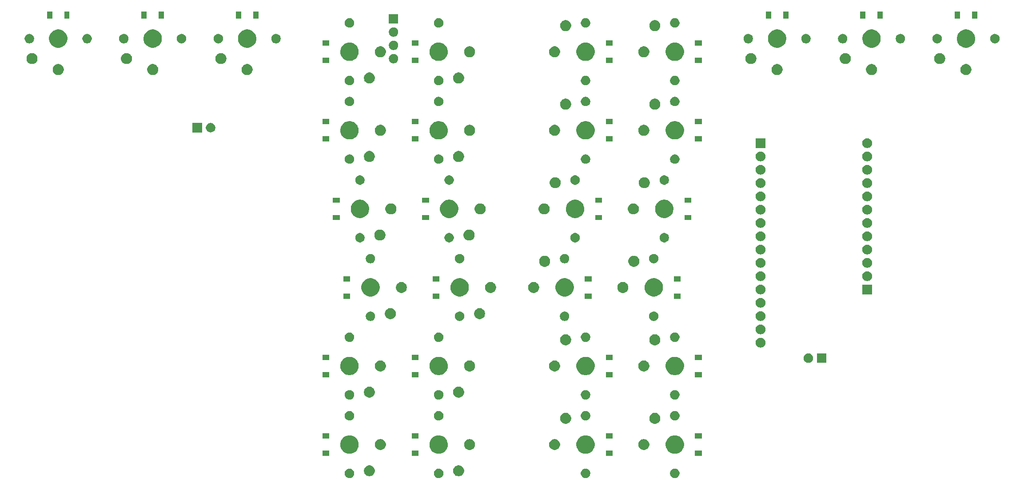
<source format=gbr>
G04 #@! TF.GenerationSoftware,KiCad,Pcbnew,5.1.6*
G04 #@! TF.CreationDate,2020-07-21T22:51:07-05:00*
G04 #@! TF.ProjectId,mobile-steno,6d6f6269-6c65-42d7-9374-656e6f2e6b69,rev?*
G04 #@! TF.SameCoordinates,Original*
G04 #@! TF.FileFunction,Soldermask,Top*
G04 #@! TF.FilePolarity,Negative*
%FSLAX46Y46*%
G04 Gerber Fmt 4.6, Leading zero omitted, Abs format (unit mm)*
G04 Created by KiCad (PCBNEW 5.1.6) date 2020-07-21 22:51:07*
%MOMM*%
%LPD*%
G01*
G04 APERTURE LIST*
%ADD10C,0.100000*%
G04 APERTURE END LIST*
D10*
G36*
X147025252Y-122254707D02*
G01*
X147174552Y-122284404D01*
X147338524Y-122352324D01*
X147486094Y-122450927D01*
X147611593Y-122576426D01*
X147710196Y-122723996D01*
X147778116Y-122887968D01*
X147812740Y-123062039D01*
X147812740Y-123239521D01*
X147778116Y-123413592D01*
X147710196Y-123577564D01*
X147611593Y-123725134D01*
X147486094Y-123850633D01*
X147338524Y-123949236D01*
X147174552Y-124017156D01*
X147025252Y-124046853D01*
X147000482Y-124051780D01*
X146822998Y-124051780D01*
X146798228Y-124046853D01*
X146648928Y-124017156D01*
X146484956Y-123949236D01*
X146337386Y-123850633D01*
X146211887Y-123725134D01*
X146113284Y-123577564D01*
X146045364Y-123413592D01*
X146010740Y-123239521D01*
X146010740Y-123062039D01*
X146045364Y-122887968D01*
X146113284Y-122723996D01*
X146211887Y-122576426D01*
X146337386Y-122450927D01*
X146484956Y-122352324D01*
X146648928Y-122284404D01*
X146798228Y-122254707D01*
X146822998Y-122249780D01*
X147000482Y-122249780D01*
X147025252Y-122254707D01*
G37*
G36*
X130025252Y-122254707D02*
G01*
X130174552Y-122284404D01*
X130338524Y-122352324D01*
X130486094Y-122450927D01*
X130611593Y-122576426D01*
X130710196Y-122723996D01*
X130778116Y-122887968D01*
X130812740Y-123062039D01*
X130812740Y-123239521D01*
X130778116Y-123413592D01*
X130710196Y-123577564D01*
X130611593Y-123725134D01*
X130486094Y-123850633D01*
X130338524Y-123949236D01*
X130174552Y-124017156D01*
X130025252Y-124046853D01*
X130000482Y-124051780D01*
X129822998Y-124051780D01*
X129798228Y-124046853D01*
X129648928Y-124017156D01*
X129484956Y-123949236D01*
X129337386Y-123850633D01*
X129211887Y-123725134D01*
X129113284Y-123577564D01*
X129045364Y-123413592D01*
X129010740Y-123239521D01*
X129010740Y-123062039D01*
X129045364Y-122887968D01*
X129113284Y-122723996D01*
X129211887Y-122576426D01*
X129337386Y-122450927D01*
X129484956Y-122352324D01*
X129648928Y-122284404D01*
X129798228Y-122254707D01*
X129822998Y-122249780D01*
X130000482Y-122249780D01*
X130025252Y-122254707D01*
G37*
G36*
X102025252Y-122254707D02*
G01*
X102174552Y-122284404D01*
X102338524Y-122352324D01*
X102486094Y-122450927D01*
X102611593Y-122576426D01*
X102710196Y-122723996D01*
X102778116Y-122887968D01*
X102812740Y-123062039D01*
X102812740Y-123239521D01*
X102778116Y-123413592D01*
X102710196Y-123577564D01*
X102611593Y-123725134D01*
X102486094Y-123850633D01*
X102338524Y-123949236D01*
X102174552Y-124017156D01*
X102025252Y-124046853D01*
X102000482Y-124051780D01*
X101822998Y-124051780D01*
X101798228Y-124046853D01*
X101648928Y-124017156D01*
X101484956Y-123949236D01*
X101337386Y-123850633D01*
X101211887Y-123725134D01*
X101113284Y-123577564D01*
X101045364Y-123413592D01*
X101010740Y-123239521D01*
X101010740Y-123062039D01*
X101045364Y-122887968D01*
X101113284Y-122723996D01*
X101211887Y-122576426D01*
X101337386Y-122450927D01*
X101484956Y-122352324D01*
X101648928Y-122284404D01*
X101798228Y-122254707D01*
X101822998Y-122249780D01*
X102000482Y-122249780D01*
X102025252Y-122254707D01*
G37*
G36*
X85025252Y-122254707D02*
G01*
X85174552Y-122284404D01*
X85338524Y-122352324D01*
X85486094Y-122450927D01*
X85611593Y-122576426D01*
X85710196Y-122723996D01*
X85778116Y-122887968D01*
X85812740Y-123062039D01*
X85812740Y-123239521D01*
X85778116Y-123413592D01*
X85710196Y-123577564D01*
X85611593Y-123725134D01*
X85486094Y-123850633D01*
X85338524Y-123949236D01*
X85174552Y-124017156D01*
X85025252Y-124046853D01*
X85000482Y-124051780D01*
X84822998Y-124051780D01*
X84798228Y-124046853D01*
X84648928Y-124017156D01*
X84484956Y-123949236D01*
X84337386Y-123850633D01*
X84211887Y-123725134D01*
X84113284Y-123577564D01*
X84045364Y-123413592D01*
X84010740Y-123239521D01*
X84010740Y-123062039D01*
X84045364Y-122887968D01*
X84113284Y-122723996D01*
X84211887Y-122576426D01*
X84337386Y-122450927D01*
X84484956Y-122352324D01*
X84648928Y-122284404D01*
X84798228Y-122254707D01*
X84822998Y-122249780D01*
X85000482Y-122249780D01*
X85025252Y-122254707D01*
G37*
G36*
X106018304Y-121640169D02*
G01*
X106209573Y-121719395D01*
X106209575Y-121719396D01*
X106381713Y-121834415D01*
X106528105Y-121980807D01*
X106643125Y-122152947D01*
X106722351Y-122344216D01*
X106762740Y-122547264D01*
X106762740Y-122754296D01*
X106722351Y-122957344D01*
X106678985Y-123062038D01*
X106643124Y-123148615D01*
X106528105Y-123320753D01*
X106381713Y-123467145D01*
X106209575Y-123582164D01*
X106209574Y-123582165D01*
X106209573Y-123582165D01*
X106018304Y-123661391D01*
X105815256Y-123701780D01*
X105608224Y-123701780D01*
X105405176Y-123661391D01*
X105213907Y-123582165D01*
X105213906Y-123582165D01*
X105213905Y-123582164D01*
X105041767Y-123467145D01*
X104895375Y-123320753D01*
X104780356Y-123148615D01*
X104744495Y-123062038D01*
X104701129Y-122957344D01*
X104660740Y-122754296D01*
X104660740Y-122547264D01*
X104701129Y-122344216D01*
X104780355Y-122152947D01*
X104895375Y-121980807D01*
X105041767Y-121834415D01*
X105213905Y-121719396D01*
X105213907Y-121719395D01*
X105405176Y-121640169D01*
X105608224Y-121599780D01*
X105815256Y-121599780D01*
X106018304Y-121640169D01*
G37*
G36*
X89018304Y-121640169D02*
G01*
X89209573Y-121719395D01*
X89209575Y-121719396D01*
X89381713Y-121834415D01*
X89528105Y-121980807D01*
X89643125Y-122152947D01*
X89722351Y-122344216D01*
X89762740Y-122547264D01*
X89762740Y-122754296D01*
X89722351Y-122957344D01*
X89678985Y-123062038D01*
X89643124Y-123148615D01*
X89528105Y-123320753D01*
X89381713Y-123467145D01*
X89209575Y-123582164D01*
X89209574Y-123582165D01*
X89209573Y-123582165D01*
X89018304Y-123661391D01*
X88815256Y-123701780D01*
X88608224Y-123701780D01*
X88405176Y-123661391D01*
X88213907Y-123582165D01*
X88213906Y-123582165D01*
X88213905Y-123582164D01*
X88041767Y-123467145D01*
X87895375Y-123320753D01*
X87780356Y-123148615D01*
X87744495Y-123062038D01*
X87701129Y-122957344D01*
X87660740Y-122754296D01*
X87660740Y-122547264D01*
X87701129Y-122344216D01*
X87780355Y-122152947D01*
X87895375Y-121980807D01*
X88041767Y-121834415D01*
X88213905Y-121719396D01*
X88213907Y-121719395D01*
X88405176Y-121640169D01*
X88608224Y-121599780D01*
X88815256Y-121599780D01*
X89018304Y-121640169D01*
G37*
G36*
X135062740Y-119801780D02*
G01*
X133760740Y-119801780D01*
X133760740Y-118799780D01*
X135062740Y-118799780D01*
X135062740Y-119801780D01*
G37*
G36*
X98062740Y-119801780D02*
G01*
X96760740Y-119801780D01*
X96760740Y-118799780D01*
X98062740Y-118799780D01*
X98062740Y-119801780D01*
G37*
G36*
X81062740Y-119801780D02*
G01*
X79760740Y-119801780D01*
X79760740Y-118799780D01*
X81062740Y-118799780D01*
X81062740Y-119801780D01*
G37*
G36*
X152062740Y-119801780D02*
G01*
X150760740Y-119801780D01*
X150760740Y-118799780D01*
X152062740Y-118799780D01*
X152062740Y-119801780D01*
G37*
G36*
X147309725Y-115944640D02*
G01*
X147422488Y-115967070D01*
X147554481Y-116021743D01*
X147741148Y-116099063D01*
X148027936Y-116290689D01*
X148271831Y-116534584D01*
X148463457Y-116821372D01*
X148529497Y-116980807D01*
X148595450Y-117140032D01*
X148598019Y-117152947D01*
X148662740Y-117478320D01*
X148662740Y-117823240D01*
X148617880Y-118048765D01*
X148598019Y-118148615D01*
X148595450Y-118161527D01*
X148463457Y-118480188D01*
X148271831Y-118766976D01*
X148027936Y-119010871D01*
X147741148Y-119202497D01*
X147554481Y-119279817D01*
X147422488Y-119334490D01*
X147309725Y-119356920D01*
X147084200Y-119401780D01*
X146739280Y-119401780D01*
X146513755Y-119356920D01*
X146400992Y-119334490D01*
X146268999Y-119279817D01*
X146082332Y-119202497D01*
X145795544Y-119010871D01*
X145551649Y-118766976D01*
X145360023Y-118480188D01*
X145228030Y-118161527D01*
X145225462Y-118148615D01*
X145205600Y-118048765D01*
X145160740Y-117823240D01*
X145160740Y-117478320D01*
X145225461Y-117152947D01*
X145228030Y-117140032D01*
X145293983Y-116980807D01*
X145360023Y-116821372D01*
X145551649Y-116534584D01*
X145795544Y-116290689D01*
X146082332Y-116099063D01*
X146268999Y-116021743D01*
X146400992Y-115967070D01*
X146513755Y-115944640D01*
X146739280Y-115899780D01*
X147084200Y-115899780D01*
X147309725Y-115944640D01*
G37*
G36*
X130309725Y-115944640D02*
G01*
X130422488Y-115967070D01*
X130554481Y-116021743D01*
X130741148Y-116099063D01*
X131027936Y-116290689D01*
X131271831Y-116534584D01*
X131463457Y-116821372D01*
X131529497Y-116980807D01*
X131595450Y-117140032D01*
X131598019Y-117152947D01*
X131662740Y-117478320D01*
X131662740Y-117823240D01*
X131617880Y-118048765D01*
X131598019Y-118148615D01*
X131595450Y-118161527D01*
X131463457Y-118480188D01*
X131271831Y-118766976D01*
X131027936Y-119010871D01*
X130741148Y-119202497D01*
X130554481Y-119279817D01*
X130422488Y-119334490D01*
X130309725Y-119356920D01*
X130084200Y-119401780D01*
X129739280Y-119401780D01*
X129513755Y-119356920D01*
X129400992Y-119334490D01*
X129268999Y-119279817D01*
X129082332Y-119202497D01*
X128795544Y-119010871D01*
X128551649Y-118766976D01*
X128360023Y-118480188D01*
X128228030Y-118161527D01*
X128225462Y-118148615D01*
X128205600Y-118048765D01*
X128160740Y-117823240D01*
X128160740Y-117478320D01*
X128225461Y-117152947D01*
X128228030Y-117140032D01*
X128293983Y-116980807D01*
X128360023Y-116821372D01*
X128551649Y-116534584D01*
X128795544Y-116290689D01*
X129082332Y-116099063D01*
X129268999Y-116021743D01*
X129400992Y-115967070D01*
X129513755Y-115944640D01*
X129739280Y-115899780D01*
X130084200Y-115899780D01*
X130309725Y-115944640D01*
G37*
G36*
X102309725Y-115944640D02*
G01*
X102422488Y-115967070D01*
X102554481Y-116021743D01*
X102741148Y-116099063D01*
X103027936Y-116290689D01*
X103271831Y-116534584D01*
X103463457Y-116821372D01*
X103529497Y-116980807D01*
X103595450Y-117140032D01*
X103598019Y-117152947D01*
X103662740Y-117478320D01*
X103662740Y-117823240D01*
X103617880Y-118048765D01*
X103598019Y-118148615D01*
X103595450Y-118161527D01*
X103463457Y-118480188D01*
X103271831Y-118766976D01*
X103027936Y-119010871D01*
X102741148Y-119202497D01*
X102554481Y-119279817D01*
X102422488Y-119334490D01*
X102309725Y-119356920D01*
X102084200Y-119401780D01*
X101739280Y-119401780D01*
X101513755Y-119356920D01*
X101400992Y-119334490D01*
X101268999Y-119279817D01*
X101082332Y-119202497D01*
X100795544Y-119010871D01*
X100551649Y-118766976D01*
X100360023Y-118480188D01*
X100228030Y-118161527D01*
X100225462Y-118148615D01*
X100205600Y-118048765D01*
X100160740Y-117823240D01*
X100160740Y-117478320D01*
X100225461Y-117152947D01*
X100228030Y-117140032D01*
X100293983Y-116980807D01*
X100360023Y-116821372D01*
X100551649Y-116534584D01*
X100795544Y-116290689D01*
X101082332Y-116099063D01*
X101268999Y-116021743D01*
X101400992Y-115967070D01*
X101513755Y-115944640D01*
X101739280Y-115899780D01*
X102084200Y-115899780D01*
X102309725Y-115944640D01*
G37*
G36*
X85309725Y-115944640D02*
G01*
X85422488Y-115967070D01*
X85554481Y-116021743D01*
X85741148Y-116099063D01*
X86027936Y-116290689D01*
X86271831Y-116534584D01*
X86463457Y-116821372D01*
X86529497Y-116980807D01*
X86595450Y-117140032D01*
X86598019Y-117152947D01*
X86662740Y-117478320D01*
X86662740Y-117823240D01*
X86617880Y-118048765D01*
X86598019Y-118148615D01*
X86595450Y-118161527D01*
X86463457Y-118480188D01*
X86271831Y-118766976D01*
X86027936Y-119010871D01*
X85741148Y-119202497D01*
X85554481Y-119279817D01*
X85422488Y-119334490D01*
X85309725Y-119356920D01*
X85084200Y-119401780D01*
X84739280Y-119401780D01*
X84513755Y-119356920D01*
X84400992Y-119334490D01*
X84268999Y-119279817D01*
X84082332Y-119202497D01*
X83795544Y-119010871D01*
X83551649Y-118766976D01*
X83360023Y-118480188D01*
X83228030Y-118161527D01*
X83225462Y-118148615D01*
X83205600Y-118048765D01*
X83160740Y-117823240D01*
X83160740Y-117478320D01*
X83225461Y-117152947D01*
X83228030Y-117140032D01*
X83293983Y-116980807D01*
X83360023Y-116821372D01*
X83551649Y-116534584D01*
X83795544Y-116290689D01*
X84082332Y-116099063D01*
X84268999Y-116021743D01*
X84400992Y-115967070D01*
X84513755Y-115944640D01*
X84739280Y-115899780D01*
X85084200Y-115899780D01*
X85309725Y-115944640D01*
G37*
G36*
X141318304Y-116640169D02*
G01*
X141509573Y-116719395D01*
X141509575Y-116719396D01*
X141681713Y-116834415D01*
X141828105Y-116980807D01*
X141934496Y-117140032D01*
X141943125Y-117152947D01*
X142022351Y-117344216D01*
X142062740Y-117547264D01*
X142062740Y-117754296D01*
X142022351Y-117957344D01*
X141943125Y-118148613D01*
X141943124Y-118148615D01*
X141828105Y-118320753D01*
X141681713Y-118467145D01*
X141509575Y-118582164D01*
X141509574Y-118582165D01*
X141509573Y-118582165D01*
X141318304Y-118661391D01*
X141115256Y-118701780D01*
X140908224Y-118701780D01*
X140705176Y-118661391D01*
X140513907Y-118582165D01*
X140513906Y-118582165D01*
X140513905Y-118582164D01*
X140341767Y-118467145D01*
X140195375Y-118320753D01*
X140080356Y-118148615D01*
X140080355Y-118148613D01*
X140001129Y-117957344D01*
X139960740Y-117754296D01*
X139960740Y-117547264D01*
X140001129Y-117344216D01*
X140080355Y-117152947D01*
X140088985Y-117140032D01*
X140195375Y-116980807D01*
X140341767Y-116834415D01*
X140513905Y-116719396D01*
X140513907Y-116719395D01*
X140705176Y-116640169D01*
X140908224Y-116599780D01*
X141115256Y-116599780D01*
X141318304Y-116640169D01*
G37*
G36*
X108118304Y-116640169D02*
G01*
X108309573Y-116719395D01*
X108309575Y-116719396D01*
X108481713Y-116834415D01*
X108628105Y-116980807D01*
X108734496Y-117140032D01*
X108743125Y-117152947D01*
X108822351Y-117344216D01*
X108862740Y-117547264D01*
X108862740Y-117754296D01*
X108822351Y-117957344D01*
X108743125Y-118148613D01*
X108743124Y-118148615D01*
X108628105Y-118320753D01*
X108481713Y-118467145D01*
X108309575Y-118582164D01*
X108309574Y-118582165D01*
X108309573Y-118582165D01*
X108118304Y-118661391D01*
X107915256Y-118701780D01*
X107708224Y-118701780D01*
X107505176Y-118661391D01*
X107313907Y-118582165D01*
X107313906Y-118582165D01*
X107313905Y-118582164D01*
X107141767Y-118467145D01*
X106995375Y-118320753D01*
X106880356Y-118148615D01*
X106880355Y-118148613D01*
X106801129Y-117957344D01*
X106760740Y-117754296D01*
X106760740Y-117547264D01*
X106801129Y-117344216D01*
X106880355Y-117152947D01*
X106888985Y-117140032D01*
X106995375Y-116980807D01*
X107141767Y-116834415D01*
X107313905Y-116719396D01*
X107313907Y-116719395D01*
X107505176Y-116640169D01*
X107708224Y-116599780D01*
X107915256Y-116599780D01*
X108118304Y-116640169D01*
G37*
G36*
X91118304Y-116640169D02*
G01*
X91309573Y-116719395D01*
X91309575Y-116719396D01*
X91481713Y-116834415D01*
X91628105Y-116980807D01*
X91734496Y-117140032D01*
X91743125Y-117152947D01*
X91822351Y-117344216D01*
X91862740Y-117547264D01*
X91862740Y-117754296D01*
X91822351Y-117957344D01*
X91743125Y-118148613D01*
X91743124Y-118148615D01*
X91628105Y-118320753D01*
X91481713Y-118467145D01*
X91309575Y-118582164D01*
X91309574Y-118582165D01*
X91309573Y-118582165D01*
X91118304Y-118661391D01*
X90915256Y-118701780D01*
X90708224Y-118701780D01*
X90505176Y-118661391D01*
X90313907Y-118582165D01*
X90313906Y-118582165D01*
X90313905Y-118582164D01*
X90141767Y-118467145D01*
X89995375Y-118320753D01*
X89880356Y-118148615D01*
X89880355Y-118148613D01*
X89801129Y-117957344D01*
X89760740Y-117754296D01*
X89760740Y-117547264D01*
X89801129Y-117344216D01*
X89880355Y-117152947D01*
X89888985Y-117140032D01*
X89995375Y-116980807D01*
X90141767Y-116834415D01*
X90313905Y-116719396D01*
X90313907Y-116719395D01*
X90505176Y-116640169D01*
X90708224Y-116599780D01*
X90915256Y-116599780D01*
X91118304Y-116640169D01*
G37*
G36*
X124318304Y-116640169D02*
G01*
X124509573Y-116719395D01*
X124509575Y-116719396D01*
X124681713Y-116834415D01*
X124828105Y-116980807D01*
X124934496Y-117140032D01*
X124943125Y-117152947D01*
X125022351Y-117344216D01*
X125062740Y-117547264D01*
X125062740Y-117754296D01*
X125022351Y-117957344D01*
X124943125Y-118148613D01*
X124943124Y-118148615D01*
X124828105Y-118320753D01*
X124681713Y-118467145D01*
X124509575Y-118582164D01*
X124509574Y-118582165D01*
X124509573Y-118582165D01*
X124318304Y-118661391D01*
X124115256Y-118701780D01*
X123908224Y-118701780D01*
X123705176Y-118661391D01*
X123513907Y-118582165D01*
X123513906Y-118582165D01*
X123513905Y-118582164D01*
X123341767Y-118467145D01*
X123195375Y-118320753D01*
X123080356Y-118148615D01*
X123080355Y-118148613D01*
X123001129Y-117957344D01*
X122960740Y-117754296D01*
X122960740Y-117547264D01*
X123001129Y-117344216D01*
X123080355Y-117152947D01*
X123088985Y-117140032D01*
X123195375Y-116980807D01*
X123341767Y-116834415D01*
X123513905Y-116719396D01*
X123513907Y-116719395D01*
X123705176Y-116640169D01*
X123908224Y-116599780D01*
X124115256Y-116599780D01*
X124318304Y-116640169D01*
G37*
G36*
X98062740Y-116501780D02*
G01*
X96760740Y-116501780D01*
X96760740Y-115499780D01*
X98062740Y-115499780D01*
X98062740Y-116501780D01*
G37*
G36*
X81062740Y-116501780D02*
G01*
X79760740Y-116501780D01*
X79760740Y-115499780D01*
X81062740Y-115499780D01*
X81062740Y-116501780D01*
G37*
G36*
X135062740Y-116501780D02*
G01*
X133760740Y-116501780D01*
X133760740Y-115499780D01*
X135062740Y-115499780D01*
X135062740Y-116501780D01*
G37*
G36*
X152062740Y-116501780D02*
G01*
X150760740Y-116501780D01*
X150760740Y-115499780D01*
X152062740Y-115499780D01*
X152062740Y-116501780D01*
G37*
G36*
X126418304Y-111640169D02*
G01*
X126609573Y-111719395D01*
X126609575Y-111719396D01*
X126781713Y-111834415D01*
X126928105Y-111980807D01*
X126982383Y-112062039D01*
X127043125Y-112152947D01*
X127122351Y-112344216D01*
X127162740Y-112547264D01*
X127162740Y-112754296D01*
X127122351Y-112957344D01*
X127097576Y-113017156D01*
X127043124Y-113148615D01*
X126928105Y-113320753D01*
X126781713Y-113467145D01*
X126609575Y-113582164D01*
X126609574Y-113582165D01*
X126609573Y-113582165D01*
X126418304Y-113661391D01*
X126215256Y-113701780D01*
X126008224Y-113701780D01*
X125805176Y-113661391D01*
X125613907Y-113582165D01*
X125613906Y-113582165D01*
X125613905Y-113582164D01*
X125441767Y-113467145D01*
X125295375Y-113320753D01*
X125180356Y-113148615D01*
X125125904Y-113017156D01*
X125101129Y-112957344D01*
X125060740Y-112754296D01*
X125060740Y-112547264D01*
X125101129Y-112344216D01*
X125180355Y-112152947D01*
X125241098Y-112062039D01*
X125295375Y-111980807D01*
X125441767Y-111834415D01*
X125613905Y-111719396D01*
X125613907Y-111719395D01*
X125805176Y-111640169D01*
X126008224Y-111599780D01*
X126215256Y-111599780D01*
X126418304Y-111640169D01*
G37*
G36*
X143418304Y-111640169D02*
G01*
X143609573Y-111719395D01*
X143609575Y-111719396D01*
X143781713Y-111834415D01*
X143928105Y-111980807D01*
X143982383Y-112062039D01*
X144043125Y-112152947D01*
X144122351Y-112344216D01*
X144162740Y-112547264D01*
X144162740Y-112754296D01*
X144122351Y-112957344D01*
X144097576Y-113017156D01*
X144043124Y-113148615D01*
X143928105Y-113320753D01*
X143781713Y-113467145D01*
X143609575Y-113582164D01*
X143609574Y-113582165D01*
X143609573Y-113582165D01*
X143418304Y-113661391D01*
X143215256Y-113701780D01*
X143008224Y-113701780D01*
X142805176Y-113661391D01*
X142613907Y-113582165D01*
X142613906Y-113582165D01*
X142613905Y-113582164D01*
X142441767Y-113467145D01*
X142295375Y-113320753D01*
X142180356Y-113148615D01*
X142125904Y-113017156D01*
X142101129Y-112957344D01*
X142060740Y-112754296D01*
X142060740Y-112547264D01*
X142101129Y-112344216D01*
X142180355Y-112152947D01*
X142241098Y-112062039D01*
X142295375Y-111980807D01*
X142441767Y-111834415D01*
X142613905Y-111719396D01*
X142613907Y-111719395D01*
X142805176Y-111640169D01*
X143008224Y-111599780D01*
X143215256Y-111599780D01*
X143418304Y-111640169D01*
G37*
G36*
X130025252Y-111254707D02*
G01*
X130174552Y-111284404D01*
X130338524Y-111352324D01*
X130486094Y-111450927D01*
X130611593Y-111576426D01*
X130710196Y-111723996D01*
X130778116Y-111887968D01*
X130812740Y-112062039D01*
X130812740Y-112239521D01*
X130778116Y-112413592D01*
X130710196Y-112577564D01*
X130611593Y-112725134D01*
X130486094Y-112850633D01*
X130338524Y-112949236D01*
X130174552Y-113017156D01*
X130025252Y-113046853D01*
X130000482Y-113051780D01*
X129822998Y-113051780D01*
X129798228Y-113046853D01*
X129648928Y-113017156D01*
X129484956Y-112949236D01*
X129337386Y-112850633D01*
X129211887Y-112725134D01*
X129113284Y-112577564D01*
X129045364Y-112413592D01*
X129010740Y-112239521D01*
X129010740Y-112062039D01*
X129045364Y-111887968D01*
X129113284Y-111723996D01*
X129211887Y-111576426D01*
X129337386Y-111450927D01*
X129484956Y-111352324D01*
X129648928Y-111284404D01*
X129798228Y-111254707D01*
X129822998Y-111249780D01*
X130000482Y-111249780D01*
X130025252Y-111254707D01*
G37*
G36*
X102025252Y-111254707D02*
G01*
X102174552Y-111284404D01*
X102338524Y-111352324D01*
X102486094Y-111450927D01*
X102611593Y-111576426D01*
X102710196Y-111723996D01*
X102778116Y-111887968D01*
X102812740Y-112062039D01*
X102812740Y-112239521D01*
X102778116Y-112413592D01*
X102710196Y-112577564D01*
X102611593Y-112725134D01*
X102486094Y-112850633D01*
X102338524Y-112949236D01*
X102174552Y-113017156D01*
X102025252Y-113046853D01*
X102000482Y-113051780D01*
X101822998Y-113051780D01*
X101798228Y-113046853D01*
X101648928Y-113017156D01*
X101484956Y-112949236D01*
X101337386Y-112850633D01*
X101211887Y-112725134D01*
X101113284Y-112577564D01*
X101045364Y-112413592D01*
X101010740Y-112239521D01*
X101010740Y-112062039D01*
X101045364Y-111887968D01*
X101113284Y-111723996D01*
X101211887Y-111576426D01*
X101337386Y-111450927D01*
X101484956Y-111352324D01*
X101648928Y-111284404D01*
X101798228Y-111254707D01*
X101822998Y-111249780D01*
X102000482Y-111249780D01*
X102025252Y-111254707D01*
G37*
G36*
X85025252Y-111254707D02*
G01*
X85174552Y-111284404D01*
X85338524Y-111352324D01*
X85486094Y-111450927D01*
X85611593Y-111576426D01*
X85710196Y-111723996D01*
X85778116Y-111887968D01*
X85812740Y-112062039D01*
X85812740Y-112239521D01*
X85778116Y-112413592D01*
X85710196Y-112577564D01*
X85611593Y-112725134D01*
X85486094Y-112850633D01*
X85338524Y-112949236D01*
X85174552Y-113017156D01*
X85025252Y-113046853D01*
X85000482Y-113051780D01*
X84822998Y-113051780D01*
X84798228Y-113046853D01*
X84648928Y-113017156D01*
X84484956Y-112949236D01*
X84337386Y-112850633D01*
X84211887Y-112725134D01*
X84113284Y-112577564D01*
X84045364Y-112413592D01*
X84010740Y-112239521D01*
X84010740Y-112062039D01*
X84045364Y-111887968D01*
X84113284Y-111723996D01*
X84211887Y-111576426D01*
X84337386Y-111450927D01*
X84484956Y-111352324D01*
X84648928Y-111284404D01*
X84798228Y-111254707D01*
X84822998Y-111249780D01*
X85000482Y-111249780D01*
X85025252Y-111254707D01*
G37*
G36*
X147025252Y-111254707D02*
G01*
X147174552Y-111284404D01*
X147338524Y-111352324D01*
X147486094Y-111450927D01*
X147611593Y-111576426D01*
X147710196Y-111723996D01*
X147778116Y-111887968D01*
X147812740Y-112062039D01*
X147812740Y-112239521D01*
X147778116Y-112413592D01*
X147710196Y-112577564D01*
X147611593Y-112725134D01*
X147486094Y-112850633D01*
X147338524Y-112949236D01*
X147174552Y-113017156D01*
X147025252Y-113046853D01*
X147000482Y-113051780D01*
X146822998Y-113051780D01*
X146798228Y-113046853D01*
X146648928Y-113017156D01*
X146484956Y-112949236D01*
X146337386Y-112850633D01*
X146211887Y-112725134D01*
X146113284Y-112577564D01*
X146045364Y-112413592D01*
X146010740Y-112239521D01*
X146010740Y-112062039D01*
X146045364Y-111887968D01*
X146113284Y-111723996D01*
X146211887Y-111576426D01*
X146337386Y-111450927D01*
X146484956Y-111352324D01*
X146648928Y-111284404D01*
X146798228Y-111254707D01*
X146822998Y-111249780D01*
X147000482Y-111249780D01*
X147025252Y-111254707D01*
G37*
G36*
X102025252Y-107254707D02*
G01*
X102174552Y-107284404D01*
X102338524Y-107352324D01*
X102486094Y-107450927D01*
X102611593Y-107576426D01*
X102710196Y-107723996D01*
X102778116Y-107887968D01*
X102812740Y-108062039D01*
X102812740Y-108239521D01*
X102778116Y-108413592D01*
X102710196Y-108577564D01*
X102611593Y-108725134D01*
X102486094Y-108850633D01*
X102338524Y-108949236D01*
X102174552Y-109017156D01*
X102025252Y-109046853D01*
X102000482Y-109051780D01*
X101822998Y-109051780D01*
X101798228Y-109046853D01*
X101648928Y-109017156D01*
X101484956Y-108949236D01*
X101337386Y-108850633D01*
X101211887Y-108725134D01*
X101113284Y-108577564D01*
X101045364Y-108413592D01*
X101010740Y-108239521D01*
X101010740Y-108062039D01*
X101045364Y-107887968D01*
X101113284Y-107723996D01*
X101211887Y-107576426D01*
X101337386Y-107450927D01*
X101484956Y-107352324D01*
X101648928Y-107284404D01*
X101798228Y-107254707D01*
X101822998Y-107249780D01*
X102000482Y-107249780D01*
X102025252Y-107254707D01*
G37*
G36*
X85025252Y-107254707D02*
G01*
X85174552Y-107284404D01*
X85338524Y-107352324D01*
X85486094Y-107450927D01*
X85611593Y-107576426D01*
X85710196Y-107723996D01*
X85778116Y-107887968D01*
X85812740Y-108062039D01*
X85812740Y-108239521D01*
X85778116Y-108413592D01*
X85710196Y-108577564D01*
X85611593Y-108725134D01*
X85486094Y-108850633D01*
X85338524Y-108949236D01*
X85174552Y-109017156D01*
X85025252Y-109046853D01*
X85000482Y-109051780D01*
X84822998Y-109051780D01*
X84798228Y-109046853D01*
X84648928Y-109017156D01*
X84484956Y-108949236D01*
X84337386Y-108850633D01*
X84211887Y-108725134D01*
X84113284Y-108577564D01*
X84045364Y-108413592D01*
X84010740Y-108239521D01*
X84010740Y-108062039D01*
X84045364Y-107887968D01*
X84113284Y-107723996D01*
X84211887Y-107576426D01*
X84337386Y-107450927D01*
X84484956Y-107352324D01*
X84648928Y-107284404D01*
X84798228Y-107254707D01*
X84822998Y-107249780D01*
X85000482Y-107249780D01*
X85025252Y-107254707D01*
G37*
G36*
X130025252Y-107254707D02*
G01*
X130174552Y-107284404D01*
X130338524Y-107352324D01*
X130486094Y-107450927D01*
X130611593Y-107576426D01*
X130710196Y-107723996D01*
X130778116Y-107887968D01*
X130812740Y-108062039D01*
X130812740Y-108239521D01*
X130778116Y-108413592D01*
X130710196Y-108577564D01*
X130611593Y-108725134D01*
X130486094Y-108850633D01*
X130338524Y-108949236D01*
X130174552Y-109017156D01*
X130025252Y-109046853D01*
X130000482Y-109051780D01*
X129822998Y-109051780D01*
X129798228Y-109046853D01*
X129648928Y-109017156D01*
X129484956Y-108949236D01*
X129337386Y-108850633D01*
X129211887Y-108725134D01*
X129113284Y-108577564D01*
X129045364Y-108413592D01*
X129010740Y-108239521D01*
X129010740Y-108062039D01*
X129045364Y-107887968D01*
X129113284Y-107723996D01*
X129211887Y-107576426D01*
X129337386Y-107450927D01*
X129484956Y-107352324D01*
X129648928Y-107284404D01*
X129798228Y-107254707D01*
X129822998Y-107249780D01*
X130000482Y-107249780D01*
X130025252Y-107254707D01*
G37*
G36*
X147025252Y-107254707D02*
G01*
X147174552Y-107284404D01*
X147338524Y-107352324D01*
X147486094Y-107450927D01*
X147611593Y-107576426D01*
X147710196Y-107723996D01*
X147778116Y-107887968D01*
X147812740Y-108062039D01*
X147812740Y-108239521D01*
X147778116Y-108413592D01*
X147710196Y-108577564D01*
X147611593Y-108725134D01*
X147486094Y-108850633D01*
X147338524Y-108949236D01*
X147174552Y-109017156D01*
X147025252Y-109046853D01*
X147000482Y-109051780D01*
X146822998Y-109051780D01*
X146798228Y-109046853D01*
X146648928Y-109017156D01*
X146484956Y-108949236D01*
X146337386Y-108850633D01*
X146211887Y-108725134D01*
X146113284Y-108577564D01*
X146045364Y-108413592D01*
X146010740Y-108239521D01*
X146010740Y-108062039D01*
X146045364Y-107887968D01*
X146113284Y-107723996D01*
X146211887Y-107576426D01*
X146337386Y-107450927D01*
X146484956Y-107352324D01*
X146648928Y-107284404D01*
X146798228Y-107254707D01*
X146822998Y-107249780D01*
X147000482Y-107249780D01*
X147025252Y-107254707D01*
G37*
G36*
X106018304Y-106640169D02*
G01*
X106209573Y-106719395D01*
X106209575Y-106719396D01*
X106381713Y-106834415D01*
X106528105Y-106980807D01*
X106643125Y-107152947D01*
X106722351Y-107344216D01*
X106762740Y-107547264D01*
X106762740Y-107754296D01*
X106722351Y-107957344D01*
X106678985Y-108062038D01*
X106643124Y-108148615D01*
X106528105Y-108320753D01*
X106381713Y-108467145D01*
X106209575Y-108582164D01*
X106209574Y-108582165D01*
X106209573Y-108582165D01*
X106018304Y-108661391D01*
X105815256Y-108701780D01*
X105608224Y-108701780D01*
X105405176Y-108661391D01*
X105213907Y-108582165D01*
X105213906Y-108582165D01*
X105213905Y-108582164D01*
X105041767Y-108467145D01*
X104895375Y-108320753D01*
X104780356Y-108148615D01*
X104744495Y-108062038D01*
X104701129Y-107957344D01*
X104660740Y-107754296D01*
X104660740Y-107547264D01*
X104701129Y-107344216D01*
X104780355Y-107152947D01*
X104895375Y-106980807D01*
X105041767Y-106834415D01*
X105213905Y-106719396D01*
X105213907Y-106719395D01*
X105405176Y-106640169D01*
X105608224Y-106599780D01*
X105815256Y-106599780D01*
X106018304Y-106640169D01*
G37*
G36*
X89018304Y-106640169D02*
G01*
X89209573Y-106719395D01*
X89209575Y-106719396D01*
X89381713Y-106834415D01*
X89528105Y-106980807D01*
X89643125Y-107152947D01*
X89722351Y-107344216D01*
X89762740Y-107547264D01*
X89762740Y-107754296D01*
X89722351Y-107957344D01*
X89678985Y-108062038D01*
X89643124Y-108148615D01*
X89528105Y-108320753D01*
X89381713Y-108467145D01*
X89209575Y-108582164D01*
X89209574Y-108582165D01*
X89209573Y-108582165D01*
X89018304Y-108661391D01*
X88815256Y-108701780D01*
X88608224Y-108701780D01*
X88405176Y-108661391D01*
X88213907Y-108582165D01*
X88213906Y-108582165D01*
X88213905Y-108582164D01*
X88041767Y-108467145D01*
X87895375Y-108320753D01*
X87780356Y-108148615D01*
X87744495Y-108062038D01*
X87701129Y-107957344D01*
X87660740Y-107754296D01*
X87660740Y-107547264D01*
X87701129Y-107344216D01*
X87780355Y-107152947D01*
X87895375Y-106980807D01*
X88041767Y-106834415D01*
X88213905Y-106719396D01*
X88213907Y-106719395D01*
X88405176Y-106640169D01*
X88608224Y-106599780D01*
X88815256Y-106599780D01*
X89018304Y-106640169D01*
G37*
G36*
X152062740Y-104801780D02*
G01*
X150760740Y-104801780D01*
X150760740Y-103799780D01*
X152062740Y-103799780D01*
X152062740Y-104801780D01*
G37*
G36*
X135062740Y-104801780D02*
G01*
X133760740Y-104801780D01*
X133760740Y-103799780D01*
X135062740Y-103799780D01*
X135062740Y-104801780D01*
G37*
G36*
X98062740Y-104801780D02*
G01*
X96760740Y-104801780D01*
X96760740Y-103799780D01*
X98062740Y-103799780D01*
X98062740Y-104801780D01*
G37*
G36*
X81062740Y-104801780D02*
G01*
X79760740Y-104801780D01*
X79760740Y-103799780D01*
X81062740Y-103799780D01*
X81062740Y-104801780D01*
G37*
G36*
X130309725Y-100944640D02*
G01*
X130422488Y-100967070D01*
X130554481Y-101021743D01*
X130741148Y-101099063D01*
X131027936Y-101290689D01*
X131271831Y-101534584D01*
X131463457Y-101821372D01*
X131475577Y-101850633D01*
X131595450Y-102140032D01*
X131598019Y-102152947D01*
X131662740Y-102478320D01*
X131662740Y-102823240D01*
X131617880Y-103048765D01*
X131598019Y-103148615D01*
X131595450Y-103161527D01*
X131463457Y-103480188D01*
X131271831Y-103766976D01*
X131027936Y-104010871D01*
X130741148Y-104202497D01*
X130554481Y-104279817D01*
X130422488Y-104334490D01*
X130309725Y-104356920D01*
X130084200Y-104401780D01*
X129739280Y-104401780D01*
X129513755Y-104356920D01*
X129400992Y-104334490D01*
X129268999Y-104279817D01*
X129082332Y-104202497D01*
X128795544Y-104010871D01*
X128551649Y-103766976D01*
X128360023Y-103480188D01*
X128228030Y-103161527D01*
X128225462Y-103148615D01*
X128205600Y-103048765D01*
X128160740Y-102823240D01*
X128160740Y-102478320D01*
X128225461Y-102152947D01*
X128228030Y-102140032D01*
X128347903Y-101850633D01*
X128360023Y-101821372D01*
X128551649Y-101534584D01*
X128795544Y-101290689D01*
X129082332Y-101099063D01*
X129268999Y-101021743D01*
X129400992Y-100967070D01*
X129513755Y-100944640D01*
X129739280Y-100899780D01*
X130084200Y-100899780D01*
X130309725Y-100944640D01*
G37*
G36*
X147309725Y-100944640D02*
G01*
X147422488Y-100967070D01*
X147554481Y-101021743D01*
X147741148Y-101099063D01*
X148027936Y-101290689D01*
X148271831Y-101534584D01*
X148463457Y-101821372D01*
X148475577Y-101850633D01*
X148595450Y-102140032D01*
X148598019Y-102152947D01*
X148662740Y-102478320D01*
X148662740Y-102823240D01*
X148617880Y-103048765D01*
X148598019Y-103148615D01*
X148595450Y-103161527D01*
X148463457Y-103480188D01*
X148271831Y-103766976D01*
X148027936Y-104010871D01*
X147741148Y-104202497D01*
X147554481Y-104279817D01*
X147422488Y-104334490D01*
X147309725Y-104356920D01*
X147084200Y-104401780D01*
X146739280Y-104401780D01*
X146513755Y-104356920D01*
X146400992Y-104334490D01*
X146268999Y-104279817D01*
X146082332Y-104202497D01*
X145795544Y-104010871D01*
X145551649Y-103766976D01*
X145360023Y-103480188D01*
X145228030Y-103161527D01*
X145225462Y-103148615D01*
X145205600Y-103048765D01*
X145160740Y-102823240D01*
X145160740Y-102478320D01*
X145225461Y-102152947D01*
X145228030Y-102140032D01*
X145347903Y-101850633D01*
X145360023Y-101821372D01*
X145551649Y-101534584D01*
X145795544Y-101290689D01*
X146082332Y-101099063D01*
X146268999Y-101021743D01*
X146400992Y-100967070D01*
X146513755Y-100944640D01*
X146739280Y-100899780D01*
X147084200Y-100899780D01*
X147309725Y-100944640D01*
G37*
G36*
X85309725Y-100944640D02*
G01*
X85422488Y-100967070D01*
X85554481Y-101021743D01*
X85741148Y-101099063D01*
X86027936Y-101290689D01*
X86271831Y-101534584D01*
X86463457Y-101821372D01*
X86475577Y-101850633D01*
X86595450Y-102140032D01*
X86598019Y-102152947D01*
X86662740Y-102478320D01*
X86662740Y-102823240D01*
X86617880Y-103048765D01*
X86598019Y-103148615D01*
X86595450Y-103161527D01*
X86463457Y-103480188D01*
X86271831Y-103766976D01*
X86027936Y-104010871D01*
X85741148Y-104202497D01*
X85554481Y-104279817D01*
X85422488Y-104334490D01*
X85309725Y-104356920D01*
X85084200Y-104401780D01*
X84739280Y-104401780D01*
X84513755Y-104356920D01*
X84400992Y-104334490D01*
X84268999Y-104279817D01*
X84082332Y-104202497D01*
X83795544Y-104010871D01*
X83551649Y-103766976D01*
X83360023Y-103480188D01*
X83228030Y-103161527D01*
X83225462Y-103148615D01*
X83205600Y-103048765D01*
X83160740Y-102823240D01*
X83160740Y-102478320D01*
X83225461Y-102152947D01*
X83228030Y-102140032D01*
X83347903Y-101850633D01*
X83360023Y-101821372D01*
X83551649Y-101534584D01*
X83795544Y-101290689D01*
X84082332Y-101099063D01*
X84268999Y-101021743D01*
X84400992Y-100967070D01*
X84513755Y-100944640D01*
X84739280Y-100899780D01*
X85084200Y-100899780D01*
X85309725Y-100944640D01*
G37*
G36*
X102309725Y-100944640D02*
G01*
X102422488Y-100967070D01*
X102554481Y-101021743D01*
X102741148Y-101099063D01*
X103027936Y-101290689D01*
X103271831Y-101534584D01*
X103463457Y-101821372D01*
X103475577Y-101850633D01*
X103595450Y-102140032D01*
X103598019Y-102152947D01*
X103662740Y-102478320D01*
X103662740Y-102823240D01*
X103617880Y-103048765D01*
X103598019Y-103148615D01*
X103595450Y-103161527D01*
X103463457Y-103480188D01*
X103271831Y-103766976D01*
X103027936Y-104010871D01*
X102741148Y-104202497D01*
X102554481Y-104279817D01*
X102422488Y-104334490D01*
X102309725Y-104356920D01*
X102084200Y-104401780D01*
X101739280Y-104401780D01*
X101513755Y-104356920D01*
X101400992Y-104334490D01*
X101268999Y-104279817D01*
X101082332Y-104202497D01*
X100795544Y-104010871D01*
X100551649Y-103766976D01*
X100360023Y-103480188D01*
X100228030Y-103161527D01*
X100225462Y-103148615D01*
X100205600Y-103048765D01*
X100160740Y-102823240D01*
X100160740Y-102478320D01*
X100225461Y-102152947D01*
X100228030Y-102140032D01*
X100347903Y-101850633D01*
X100360023Y-101821372D01*
X100551649Y-101534584D01*
X100795544Y-101290689D01*
X101082332Y-101099063D01*
X101268999Y-101021743D01*
X101400992Y-100967070D01*
X101513755Y-100944640D01*
X101739280Y-100899780D01*
X102084200Y-100899780D01*
X102309725Y-100944640D01*
G37*
G36*
X91118304Y-101640169D02*
G01*
X91309573Y-101719395D01*
X91309575Y-101719396D01*
X91481713Y-101834415D01*
X91628105Y-101980807D01*
X91734496Y-102140032D01*
X91743125Y-102152947D01*
X91822351Y-102344216D01*
X91862740Y-102547264D01*
X91862740Y-102754296D01*
X91822351Y-102957344D01*
X91743125Y-103148613D01*
X91743124Y-103148615D01*
X91628105Y-103320753D01*
X91481713Y-103467145D01*
X91309575Y-103582164D01*
X91309574Y-103582165D01*
X91309573Y-103582165D01*
X91118304Y-103661391D01*
X90915256Y-103701780D01*
X90708224Y-103701780D01*
X90505176Y-103661391D01*
X90313907Y-103582165D01*
X90313906Y-103582165D01*
X90313905Y-103582164D01*
X90141767Y-103467145D01*
X89995375Y-103320753D01*
X89880356Y-103148615D01*
X89880355Y-103148613D01*
X89801129Y-102957344D01*
X89760740Y-102754296D01*
X89760740Y-102547264D01*
X89801129Y-102344216D01*
X89880355Y-102152947D01*
X89888985Y-102140032D01*
X89995375Y-101980807D01*
X90141767Y-101834415D01*
X90313905Y-101719396D01*
X90313907Y-101719395D01*
X90505176Y-101640169D01*
X90708224Y-101599780D01*
X90915256Y-101599780D01*
X91118304Y-101640169D01*
G37*
G36*
X108118304Y-101640169D02*
G01*
X108309573Y-101719395D01*
X108309575Y-101719396D01*
X108481713Y-101834415D01*
X108628105Y-101980807D01*
X108734496Y-102140032D01*
X108743125Y-102152947D01*
X108822351Y-102344216D01*
X108862740Y-102547264D01*
X108862740Y-102754296D01*
X108822351Y-102957344D01*
X108743125Y-103148613D01*
X108743124Y-103148615D01*
X108628105Y-103320753D01*
X108481713Y-103467145D01*
X108309575Y-103582164D01*
X108309574Y-103582165D01*
X108309573Y-103582165D01*
X108118304Y-103661391D01*
X107915256Y-103701780D01*
X107708224Y-103701780D01*
X107505176Y-103661391D01*
X107313907Y-103582165D01*
X107313906Y-103582165D01*
X107313905Y-103582164D01*
X107141767Y-103467145D01*
X106995375Y-103320753D01*
X106880356Y-103148615D01*
X106880355Y-103148613D01*
X106801129Y-102957344D01*
X106760740Y-102754296D01*
X106760740Y-102547264D01*
X106801129Y-102344216D01*
X106880355Y-102152947D01*
X106888985Y-102140032D01*
X106995375Y-101980807D01*
X107141767Y-101834415D01*
X107313905Y-101719396D01*
X107313907Y-101719395D01*
X107505176Y-101640169D01*
X107708224Y-101599780D01*
X107915256Y-101599780D01*
X108118304Y-101640169D01*
G37*
G36*
X124318304Y-101640169D02*
G01*
X124509573Y-101719395D01*
X124509575Y-101719396D01*
X124681713Y-101834415D01*
X124828105Y-101980807D01*
X124934496Y-102140032D01*
X124943125Y-102152947D01*
X125022351Y-102344216D01*
X125062740Y-102547264D01*
X125062740Y-102754296D01*
X125022351Y-102957344D01*
X124943125Y-103148613D01*
X124943124Y-103148615D01*
X124828105Y-103320753D01*
X124681713Y-103467145D01*
X124509575Y-103582164D01*
X124509574Y-103582165D01*
X124509573Y-103582165D01*
X124318304Y-103661391D01*
X124115256Y-103701780D01*
X123908224Y-103701780D01*
X123705176Y-103661391D01*
X123513907Y-103582165D01*
X123513906Y-103582165D01*
X123513905Y-103582164D01*
X123341767Y-103467145D01*
X123195375Y-103320753D01*
X123080356Y-103148615D01*
X123080355Y-103148613D01*
X123001129Y-102957344D01*
X122960740Y-102754296D01*
X122960740Y-102547264D01*
X123001129Y-102344216D01*
X123080355Y-102152947D01*
X123088985Y-102140032D01*
X123195375Y-101980807D01*
X123341767Y-101834415D01*
X123513905Y-101719396D01*
X123513907Y-101719395D01*
X123705176Y-101640169D01*
X123908224Y-101599780D01*
X124115256Y-101599780D01*
X124318304Y-101640169D01*
G37*
G36*
X141318304Y-101640169D02*
G01*
X141509573Y-101719395D01*
X141509575Y-101719396D01*
X141681713Y-101834415D01*
X141828105Y-101980807D01*
X141934496Y-102140032D01*
X141943125Y-102152947D01*
X142022351Y-102344216D01*
X142062740Y-102547264D01*
X142062740Y-102754296D01*
X142022351Y-102957344D01*
X141943125Y-103148613D01*
X141943124Y-103148615D01*
X141828105Y-103320753D01*
X141681713Y-103467145D01*
X141509575Y-103582164D01*
X141509574Y-103582165D01*
X141509573Y-103582165D01*
X141318304Y-103661391D01*
X141115256Y-103701780D01*
X140908224Y-103701780D01*
X140705176Y-103661391D01*
X140513907Y-103582165D01*
X140513906Y-103582165D01*
X140513905Y-103582164D01*
X140341767Y-103467145D01*
X140195375Y-103320753D01*
X140080356Y-103148615D01*
X140080355Y-103148613D01*
X140001129Y-102957344D01*
X139960740Y-102754296D01*
X139960740Y-102547264D01*
X140001129Y-102344216D01*
X140080355Y-102152947D01*
X140088985Y-102140032D01*
X140195375Y-101980807D01*
X140341767Y-101834415D01*
X140513905Y-101719396D01*
X140513907Y-101719395D01*
X140705176Y-101640169D01*
X140908224Y-101599780D01*
X141115256Y-101599780D01*
X141318304Y-101640169D01*
G37*
G36*
X175812740Y-102051780D02*
G01*
X174010740Y-102051780D01*
X174010740Y-100249780D01*
X175812740Y-100249780D01*
X175812740Y-102051780D01*
G37*
G36*
X172485252Y-100254707D02*
G01*
X172634552Y-100284404D01*
X172798524Y-100352324D01*
X172946094Y-100450927D01*
X173071593Y-100576426D01*
X173170196Y-100723996D01*
X173238116Y-100887968D01*
X173272740Y-101062039D01*
X173272740Y-101239521D01*
X173238116Y-101413592D01*
X173170196Y-101577564D01*
X173071593Y-101725134D01*
X172946094Y-101850633D01*
X172798524Y-101949236D01*
X172634552Y-102017156D01*
X172485252Y-102046853D01*
X172460482Y-102051780D01*
X172282998Y-102051780D01*
X172258228Y-102046853D01*
X172108928Y-102017156D01*
X171944956Y-101949236D01*
X171797386Y-101850633D01*
X171671887Y-101725134D01*
X171573284Y-101577564D01*
X171505364Y-101413592D01*
X171470740Y-101239521D01*
X171470740Y-101062039D01*
X171505364Y-100887968D01*
X171573284Y-100723996D01*
X171671887Y-100576426D01*
X171797386Y-100450927D01*
X171944956Y-100352324D01*
X172108928Y-100284404D01*
X172258228Y-100254707D01*
X172282998Y-100249780D01*
X172460482Y-100249780D01*
X172485252Y-100254707D01*
G37*
G36*
X98062740Y-101501780D02*
G01*
X96760740Y-101501780D01*
X96760740Y-100499780D01*
X98062740Y-100499780D01*
X98062740Y-101501780D01*
G37*
G36*
X152062740Y-101501780D02*
G01*
X150760740Y-101501780D01*
X150760740Y-100499780D01*
X152062740Y-100499780D01*
X152062740Y-101501780D01*
G37*
G36*
X81062740Y-101501780D02*
G01*
X79760740Y-101501780D01*
X79760740Y-100499780D01*
X81062740Y-100499780D01*
X81062740Y-101501780D01*
G37*
G36*
X135062740Y-101501780D02*
G01*
X133760740Y-101501780D01*
X133760740Y-100499780D01*
X135062740Y-100499780D01*
X135062740Y-101501780D01*
G37*
G36*
X163525927Y-97296903D02*
G01*
X163696995Y-97367762D01*
X163696997Y-97367763D01*
X163850955Y-97470635D01*
X163981885Y-97601565D01*
X164083936Y-97754294D01*
X164084758Y-97755525D01*
X164155617Y-97926593D01*
X164191740Y-98108197D01*
X164191740Y-98293363D01*
X164155617Y-98474967D01*
X164111214Y-98582164D01*
X164084757Y-98646037D01*
X163981885Y-98799995D01*
X163850955Y-98930925D01*
X163696997Y-99033797D01*
X163696996Y-99033798D01*
X163696995Y-99033798D01*
X163525927Y-99104657D01*
X163344323Y-99140780D01*
X163159157Y-99140780D01*
X162977553Y-99104657D01*
X162806485Y-99033798D01*
X162806484Y-99033798D01*
X162806483Y-99033797D01*
X162652525Y-98930925D01*
X162521595Y-98799995D01*
X162418723Y-98646037D01*
X162392266Y-98582164D01*
X162347863Y-98474967D01*
X162311740Y-98293363D01*
X162311740Y-98108197D01*
X162347863Y-97926593D01*
X162418722Y-97755525D01*
X162419545Y-97754294D01*
X162521595Y-97601565D01*
X162652525Y-97470635D01*
X162806483Y-97367763D01*
X162806485Y-97367762D01*
X162977553Y-97296903D01*
X163159157Y-97260780D01*
X163344323Y-97260780D01*
X163525927Y-97296903D01*
G37*
G36*
X143418304Y-96640169D02*
G01*
X143609573Y-96719395D01*
X143609575Y-96719396D01*
X143781713Y-96834415D01*
X143928105Y-96980807D01*
X143982383Y-97062039D01*
X144043125Y-97152947D01*
X144122351Y-97344216D01*
X144162740Y-97547264D01*
X144162740Y-97754296D01*
X144122351Y-97957344D01*
X144097576Y-98017156D01*
X144043124Y-98148615D01*
X143928105Y-98320753D01*
X143781713Y-98467145D01*
X143609575Y-98582164D01*
X143609574Y-98582165D01*
X143609573Y-98582165D01*
X143418304Y-98661391D01*
X143215256Y-98701780D01*
X143008224Y-98701780D01*
X142805176Y-98661391D01*
X142613907Y-98582165D01*
X142613906Y-98582165D01*
X142613905Y-98582164D01*
X142441767Y-98467145D01*
X142295375Y-98320753D01*
X142180356Y-98148615D01*
X142125904Y-98017156D01*
X142101129Y-97957344D01*
X142060740Y-97754296D01*
X142060740Y-97547264D01*
X142101129Y-97344216D01*
X142180355Y-97152947D01*
X142241098Y-97062039D01*
X142295375Y-96980807D01*
X142441767Y-96834415D01*
X142613905Y-96719396D01*
X142613907Y-96719395D01*
X142805176Y-96640169D01*
X143008224Y-96599780D01*
X143215256Y-96599780D01*
X143418304Y-96640169D01*
G37*
G36*
X126418304Y-96640169D02*
G01*
X126609573Y-96719395D01*
X126609575Y-96719396D01*
X126781713Y-96834415D01*
X126928105Y-96980807D01*
X126982383Y-97062039D01*
X127043125Y-97152947D01*
X127122351Y-97344216D01*
X127162740Y-97547264D01*
X127162740Y-97754296D01*
X127122351Y-97957344D01*
X127097576Y-98017156D01*
X127043124Y-98148615D01*
X126928105Y-98320753D01*
X126781713Y-98467145D01*
X126609575Y-98582164D01*
X126609574Y-98582165D01*
X126609573Y-98582165D01*
X126418304Y-98661391D01*
X126215256Y-98701780D01*
X126008224Y-98701780D01*
X125805176Y-98661391D01*
X125613907Y-98582165D01*
X125613906Y-98582165D01*
X125613905Y-98582164D01*
X125441767Y-98467145D01*
X125295375Y-98320753D01*
X125180356Y-98148615D01*
X125125904Y-98017156D01*
X125101129Y-97957344D01*
X125060740Y-97754296D01*
X125060740Y-97547264D01*
X125101129Y-97344216D01*
X125180355Y-97152947D01*
X125241098Y-97062039D01*
X125295375Y-96980807D01*
X125441767Y-96834415D01*
X125613905Y-96719396D01*
X125613907Y-96719395D01*
X125805176Y-96640169D01*
X126008224Y-96599780D01*
X126215256Y-96599780D01*
X126418304Y-96640169D01*
G37*
G36*
X85025252Y-96254707D02*
G01*
X85174552Y-96284404D01*
X85338524Y-96352324D01*
X85486094Y-96450927D01*
X85611593Y-96576426D01*
X85710196Y-96723996D01*
X85778116Y-96887968D01*
X85812740Y-97062039D01*
X85812740Y-97239521D01*
X85778116Y-97413592D01*
X85710196Y-97577564D01*
X85611593Y-97725134D01*
X85486094Y-97850633D01*
X85338524Y-97949236D01*
X85174552Y-98017156D01*
X85025252Y-98046853D01*
X85000482Y-98051780D01*
X84822998Y-98051780D01*
X84798228Y-98046853D01*
X84648928Y-98017156D01*
X84484956Y-97949236D01*
X84337386Y-97850633D01*
X84211887Y-97725134D01*
X84113284Y-97577564D01*
X84045364Y-97413592D01*
X84010740Y-97239521D01*
X84010740Y-97062039D01*
X84045364Y-96887968D01*
X84113284Y-96723996D01*
X84211887Y-96576426D01*
X84337386Y-96450927D01*
X84484956Y-96352324D01*
X84648928Y-96284404D01*
X84798228Y-96254707D01*
X84822998Y-96249780D01*
X85000482Y-96249780D01*
X85025252Y-96254707D01*
G37*
G36*
X147025252Y-96254707D02*
G01*
X147174552Y-96284404D01*
X147338524Y-96352324D01*
X147486094Y-96450927D01*
X147611593Y-96576426D01*
X147710196Y-96723996D01*
X147778116Y-96887968D01*
X147812740Y-97062039D01*
X147812740Y-97239521D01*
X147778116Y-97413592D01*
X147710196Y-97577564D01*
X147611593Y-97725134D01*
X147486094Y-97850633D01*
X147338524Y-97949236D01*
X147174552Y-98017156D01*
X147025252Y-98046853D01*
X147000482Y-98051780D01*
X146822998Y-98051780D01*
X146798228Y-98046853D01*
X146648928Y-98017156D01*
X146484956Y-97949236D01*
X146337386Y-97850633D01*
X146211887Y-97725134D01*
X146113284Y-97577564D01*
X146045364Y-97413592D01*
X146010740Y-97239521D01*
X146010740Y-97062039D01*
X146045364Y-96887968D01*
X146113284Y-96723996D01*
X146211887Y-96576426D01*
X146337386Y-96450927D01*
X146484956Y-96352324D01*
X146648928Y-96284404D01*
X146798228Y-96254707D01*
X146822998Y-96249780D01*
X147000482Y-96249780D01*
X147025252Y-96254707D01*
G37*
G36*
X130025252Y-96254707D02*
G01*
X130174552Y-96284404D01*
X130338524Y-96352324D01*
X130486094Y-96450927D01*
X130611593Y-96576426D01*
X130710196Y-96723996D01*
X130778116Y-96887968D01*
X130812740Y-97062039D01*
X130812740Y-97239521D01*
X130778116Y-97413592D01*
X130710196Y-97577564D01*
X130611593Y-97725134D01*
X130486094Y-97850633D01*
X130338524Y-97949236D01*
X130174552Y-98017156D01*
X130025252Y-98046853D01*
X130000482Y-98051780D01*
X129822998Y-98051780D01*
X129798228Y-98046853D01*
X129648928Y-98017156D01*
X129484956Y-97949236D01*
X129337386Y-97850633D01*
X129211887Y-97725134D01*
X129113284Y-97577564D01*
X129045364Y-97413592D01*
X129010740Y-97239521D01*
X129010740Y-97062039D01*
X129045364Y-96887968D01*
X129113284Y-96723996D01*
X129211887Y-96576426D01*
X129337386Y-96450927D01*
X129484956Y-96352324D01*
X129648928Y-96284404D01*
X129798228Y-96254707D01*
X129822998Y-96249780D01*
X130000482Y-96249780D01*
X130025252Y-96254707D01*
G37*
G36*
X102025252Y-96254707D02*
G01*
X102174552Y-96284404D01*
X102338524Y-96352324D01*
X102486094Y-96450927D01*
X102611593Y-96576426D01*
X102710196Y-96723996D01*
X102778116Y-96887968D01*
X102812740Y-97062039D01*
X102812740Y-97239521D01*
X102778116Y-97413592D01*
X102710196Y-97577564D01*
X102611593Y-97725134D01*
X102486094Y-97850633D01*
X102338524Y-97949236D01*
X102174552Y-98017156D01*
X102025252Y-98046853D01*
X102000482Y-98051780D01*
X101822998Y-98051780D01*
X101798228Y-98046853D01*
X101648928Y-98017156D01*
X101484956Y-97949236D01*
X101337386Y-97850633D01*
X101211887Y-97725134D01*
X101113284Y-97577564D01*
X101045364Y-97413592D01*
X101010740Y-97239521D01*
X101010740Y-97062039D01*
X101045364Y-96887968D01*
X101113284Y-96723996D01*
X101211887Y-96576426D01*
X101337386Y-96450927D01*
X101484956Y-96352324D01*
X101648928Y-96284404D01*
X101798228Y-96254707D01*
X101822998Y-96249780D01*
X102000482Y-96249780D01*
X102025252Y-96254707D01*
G37*
G36*
X163525927Y-94756903D02*
G01*
X163696995Y-94827762D01*
X163696997Y-94827763D01*
X163774498Y-94879548D01*
X163850954Y-94930634D01*
X163981886Y-95061566D01*
X164084758Y-95215525D01*
X164155617Y-95386593D01*
X164191740Y-95568197D01*
X164191740Y-95753363D01*
X164155617Y-95934967D01*
X164084758Y-96106035D01*
X163988711Y-96249780D01*
X163981885Y-96259995D01*
X163850955Y-96390925D01*
X163696997Y-96493797D01*
X163696996Y-96493798D01*
X163696995Y-96493798D01*
X163525927Y-96564657D01*
X163344323Y-96600780D01*
X163159157Y-96600780D01*
X162977553Y-96564657D01*
X162806485Y-96493798D01*
X162806484Y-96493798D01*
X162806483Y-96493797D01*
X162652525Y-96390925D01*
X162521595Y-96259995D01*
X162514770Y-96249780D01*
X162418722Y-96106035D01*
X162347863Y-95934967D01*
X162311740Y-95753363D01*
X162311740Y-95568197D01*
X162347863Y-95386593D01*
X162418722Y-95215525D01*
X162521594Y-95061566D01*
X162652526Y-94930634D01*
X162728982Y-94879548D01*
X162806483Y-94827763D01*
X162806485Y-94827762D01*
X162977553Y-94756903D01*
X163159157Y-94720780D01*
X163344323Y-94720780D01*
X163525927Y-94756903D01*
G37*
G36*
X163525927Y-92216903D02*
G01*
X163696995Y-92287762D01*
X163696997Y-92287763D01*
X163774498Y-92339548D01*
X163850954Y-92390634D01*
X163981886Y-92521566D01*
X164084758Y-92675525D01*
X164155617Y-92846593D01*
X164191740Y-93028197D01*
X164191740Y-93213363D01*
X164155617Y-93394967D01*
X164084758Y-93566035D01*
X164084757Y-93566037D01*
X163981885Y-93719995D01*
X163850955Y-93850925D01*
X163696997Y-93953797D01*
X163696996Y-93953798D01*
X163696995Y-93953798D01*
X163525927Y-94024657D01*
X163344323Y-94060780D01*
X163159157Y-94060780D01*
X162977553Y-94024657D01*
X162806485Y-93953798D01*
X162806484Y-93953798D01*
X162806483Y-93953797D01*
X162652525Y-93850925D01*
X162521595Y-93719995D01*
X162418723Y-93566037D01*
X162418722Y-93566035D01*
X162347863Y-93394967D01*
X162311740Y-93213363D01*
X162311740Y-93028197D01*
X162347863Y-92846593D01*
X162418722Y-92675525D01*
X162521594Y-92521566D01*
X162652526Y-92390634D01*
X162728982Y-92339548D01*
X162806483Y-92287763D01*
X162806485Y-92287762D01*
X162977553Y-92216903D01*
X163159157Y-92180780D01*
X163344323Y-92180780D01*
X163525927Y-92216903D01*
G37*
G36*
X106025252Y-92254707D02*
G01*
X106174552Y-92284404D01*
X106338524Y-92352324D01*
X106486094Y-92450927D01*
X106611593Y-92576426D01*
X106710196Y-92723996D01*
X106778116Y-92887968D01*
X106812740Y-93062039D01*
X106812740Y-93239521D01*
X106778116Y-93413592D01*
X106710196Y-93577564D01*
X106611593Y-93725134D01*
X106486094Y-93850633D01*
X106338524Y-93949236D01*
X106174552Y-94017156D01*
X106025252Y-94046853D01*
X106000482Y-94051780D01*
X105822998Y-94051780D01*
X105798228Y-94046853D01*
X105648928Y-94017156D01*
X105484956Y-93949236D01*
X105337386Y-93850633D01*
X105211887Y-93725134D01*
X105113284Y-93577564D01*
X105045364Y-93413592D01*
X105010740Y-93239521D01*
X105010740Y-93062039D01*
X105045364Y-92887968D01*
X105113284Y-92723996D01*
X105211887Y-92576426D01*
X105337386Y-92450927D01*
X105484956Y-92352324D01*
X105648928Y-92284404D01*
X105798228Y-92254707D01*
X105822998Y-92249780D01*
X106000482Y-92249780D01*
X106025252Y-92254707D01*
G37*
G36*
X89025252Y-92254707D02*
G01*
X89174552Y-92284404D01*
X89338524Y-92352324D01*
X89486094Y-92450927D01*
X89611593Y-92576426D01*
X89710196Y-92723996D01*
X89778116Y-92887968D01*
X89812740Y-93062039D01*
X89812740Y-93239521D01*
X89778116Y-93413592D01*
X89710196Y-93577564D01*
X89611593Y-93725134D01*
X89486094Y-93850633D01*
X89338524Y-93949236D01*
X89174552Y-94017156D01*
X89025252Y-94046853D01*
X89000482Y-94051780D01*
X88822998Y-94051780D01*
X88798228Y-94046853D01*
X88648928Y-94017156D01*
X88484956Y-93949236D01*
X88337386Y-93850633D01*
X88211887Y-93725134D01*
X88113284Y-93577564D01*
X88045364Y-93413592D01*
X88010740Y-93239521D01*
X88010740Y-93062039D01*
X88045364Y-92887968D01*
X88113284Y-92723996D01*
X88211887Y-92576426D01*
X88337386Y-92450927D01*
X88484956Y-92352324D01*
X88648928Y-92284404D01*
X88798228Y-92254707D01*
X88822998Y-92249780D01*
X89000482Y-92249780D01*
X89025252Y-92254707D01*
G37*
G36*
X126025252Y-92254707D02*
G01*
X126174552Y-92284404D01*
X126338524Y-92352324D01*
X126486094Y-92450927D01*
X126611593Y-92576426D01*
X126710196Y-92723996D01*
X126778116Y-92887968D01*
X126812740Y-93062039D01*
X126812740Y-93239521D01*
X126778116Y-93413592D01*
X126710196Y-93577564D01*
X126611593Y-93725134D01*
X126486094Y-93850633D01*
X126338524Y-93949236D01*
X126174552Y-94017156D01*
X126025252Y-94046853D01*
X126000482Y-94051780D01*
X125822998Y-94051780D01*
X125798228Y-94046853D01*
X125648928Y-94017156D01*
X125484956Y-93949236D01*
X125337386Y-93850633D01*
X125211887Y-93725134D01*
X125113284Y-93577564D01*
X125045364Y-93413592D01*
X125010740Y-93239521D01*
X125010740Y-93062039D01*
X125045364Y-92887968D01*
X125113284Y-92723996D01*
X125211887Y-92576426D01*
X125337386Y-92450927D01*
X125484956Y-92352324D01*
X125648928Y-92284404D01*
X125798228Y-92254707D01*
X125822998Y-92249780D01*
X126000482Y-92249780D01*
X126025252Y-92254707D01*
G37*
G36*
X143025252Y-92254707D02*
G01*
X143174552Y-92284404D01*
X143338524Y-92352324D01*
X143486094Y-92450927D01*
X143611593Y-92576426D01*
X143710196Y-92723996D01*
X143778116Y-92887968D01*
X143812740Y-93062039D01*
X143812740Y-93239521D01*
X143778116Y-93413592D01*
X143710196Y-93577564D01*
X143611593Y-93725134D01*
X143486094Y-93850633D01*
X143338524Y-93949236D01*
X143174552Y-94017156D01*
X143025252Y-94046853D01*
X143000482Y-94051780D01*
X142822998Y-94051780D01*
X142798228Y-94046853D01*
X142648928Y-94017156D01*
X142484956Y-93949236D01*
X142337386Y-93850633D01*
X142211887Y-93725134D01*
X142113284Y-93577564D01*
X142045364Y-93413592D01*
X142010740Y-93239521D01*
X142010740Y-93062039D01*
X142045364Y-92887968D01*
X142113284Y-92723996D01*
X142211887Y-92576426D01*
X142337386Y-92450927D01*
X142484956Y-92352324D01*
X142648928Y-92284404D01*
X142798228Y-92254707D01*
X142822998Y-92249780D01*
X143000482Y-92249780D01*
X143025252Y-92254707D01*
G37*
G36*
X93018304Y-91640169D02*
G01*
X93209573Y-91719395D01*
X93209575Y-91719396D01*
X93381713Y-91834415D01*
X93528105Y-91980807D01*
X93643125Y-92152947D01*
X93722351Y-92344216D01*
X93762740Y-92547264D01*
X93762740Y-92754296D01*
X93722351Y-92957344D01*
X93693002Y-93028198D01*
X93643124Y-93148615D01*
X93528105Y-93320753D01*
X93381713Y-93467145D01*
X93209575Y-93582164D01*
X93209574Y-93582165D01*
X93209573Y-93582165D01*
X93018304Y-93661391D01*
X92815256Y-93701780D01*
X92608224Y-93701780D01*
X92405176Y-93661391D01*
X92213907Y-93582165D01*
X92213906Y-93582165D01*
X92213905Y-93582164D01*
X92041767Y-93467145D01*
X91895375Y-93320753D01*
X91780356Y-93148615D01*
X91730478Y-93028198D01*
X91701129Y-92957344D01*
X91660740Y-92754296D01*
X91660740Y-92547264D01*
X91701129Y-92344216D01*
X91780355Y-92152947D01*
X91895375Y-91980807D01*
X92041767Y-91834415D01*
X92213905Y-91719396D01*
X92213907Y-91719395D01*
X92405176Y-91640169D01*
X92608224Y-91599780D01*
X92815256Y-91599780D01*
X93018304Y-91640169D01*
G37*
G36*
X110018304Y-91640169D02*
G01*
X110209573Y-91719395D01*
X110209575Y-91719396D01*
X110381713Y-91834415D01*
X110528105Y-91980807D01*
X110643125Y-92152947D01*
X110722351Y-92344216D01*
X110762740Y-92547264D01*
X110762740Y-92754296D01*
X110722351Y-92957344D01*
X110693002Y-93028198D01*
X110643124Y-93148615D01*
X110528105Y-93320753D01*
X110381713Y-93467145D01*
X110209575Y-93582164D01*
X110209574Y-93582165D01*
X110209573Y-93582165D01*
X110018304Y-93661391D01*
X109815256Y-93701780D01*
X109608224Y-93701780D01*
X109405176Y-93661391D01*
X109213907Y-93582165D01*
X109213906Y-93582165D01*
X109213905Y-93582164D01*
X109041767Y-93467145D01*
X108895375Y-93320753D01*
X108780356Y-93148615D01*
X108730478Y-93028198D01*
X108701129Y-92957344D01*
X108660740Y-92754296D01*
X108660740Y-92547264D01*
X108701129Y-92344216D01*
X108780355Y-92152947D01*
X108895375Y-91980807D01*
X109041767Y-91834415D01*
X109213905Y-91719396D01*
X109213907Y-91719395D01*
X109405176Y-91640169D01*
X109608224Y-91599780D01*
X109815256Y-91599780D01*
X110018304Y-91640169D01*
G37*
G36*
X163525927Y-89676903D02*
G01*
X163696995Y-89747762D01*
X163696997Y-89747763D01*
X163774498Y-89799548D01*
X163850954Y-89850634D01*
X163981886Y-89981566D01*
X164084758Y-90135525D01*
X164155617Y-90306593D01*
X164191740Y-90488197D01*
X164191740Y-90673363D01*
X164155617Y-90854967D01*
X164084758Y-91026035D01*
X164084757Y-91026037D01*
X163981885Y-91179995D01*
X163850955Y-91310925D01*
X163696997Y-91413797D01*
X163696996Y-91413798D01*
X163696995Y-91413798D01*
X163525927Y-91484657D01*
X163344323Y-91520780D01*
X163159157Y-91520780D01*
X162977553Y-91484657D01*
X162806485Y-91413798D01*
X162806484Y-91413798D01*
X162806483Y-91413797D01*
X162652525Y-91310925D01*
X162521595Y-91179995D01*
X162418723Y-91026037D01*
X162418722Y-91026035D01*
X162347863Y-90854967D01*
X162311740Y-90673363D01*
X162311740Y-90488197D01*
X162347863Y-90306593D01*
X162418722Y-90135525D01*
X162521594Y-89981566D01*
X162652526Y-89850634D01*
X162728982Y-89799548D01*
X162806483Y-89747763D01*
X162806485Y-89747762D01*
X162977553Y-89676903D01*
X163159157Y-89640780D01*
X163344323Y-89640780D01*
X163525927Y-89676903D01*
G37*
G36*
X148062740Y-89806781D02*
G01*
X146760740Y-89806781D01*
X146760740Y-88804781D01*
X148062740Y-88804781D01*
X148062740Y-89806781D01*
G37*
G36*
X131062740Y-89806781D02*
G01*
X129760740Y-89806781D01*
X129760740Y-88804781D01*
X131062740Y-88804781D01*
X131062740Y-89806781D01*
G37*
G36*
X85062740Y-89801780D02*
G01*
X83760740Y-89801780D01*
X83760740Y-88799780D01*
X85062740Y-88799780D01*
X85062740Y-89801780D01*
G37*
G36*
X102062740Y-89801780D02*
G01*
X100760740Y-89801780D01*
X100760740Y-88799780D01*
X102062740Y-88799780D01*
X102062740Y-89801780D01*
G37*
G36*
X89309725Y-85944640D02*
G01*
X89422488Y-85967070D01*
X89554481Y-86021743D01*
X89741148Y-86099063D01*
X90027936Y-86290689D01*
X90271831Y-86534584D01*
X90463457Y-86821372D01*
X90529497Y-86980807D01*
X90595450Y-87140032D01*
X90617880Y-87252795D01*
X90662740Y-87478320D01*
X90662740Y-87823240D01*
X90617880Y-88048765D01*
X90598019Y-88148615D01*
X90595450Y-88161527D01*
X90463457Y-88480188D01*
X90271831Y-88766976D01*
X90027936Y-89010871D01*
X89741148Y-89202497D01*
X89554481Y-89279817D01*
X89422488Y-89334490D01*
X89309725Y-89356920D01*
X89084200Y-89401780D01*
X88739280Y-89401780D01*
X88513755Y-89356920D01*
X88400992Y-89334490D01*
X88268999Y-89279817D01*
X88082332Y-89202497D01*
X87795544Y-89010871D01*
X87551649Y-88766976D01*
X87360023Y-88480188D01*
X87228030Y-88161527D01*
X87225462Y-88148615D01*
X87205600Y-88048765D01*
X87160740Y-87823240D01*
X87160740Y-87478320D01*
X87205600Y-87252795D01*
X87228030Y-87140032D01*
X87293983Y-86980807D01*
X87360023Y-86821372D01*
X87551649Y-86534584D01*
X87795544Y-86290689D01*
X88082332Y-86099063D01*
X88268999Y-86021743D01*
X88400992Y-85967070D01*
X88513755Y-85944640D01*
X88739280Y-85899780D01*
X89084200Y-85899780D01*
X89309725Y-85944640D01*
G37*
G36*
X106309725Y-85944640D02*
G01*
X106422488Y-85967070D01*
X106554481Y-86021743D01*
X106741148Y-86099063D01*
X107027936Y-86290689D01*
X107271831Y-86534584D01*
X107463457Y-86821372D01*
X107529497Y-86980807D01*
X107595450Y-87140032D01*
X107617880Y-87252795D01*
X107662740Y-87478320D01*
X107662740Y-87823240D01*
X107617880Y-88048765D01*
X107598019Y-88148615D01*
X107595450Y-88161527D01*
X107463457Y-88480188D01*
X107271831Y-88766976D01*
X107027936Y-89010871D01*
X106741148Y-89202497D01*
X106554481Y-89279817D01*
X106422488Y-89334490D01*
X106309725Y-89356920D01*
X106084200Y-89401780D01*
X105739280Y-89401780D01*
X105513755Y-89356920D01*
X105400992Y-89334490D01*
X105268999Y-89279817D01*
X105082332Y-89202497D01*
X104795544Y-89010871D01*
X104551649Y-88766976D01*
X104360023Y-88480188D01*
X104228030Y-88161527D01*
X104225462Y-88148615D01*
X104205600Y-88048765D01*
X104160740Y-87823240D01*
X104160740Y-87478320D01*
X104205600Y-87252795D01*
X104228030Y-87140032D01*
X104293983Y-86980807D01*
X104360023Y-86821372D01*
X104551649Y-86534584D01*
X104795544Y-86290689D01*
X105082332Y-86099063D01*
X105268999Y-86021743D01*
X105400992Y-85967070D01*
X105513755Y-85944640D01*
X105739280Y-85899780D01*
X106084200Y-85899780D01*
X106309725Y-85944640D01*
G37*
G36*
X126309725Y-85944640D02*
G01*
X126422488Y-85967070D01*
X126554481Y-86021743D01*
X126741148Y-86099063D01*
X127027936Y-86290689D01*
X127271831Y-86534584D01*
X127463457Y-86821372D01*
X127529497Y-86980807D01*
X127595450Y-87140032D01*
X127617880Y-87252795D01*
X127662740Y-87478320D01*
X127662740Y-87823240D01*
X127617880Y-88048765D01*
X127598019Y-88148615D01*
X127595450Y-88161527D01*
X127463457Y-88480188D01*
X127271831Y-88766976D01*
X127027936Y-89010871D01*
X126741148Y-89202497D01*
X126554481Y-89279817D01*
X126422488Y-89334490D01*
X126309725Y-89356920D01*
X126084200Y-89401780D01*
X125739280Y-89401780D01*
X125513755Y-89356920D01*
X125400992Y-89334490D01*
X125268999Y-89279817D01*
X125082332Y-89202497D01*
X124795544Y-89010871D01*
X124551649Y-88766976D01*
X124360023Y-88480188D01*
X124228030Y-88161527D01*
X124225462Y-88148615D01*
X124205600Y-88048765D01*
X124160740Y-87823240D01*
X124160740Y-87478320D01*
X124205600Y-87252795D01*
X124228030Y-87140032D01*
X124293983Y-86980807D01*
X124360023Y-86821372D01*
X124551649Y-86534584D01*
X124795544Y-86290689D01*
X125082332Y-86099063D01*
X125268999Y-86021743D01*
X125400992Y-85967070D01*
X125513755Y-85944640D01*
X125739280Y-85899780D01*
X126084200Y-85899780D01*
X126309725Y-85944640D01*
G37*
G36*
X143309725Y-85944640D02*
G01*
X143422488Y-85967070D01*
X143554481Y-86021743D01*
X143741148Y-86099063D01*
X144027936Y-86290689D01*
X144271831Y-86534584D01*
X144463457Y-86821372D01*
X144529497Y-86980807D01*
X144595450Y-87140032D01*
X144617880Y-87252795D01*
X144662740Y-87478320D01*
X144662740Y-87823240D01*
X144617880Y-88048765D01*
X144598019Y-88148615D01*
X144595450Y-88161527D01*
X144463457Y-88480188D01*
X144271831Y-88766976D01*
X144027936Y-89010871D01*
X143741148Y-89202497D01*
X143554481Y-89279817D01*
X143422488Y-89334490D01*
X143309725Y-89356920D01*
X143084200Y-89401780D01*
X142739280Y-89401780D01*
X142513755Y-89356920D01*
X142400992Y-89334490D01*
X142268999Y-89279817D01*
X142082332Y-89202497D01*
X141795544Y-89010871D01*
X141551649Y-88766976D01*
X141360023Y-88480188D01*
X141228030Y-88161527D01*
X141225462Y-88148615D01*
X141205600Y-88048765D01*
X141160740Y-87823240D01*
X141160740Y-87478320D01*
X141205600Y-87252795D01*
X141228030Y-87140032D01*
X141293983Y-86980807D01*
X141360023Y-86821372D01*
X141551649Y-86534584D01*
X141795544Y-86290689D01*
X142082332Y-86099063D01*
X142268999Y-86021743D01*
X142400992Y-85967070D01*
X142513755Y-85944640D01*
X142739280Y-85899780D01*
X143084200Y-85899780D01*
X143309725Y-85944640D01*
G37*
G36*
X184511740Y-88980780D02*
G01*
X182631740Y-88980780D01*
X182631740Y-87100780D01*
X184511740Y-87100780D01*
X184511740Y-88980780D01*
G37*
G36*
X163525927Y-87136903D02*
G01*
X163696995Y-87207762D01*
X163696997Y-87207763D01*
X163774498Y-87259548D01*
X163850954Y-87310634D01*
X163981886Y-87441566D01*
X164032972Y-87518022D01*
X164052513Y-87547266D01*
X164084758Y-87595525D01*
X164155617Y-87766593D01*
X164191740Y-87948197D01*
X164191740Y-88133363D01*
X164155617Y-88314967D01*
X164084758Y-88486035D01*
X164084757Y-88486037D01*
X163981885Y-88639995D01*
X163850955Y-88770925D01*
X163696997Y-88873797D01*
X163696996Y-88873798D01*
X163696995Y-88873798D01*
X163525927Y-88944657D01*
X163344323Y-88980780D01*
X163159157Y-88980780D01*
X162977553Y-88944657D01*
X162806485Y-88873798D01*
X162806484Y-88873798D01*
X162806483Y-88873797D01*
X162652525Y-88770925D01*
X162521595Y-88639995D01*
X162418723Y-88486037D01*
X162418722Y-88486035D01*
X162347863Y-88314967D01*
X162311740Y-88133363D01*
X162311740Y-87948197D01*
X162347863Y-87766593D01*
X162418722Y-87595525D01*
X162450968Y-87547266D01*
X162470508Y-87518022D01*
X162521594Y-87441566D01*
X162652526Y-87310634D01*
X162728982Y-87259548D01*
X162806483Y-87207763D01*
X162806485Y-87207762D01*
X162977553Y-87136903D01*
X163159157Y-87100780D01*
X163344323Y-87100780D01*
X163525927Y-87136903D01*
G37*
G36*
X120318304Y-86640169D02*
G01*
X120509573Y-86719395D01*
X120509575Y-86719396D01*
X120681713Y-86834415D01*
X120828105Y-86980807D01*
X120934496Y-87140032D01*
X120943125Y-87152947D01*
X121022351Y-87344216D01*
X121062740Y-87547264D01*
X121062740Y-87754296D01*
X121022351Y-87957344D01*
X120949442Y-88133362D01*
X120943124Y-88148615D01*
X120828105Y-88320753D01*
X120681713Y-88467145D01*
X120509575Y-88582164D01*
X120509574Y-88582165D01*
X120509573Y-88582165D01*
X120318304Y-88661391D01*
X120115256Y-88701780D01*
X119908224Y-88701780D01*
X119705176Y-88661391D01*
X119513907Y-88582165D01*
X119513906Y-88582165D01*
X119513905Y-88582164D01*
X119341767Y-88467145D01*
X119195375Y-88320753D01*
X119080356Y-88148615D01*
X119074038Y-88133362D01*
X119001129Y-87957344D01*
X118960740Y-87754296D01*
X118960740Y-87547264D01*
X119001129Y-87344216D01*
X119080355Y-87152947D01*
X119088985Y-87140032D01*
X119195375Y-86980807D01*
X119341767Y-86834415D01*
X119513905Y-86719396D01*
X119513907Y-86719395D01*
X119705176Y-86640169D01*
X119908224Y-86599780D01*
X120115256Y-86599780D01*
X120318304Y-86640169D01*
G37*
G36*
X95118304Y-86640169D02*
G01*
X95309573Y-86719395D01*
X95309575Y-86719396D01*
X95481713Y-86834415D01*
X95628105Y-86980807D01*
X95734496Y-87140032D01*
X95743125Y-87152947D01*
X95822351Y-87344216D01*
X95862740Y-87547264D01*
X95862740Y-87754296D01*
X95822351Y-87957344D01*
X95749442Y-88133362D01*
X95743124Y-88148615D01*
X95628105Y-88320753D01*
X95481713Y-88467145D01*
X95309575Y-88582164D01*
X95309574Y-88582165D01*
X95309573Y-88582165D01*
X95118304Y-88661391D01*
X94915256Y-88701780D01*
X94708224Y-88701780D01*
X94505176Y-88661391D01*
X94313907Y-88582165D01*
X94313906Y-88582165D01*
X94313905Y-88582164D01*
X94141767Y-88467145D01*
X93995375Y-88320753D01*
X93880356Y-88148615D01*
X93874038Y-88133362D01*
X93801129Y-87957344D01*
X93760740Y-87754296D01*
X93760740Y-87547264D01*
X93801129Y-87344216D01*
X93880355Y-87152947D01*
X93888985Y-87140032D01*
X93995375Y-86980807D01*
X94141767Y-86834415D01*
X94313905Y-86719396D01*
X94313907Y-86719395D01*
X94505176Y-86640169D01*
X94708224Y-86599780D01*
X94915256Y-86599780D01*
X95118304Y-86640169D01*
G37*
G36*
X112118304Y-86640169D02*
G01*
X112309573Y-86719395D01*
X112309575Y-86719396D01*
X112481713Y-86834415D01*
X112628105Y-86980807D01*
X112734496Y-87140032D01*
X112743125Y-87152947D01*
X112822351Y-87344216D01*
X112862740Y-87547264D01*
X112862740Y-87754296D01*
X112822351Y-87957344D01*
X112749442Y-88133362D01*
X112743124Y-88148615D01*
X112628105Y-88320753D01*
X112481713Y-88467145D01*
X112309575Y-88582164D01*
X112309574Y-88582165D01*
X112309573Y-88582165D01*
X112118304Y-88661391D01*
X111915256Y-88701780D01*
X111708224Y-88701780D01*
X111505176Y-88661391D01*
X111313907Y-88582165D01*
X111313906Y-88582165D01*
X111313905Y-88582164D01*
X111141767Y-88467145D01*
X110995375Y-88320753D01*
X110880356Y-88148615D01*
X110874038Y-88133362D01*
X110801129Y-87957344D01*
X110760740Y-87754296D01*
X110760740Y-87547264D01*
X110801129Y-87344216D01*
X110880355Y-87152947D01*
X110888985Y-87140032D01*
X110995375Y-86980807D01*
X111141767Y-86834415D01*
X111313905Y-86719396D01*
X111313907Y-86719395D01*
X111505176Y-86640169D01*
X111708224Y-86599780D01*
X111915256Y-86599780D01*
X112118304Y-86640169D01*
G37*
G36*
X137318304Y-86640169D02*
G01*
X137509573Y-86719395D01*
X137509575Y-86719396D01*
X137681713Y-86834415D01*
X137828105Y-86980807D01*
X137934496Y-87140032D01*
X137943125Y-87152947D01*
X138022351Y-87344216D01*
X138062740Y-87547264D01*
X138062740Y-87754296D01*
X138022351Y-87957344D01*
X137949442Y-88133362D01*
X137943124Y-88148615D01*
X137828105Y-88320753D01*
X137681713Y-88467145D01*
X137509575Y-88582164D01*
X137509574Y-88582165D01*
X137509573Y-88582165D01*
X137318304Y-88661391D01*
X137115256Y-88701780D01*
X136908224Y-88701780D01*
X136705176Y-88661391D01*
X136513907Y-88582165D01*
X136513906Y-88582165D01*
X136513905Y-88582164D01*
X136341767Y-88467145D01*
X136195375Y-88320753D01*
X136080356Y-88148615D01*
X136074038Y-88133362D01*
X136001129Y-87957344D01*
X135960740Y-87754296D01*
X135960740Y-87547264D01*
X136001129Y-87344216D01*
X136080355Y-87152947D01*
X136088985Y-87140032D01*
X136195375Y-86980807D01*
X136341767Y-86834415D01*
X136513905Y-86719396D01*
X136513907Y-86719395D01*
X136705176Y-86640169D01*
X136908224Y-86599780D01*
X137115256Y-86599780D01*
X137318304Y-86640169D01*
G37*
G36*
X148062740Y-86506781D02*
G01*
X146760740Y-86506781D01*
X146760740Y-85504781D01*
X148062740Y-85504781D01*
X148062740Y-86506781D01*
G37*
G36*
X131062740Y-86506781D02*
G01*
X129760740Y-86506781D01*
X129760740Y-85504781D01*
X131062740Y-85504781D01*
X131062740Y-86506781D01*
G37*
G36*
X85062740Y-86501780D02*
G01*
X83760740Y-86501780D01*
X83760740Y-85499780D01*
X85062740Y-85499780D01*
X85062740Y-86501780D01*
G37*
G36*
X102062740Y-86501780D02*
G01*
X100760740Y-86501780D01*
X100760740Y-85499780D01*
X102062740Y-85499780D01*
X102062740Y-86501780D01*
G37*
G36*
X163525927Y-84596903D02*
G01*
X163696995Y-84667762D01*
X163696997Y-84667763D01*
X163774498Y-84719548D01*
X163850954Y-84770634D01*
X163981886Y-84901566D01*
X164084758Y-85055525D01*
X164155617Y-85226593D01*
X164191740Y-85408197D01*
X164191740Y-85593363D01*
X164155617Y-85774967D01*
X164084758Y-85946035D01*
X164084757Y-85946037D01*
X163981885Y-86099995D01*
X163850955Y-86230925D01*
X163696997Y-86333797D01*
X163696996Y-86333798D01*
X163696995Y-86333798D01*
X163525927Y-86404657D01*
X163344323Y-86440780D01*
X163159157Y-86440780D01*
X162977553Y-86404657D01*
X162806485Y-86333798D01*
X162806484Y-86333798D01*
X162806483Y-86333797D01*
X162652525Y-86230925D01*
X162521595Y-86099995D01*
X162418723Y-85946037D01*
X162418722Y-85946035D01*
X162347863Y-85774967D01*
X162311740Y-85593363D01*
X162311740Y-85408197D01*
X162347863Y-85226593D01*
X162418722Y-85055525D01*
X162521594Y-84901566D01*
X162652526Y-84770634D01*
X162728982Y-84719548D01*
X162806483Y-84667763D01*
X162806485Y-84667762D01*
X162977553Y-84596903D01*
X163159157Y-84560780D01*
X163344323Y-84560780D01*
X163525927Y-84596903D01*
G37*
G36*
X183845927Y-84596903D02*
G01*
X184016995Y-84667762D01*
X184016997Y-84667763D01*
X184094498Y-84719548D01*
X184170954Y-84770634D01*
X184301886Y-84901566D01*
X184404758Y-85055525D01*
X184475617Y-85226593D01*
X184511740Y-85408197D01*
X184511740Y-85593363D01*
X184475617Y-85774967D01*
X184404758Y-85946035D01*
X184404757Y-85946037D01*
X184301885Y-86099995D01*
X184170955Y-86230925D01*
X184016997Y-86333797D01*
X184016996Y-86333798D01*
X184016995Y-86333798D01*
X183845927Y-86404657D01*
X183664323Y-86440780D01*
X183479157Y-86440780D01*
X183297553Y-86404657D01*
X183126485Y-86333798D01*
X183126484Y-86333798D01*
X183126483Y-86333797D01*
X182972525Y-86230925D01*
X182841595Y-86099995D01*
X182738723Y-85946037D01*
X182738722Y-85946035D01*
X182667863Y-85774967D01*
X182631740Y-85593363D01*
X182631740Y-85408197D01*
X182667863Y-85226593D01*
X182738722Y-85055525D01*
X182841594Y-84901566D01*
X182972526Y-84770634D01*
X183048982Y-84719548D01*
X183126483Y-84667763D01*
X183126485Y-84667762D01*
X183297553Y-84596903D01*
X183479157Y-84560780D01*
X183664323Y-84560780D01*
X183845927Y-84596903D01*
G37*
G36*
X163525927Y-82056903D02*
G01*
X163696995Y-82127762D01*
X163696997Y-82127763D01*
X163734684Y-82152945D01*
X163850954Y-82230634D01*
X163981886Y-82361566D01*
X164084758Y-82515525D01*
X164155617Y-82686593D01*
X164191740Y-82868197D01*
X164191740Y-83053363D01*
X164155617Y-83234967D01*
X164084758Y-83406035D01*
X163981886Y-83559994D01*
X163850954Y-83690926D01*
X163774498Y-83742012D01*
X163696997Y-83793797D01*
X163696996Y-83793798D01*
X163696995Y-83793798D01*
X163525927Y-83864657D01*
X163344323Y-83900780D01*
X163159157Y-83900780D01*
X162977553Y-83864657D01*
X162806485Y-83793798D01*
X162806484Y-83793798D01*
X162806483Y-83793797D01*
X162728982Y-83742012D01*
X162652526Y-83690926D01*
X162521594Y-83559994D01*
X162418722Y-83406035D01*
X162347863Y-83234967D01*
X162311740Y-83053363D01*
X162311740Y-82868197D01*
X162347863Y-82686593D01*
X162418722Y-82515525D01*
X162521594Y-82361566D01*
X162652526Y-82230634D01*
X162768796Y-82152945D01*
X162806483Y-82127763D01*
X162806485Y-82127762D01*
X162977553Y-82056903D01*
X163159157Y-82020780D01*
X163344323Y-82020780D01*
X163525927Y-82056903D01*
G37*
G36*
X183845927Y-82056903D02*
G01*
X184016995Y-82127762D01*
X184016997Y-82127763D01*
X184054684Y-82152945D01*
X184170954Y-82230634D01*
X184301886Y-82361566D01*
X184404758Y-82515525D01*
X184475617Y-82686593D01*
X184511740Y-82868197D01*
X184511740Y-83053363D01*
X184475617Y-83234967D01*
X184404758Y-83406035D01*
X184301886Y-83559994D01*
X184170954Y-83690926D01*
X184094498Y-83742012D01*
X184016997Y-83793797D01*
X184016996Y-83793798D01*
X184016995Y-83793798D01*
X183845927Y-83864657D01*
X183664323Y-83900780D01*
X183479157Y-83900780D01*
X183297553Y-83864657D01*
X183126485Y-83793798D01*
X183126484Y-83793798D01*
X183126483Y-83793797D01*
X183048982Y-83742012D01*
X182972526Y-83690926D01*
X182841594Y-83559994D01*
X182738722Y-83406035D01*
X182667863Y-83234967D01*
X182631740Y-83053363D01*
X182631740Y-82868197D01*
X182667863Y-82686593D01*
X182738722Y-82515525D01*
X182841594Y-82361566D01*
X182972526Y-82230634D01*
X183088796Y-82152945D01*
X183126483Y-82127763D01*
X183126485Y-82127762D01*
X183297553Y-82056903D01*
X183479157Y-82020780D01*
X183664323Y-82020780D01*
X183845927Y-82056903D01*
G37*
G36*
X122418304Y-81640169D02*
G01*
X122609573Y-81719395D01*
X122609575Y-81719396D01*
X122781713Y-81834415D01*
X122928105Y-81980807D01*
X122982383Y-82062039D01*
X123043125Y-82152947D01*
X123122351Y-82344216D01*
X123162740Y-82547264D01*
X123162740Y-82754296D01*
X123122351Y-82957344D01*
X123043125Y-83148613D01*
X123043124Y-83148615D01*
X122928105Y-83320753D01*
X122781713Y-83467145D01*
X122609575Y-83582164D01*
X122609574Y-83582165D01*
X122609573Y-83582165D01*
X122418304Y-83661391D01*
X122215256Y-83701780D01*
X122008224Y-83701780D01*
X121805176Y-83661391D01*
X121613907Y-83582165D01*
X121613906Y-83582165D01*
X121613905Y-83582164D01*
X121441767Y-83467145D01*
X121295375Y-83320753D01*
X121180356Y-83148615D01*
X121180355Y-83148613D01*
X121101129Y-82957344D01*
X121060740Y-82754296D01*
X121060740Y-82547264D01*
X121101129Y-82344216D01*
X121180355Y-82152947D01*
X121241098Y-82062039D01*
X121295375Y-81980807D01*
X121441767Y-81834415D01*
X121613905Y-81719396D01*
X121613907Y-81719395D01*
X121805176Y-81640169D01*
X122008224Y-81599780D01*
X122215256Y-81599780D01*
X122418304Y-81640169D01*
G37*
G36*
X139418304Y-81640169D02*
G01*
X139609573Y-81719395D01*
X139609575Y-81719396D01*
X139781713Y-81834415D01*
X139928105Y-81980807D01*
X139982383Y-82062039D01*
X140043125Y-82152947D01*
X140122351Y-82344216D01*
X140162740Y-82547264D01*
X140162740Y-82754296D01*
X140122351Y-82957344D01*
X140043125Y-83148613D01*
X140043124Y-83148615D01*
X139928105Y-83320753D01*
X139781713Y-83467145D01*
X139609575Y-83582164D01*
X139609574Y-83582165D01*
X139609573Y-83582165D01*
X139418304Y-83661391D01*
X139215256Y-83701780D01*
X139008224Y-83701780D01*
X138805176Y-83661391D01*
X138613907Y-83582165D01*
X138613906Y-83582165D01*
X138613905Y-83582164D01*
X138441767Y-83467145D01*
X138295375Y-83320753D01*
X138180356Y-83148615D01*
X138180355Y-83148613D01*
X138101129Y-82957344D01*
X138060740Y-82754296D01*
X138060740Y-82547264D01*
X138101129Y-82344216D01*
X138180355Y-82152947D01*
X138241098Y-82062039D01*
X138295375Y-81980807D01*
X138441767Y-81834415D01*
X138613905Y-81719396D01*
X138613907Y-81719395D01*
X138805176Y-81640169D01*
X139008224Y-81599780D01*
X139215256Y-81599780D01*
X139418304Y-81640169D01*
G37*
G36*
X89025252Y-81254707D02*
G01*
X89174552Y-81284404D01*
X89338524Y-81352324D01*
X89486094Y-81450927D01*
X89611593Y-81576426D01*
X89710196Y-81723996D01*
X89778116Y-81887968D01*
X89796582Y-81980807D01*
X89811719Y-82056903D01*
X89812740Y-82062039D01*
X89812740Y-82239521D01*
X89778116Y-82413592D01*
X89710196Y-82577564D01*
X89611593Y-82725134D01*
X89486094Y-82850633D01*
X89338524Y-82949236D01*
X89174552Y-83017156D01*
X89025252Y-83046853D01*
X89000482Y-83051780D01*
X88822998Y-83051780D01*
X88798228Y-83046853D01*
X88648928Y-83017156D01*
X88484956Y-82949236D01*
X88337386Y-82850633D01*
X88211887Y-82725134D01*
X88113284Y-82577564D01*
X88045364Y-82413592D01*
X88010740Y-82239521D01*
X88010740Y-82062039D01*
X88011762Y-82056903D01*
X88026898Y-81980807D01*
X88045364Y-81887968D01*
X88113284Y-81723996D01*
X88211887Y-81576426D01*
X88337386Y-81450927D01*
X88484956Y-81352324D01*
X88648928Y-81284404D01*
X88798228Y-81254707D01*
X88822998Y-81249780D01*
X89000482Y-81249780D01*
X89025252Y-81254707D01*
G37*
G36*
X126025252Y-81254707D02*
G01*
X126174552Y-81284404D01*
X126338524Y-81352324D01*
X126486094Y-81450927D01*
X126611593Y-81576426D01*
X126710196Y-81723996D01*
X126778116Y-81887968D01*
X126796582Y-81980807D01*
X126811719Y-82056903D01*
X126812740Y-82062039D01*
X126812740Y-82239521D01*
X126778116Y-82413592D01*
X126710196Y-82577564D01*
X126611593Y-82725134D01*
X126486094Y-82850633D01*
X126338524Y-82949236D01*
X126174552Y-83017156D01*
X126025252Y-83046853D01*
X126000482Y-83051780D01*
X125822998Y-83051780D01*
X125798228Y-83046853D01*
X125648928Y-83017156D01*
X125484956Y-82949236D01*
X125337386Y-82850633D01*
X125211887Y-82725134D01*
X125113284Y-82577564D01*
X125045364Y-82413592D01*
X125010740Y-82239521D01*
X125010740Y-82062039D01*
X125011762Y-82056903D01*
X125026898Y-81980807D01*
X125045364Y-81887968D01*
X125113284Y-81723996D01*
X125211887Y-81576426D01*
X125337386Y-81450927D01*
X125484956Y-81352324D01*
X125648928Y-81284404D01*
X125798228Y-81254707D01*
X125822998Y-81249780D01*
X126000482Y-81249780D01*
X126025252Y-81254707D01*
G37*
G36*
X143025252Y-81254707D02*
G01*
X143174552Y-81284404D01*
X143338524Y-81352324D01*
X143486094Y-81450927D01*
X143611593Y-81576426D01*
X143710196Y-81723996D01*
X143778116Y-81887968D01*
X143796582Y-81980807D01*
X143811719Y-82056903D01*
X143812740Y-82062039D01*
X143812740Y-82239521D01*
X143778116Y-82413592D01*
X143710196Y-82577564D01*
X143611593Y-82725134D01*
X143486094Y-82850633D01*
X143338524Y-82949236D01*
X143174552Y-83017156D01*
X143025252Y-83046853D01*
X143000482Y-83051780D01*
X142822998Y-83051780D01*
X142798228Y-83046853D01*
X142648928Y-83017156D01*
X142484956Y-82949236D01*
X142337386Y-82850633D01*
X142211887Y-82725134D01*
X142113284Y-82577564D01*
X142045364Y-82413592D01*
X142010740Y-82239521D01*
X142010740Y-82062039D01*
X142011762Y-82056903D01*
X142026898Y-81980807D01*
X142045364Y-81887968D01*
X142113284Y-81723996D01*
X142211887Y-81576426D01*
X142337386Y-81450927D01*
X142484956Y-81352324D01*
X142648928Y-81284404D01*
X142798228Y-81254707D01*
X142822998Y-81249780D01*
X143000482Y-81249780D01*
X143025252Y-81254707D01*
G37*
G36*
X106025252Y-81254707D02*
G01*
X106174552Y-81284404D01*
X106338524Y-81352324D01*
X106486094Y-81450927D01*
X106611593Y-81576426D01*
X106710196Y-81723996D01*
X106778116Y-81887968D01*
X106796582Y-81980807D01*
X106811719Y-82056903D01*
X106812740Y-82062039D01*
X106812740Y-82239521D01*
X106778116Y-82413592D01*
X106710196Y-82577564D01*
X106611593Y-82725134D01*
X106486094Y-82850633D01*
X106338524Y-82949236D01*
X106174552Y-83017156D01*
X106025252Y-83046853D01*
X106000482Y-83051780D01*
X105822998Y-83051780D01*
X105798228Y-83046853D01*
X105648928Y-83017156D01*
X105484956Y-82949236D01*
X105337386Y-82850633D01*
X105211887Y-82725134D01*
X105113284Y-82577564D01*
X105045364Y-82413592D01*
X105010740Y-82239521D01*
X105010740Y-82062039D01*
X105011762Y-82056903D01*
X105026898Y-81980807D01*
X105045364Y-81887968D01*
X105113284Y-81723996D01*
X105211887Y-81576426D01*
X105337386Y-81450927D01*
X105484956Y-81352324D01*
X105648928Y-81284404D01*
X105798228Y-81254707D01*
X105822998Y-81249780D01*
X106000482Y-81249780D01*
X106025252Y-81254707D01*
G37*
G36*
X163525927Y-79516903D02*
G01*
X163696995Y-79587762D01*
X163696997Y-79587763D01*
X163774498Y-79639548D01*
X163850954Y-79690634D01*
X163981886Y-79821566D01*
X164084758Y-79975525D01*
X164155617Y-80146593D01*
X164191740Y-80328197D01*
X164191740Y-80513363D01*
X164155617Y-80694967D01*
X164084758Y-80866035D01*
X164084757Y-80866037D01*
X163981885Y-81019995D01*
X163850955Y-81150925D01*
X163696997Y-81253797D01*
X163696996Y-81253798D01*
X163696995Y-81253798D01*
X163525927Y-81324657D01*
X163344323Y-81360780D01*
X163159157Y-81360780D01*
X162977553Y-81324657D01*
X162806485Y-81253798D01*
X162806484Y-81253798D01*
X162806483Y-81253797D01*
X162652525Y-81150925D01*
X162521595Y-81019995D01*
X162418723Y-80866037D01*
X162418722Y-80866035D01*
X162347863Y-80694967D01*
X162311740Y-80513363D01*
X162311740Y-80328197D01*
X162347863Y-80146593D01*
X162418722Y-79975525D01*
X162521594Y-79821566D01*
X162652526Y-79690634D01*
X162728982Y-79639548D01*
X162806483Y-79587763D01*
X162806485Y-79587762D01*
X162977553Y-79516903D01*
X163159157Y-79480780D01*
X163344323Y-79480780D01*
X163525927Y-79516903D01*
G37*
G36*
X183845927Y-79516903D02*
G01*
X184016995Y-79587762D01*
X184016997Y-79587763D01*
X184094498Y-79639548D01*
X184170954Y-79690634D01*
X184301886Y-79821566D01*
X184404758Y-79975525D01*
X184475617Y-80146593D01*
X184511740Y-80328197D01*
X184511740Y-80513363D01*
X184475617Y-80694967D01*
X184404758Y-80866035D01*
X184404757Y-80866037D01*
X184301885Y-81019995D01*
X184170955Y-81150925D01*
X184016997Y-81253797D01*
X184016996Y-81253798D01*
X184016995Y-81253798D01*
X183845927Y-81324657D01*
X183664323Y-81360780D01*
X183479157Y-81360780D01*
X183297553Y-81324657D01*
X183126485Y-81253798D01*
X183126484Y-81253798D01*
X183126483Y-81253797D01*
X182972525Y-81150925D01*
X182841595Y-81019995D01*
X182738723Y-80866037D01*
X182738722Y-80866035D01*
X182667863Y-80694967D01*
X182631740Y-80513363D01*
X182631740Y-80328197D01*
X182667863Y-80146593D01*
X182738722Y-79975525D01*
X182841594Y-79821566D01*
X182972526Y-79690634D01*
X183048982Y-79639548D01*
X183126483Y-79587763D01*
X183126485Y-79587762D01*
X183297553Y-79516903D01*
X183479157Y-79480780D01*
X183664323Y-79480780D01*
X183845927Y-79516903D01*
G37*
G36*
X87025252Y-77254707D02*
G01*
X87174552Y-77284404D01*
X87338524Y-77352324D01*
X87486094Y-77450927D01*
X87611593Y-77576426D01*
X87710196Y-77723996D01*
X87778116Y-77887968D01*
X87812740Y-78062039D01*
X87812740Y-78239521D01*
X87778116Y-78413592D01*
X87710196Y-78577564D01*
X87611593Y-78725134D01*
X87486094Y-78850633D01*
X87338524Y-78949236D01*
X87174552Y-79017156D01*
X87025252Y-79046853D01*
X87000482Y-79051780D01*
X86822998Y-79051780D01*
X86798228Y-79046853D01*
X86648928Y-79017156D01*
X86484956Y-78949236D01*
X86337386Y-78850633D01*
X86211887Y-78725134D01*
X86113284Y-78577564D01*
X86045364Y-78413592D01*
X86010740Y-78239521D01*
X86010740Y-78062039D01*
X86045364Y-77887968D01*
X86113284Y-77723996D01*
X86211887Y-77576426D01*
X86337386Y-77450927D01*
X86484956Y-77352324D01*
X86648928Y-77284404D01*
X86798228Y-77254707D01*
X86822998Y-77249780D01*
X87000482Y-77249780D01*
X87025252Y-77254707D01*
G37*
G36*
X104025252Y-77254707D02*
G01*
X104174552Y-77284404D01*
X104338524Y-77352324D01*
X104486094Y-77450927D01*
X104611593Y-77576426D01*
X104710196Y-77723996D01*
X104778116Y-77887968D01*
X104812740Y-78062039D01*
X104812740Y-78239521D01*
X104778116Y-78413592D01*
X104710196Y-78577564D01*
X104611593Y-78725134D01*
X104486094Y-78850633D01*
X104338524Y-78949236D01*
X104174552Y-79017156D01*
X104025252Y-79046853D01*
X104000482Y-79051780D01*
X103822998Y-79051780D01*
X103798228Y-79046853D01*
X103648928Y-79017156D01*
X103484956Y-78949236D01*
X103337386Y-78850633D01*
X103211887Y-78725134D01*
X103113284Y-78577564D01*
X103045364Y-78413592D01*
X103010740Y-78239521D01*
X103010740Y-78062039D01*
X103045364Y-77887968D01*
X103113284Y-77723996D01*
X103211887Y-77576426D01*
X103337386Y-77450927D01*
X103484956Y-77352324D01*
X103648928Y-77284404D01*
X103798228Y-77254707D01*
X103822998Y-77249780D01*
X104000482Y-77249780D01*
X104025252Y-77254707D01*
G37*
G36*
X145025252Y-77254707D02*
G01*
X145174552Y-77284404D01*
X145338524Y-77352324D01*
X145486094Y-77450927D01*
X145611593Y-77576426D01*
X145710196Y-77723996D01*
X145778116Y-77887968D01*
X145812740Y-78062039D01*
X145812740Y-78239521D01*
X145778116Y-78413592D01*
X145710196Y-78577564D01*
X145611593Y-78725134D01*
X145486094Y-78850633D01*
X145338524Y-78949236D01*
X145174552Y-79017156D01*
X145025252Y-79046853D01*
X145000482Y-79051780D01*
X144822998Y-79051780D01*
X144798228Y-79046853D01*
X144648928Y-79017156D01*
X144484956Y-78949236D01*
X144337386Y-78850633D01*
X144211887Y-78725134D01*
X144113284Y-78577564D01*
X144045364Y-78413592D01*
X144010740Y-78239521D01*
X144010740Y-78062039D01*
X144045364Y-77887968D01*
X144113284Y-77723996D01*
X144211887Y-77576426D01*
X144337386Y-77450927D01*
X144484956Y-77352324D01*
X144648928Y-77284404D01*
X144798228Y-77254707D01*
X144822998Y-77249780D01*
X145000482Y-77249780D01*
X145025252Y-77254707D01*
G37*
G36*
X128025252Y-77254707D02*
G01*
X128174552Y-77284404D01*
X128338524Y-77352324D01*
X128486094Y-77450927D01*
X128611593Y-77576426D01*
X128710196Y-77723996D01*
X128778116Y-77887968D01*
X128812740Y-78062039D01*
X128812740Y-78239521D01*
X128778116Y-78413592D01*
X128710196Y-78577564D01*
X128611593Y-78725134D01*
X128486094Y-78850633D01*
X128338524Y-78949236D01*
X128174552Y-79017156D01*
X128025252Y-79046853D01*
X128000482Y-79051780D01*
X127822998Y-79051780D01*
X127798228Y-79046853D01*
X127648928Y-79017156D01*
X127484956Y-78949236D01*
X127337386Y-78850633D01*
X127211887Y-78725134D01*
X127113284Y-78577564D01*
X127045364Y-78413592D01*
X127010740Y-78239521D01*
X127010740Y-78062039D01*
X127045364Y-77887968D01*
X127113284Y-77723996D01*
X127211887Y-77576426D01*
X127337386Y-77450927D01*
X127484956Y-77352324D01*
X127648928Y-77284404D01*
X127798228Y-77254707D01*
X127822998Y-77249780D01*
X128000482Y-77249780D01*
X128025252Y-77254707D01*
G37*
G36*
X163525927Y-76976903D02*
G01*
X163696995Y-77047762D01*
X163696997Y-77047763D01*
X163774498Y-77099548D01*
X163850954Y-77150634D01*
X163981886Y-77281566D01*
X164084758Y-77435525D01*
X164155617Y-77606593D01*
X164191740Y-77788197D01*
X164191740Y-77973363D01*
X164155617Y-78154967D01*
X164120593Y-78239521D01*
X164084757Y-78326037D01*
X163981885Y-78479995D01*
X163850955Y-78610925D01*
X163696997Y-78713797D01*
X163696996Y-78713798D01*
X163696995Y-78713798D01*
X163525927Y-78784657D01*
X163344323Y-78820780D01*
X163159157Y-78820780D01*
X162977553Y-78784657D01*
X162806485Y-78713798D01*
X162806484Y-78713798D01*
X162806483Y-78713797D01*
X162652525Y-78610925D01*
X162521595Y-78479995D01*
X162418723Y-78326037D01*
X162382887Y-78239521D01*
X162347863Y-78154967D01*
X162311740Y-77973363D01*
X162311740Y-77788197D01*
X162347863Y-77606593D01*
X162418722Y-77435525D01*
X162521594Y-77281566D01*
X162652526Y-77150634D01*
X162728982Y-77099548D01*
X162806483Y-77047763D01*
X162806485Y-77047762D01*
X162977553Y-76976903D01*
X163159157Y-76940780D01*
X163344323Y-76940780D01*
X163525927Y-76976903D01*
G37*
G36*
X183845927Y-76976903D02*
G01*
X184016995Y-77047762D01*
X184016997Y-77047763D01*
X184094498Y-77099548D01*
X184170954Y-77150634D01*
X184301886Y-77281566D01*
X184404758Y-77435525D01*
X184475617Y-77606593D01*
X184511740Y-77788197D01*
X184511740Y-77973363D01*
X184475617Y-78154967D01*
X184440593Y-78239521D01*
X184404757Y-78326037D01*
X184301885Y-78479995D01*
X184170955Y-78610925D01*
X184016997Y-78713797D01*
X184016996Y-78713798D01*
X184016995Y-78713798D01*
X183845927Y-78784657D01*
X183664323Y-78820780D01*
X183479157Y-78820780D01*
X183297553Y-78784657D01*
X183126485Y-78713798D01*
X183126484Y-78713798D01*
X183126483Y-78713797D01*
X182972525Y-78610925D01*
X182841595Y-78479995D01*
X182738723Y-78326037D01*
X182702887Y-78239521D01*
X182667863Y-78154967D01*
X182631740Y-77973363D01*
X182631740Y-77788197D01*
X182667863Y-77606593D01*
X182738722Y-77435525D01*
X182841594Y-77281566D01*
X182972526Y-77150634D01*
X183048982Y-77099548D01*
X183126483Y-77047763D01*
X183126485Y-77047762D01*
X183297553Y-76976903D01*
X183479157Y-76940780D01*
X183664323Y-76940780D01*
X183845927Y-76976903D01*
G37*
G36*
X91018304Y-76640169D02*
G01*
X91209573Y-76719395D01*
X91209575Y-76719396D01*
X91381713Y-76834415D01*
X91528105Y-76980807D01*
X91641581Y-77150635D01*
X91643125Y-77152947D01*
X91722351Y-77344216D01*
X91762740Y-77547264D01*
X91762740Y-77754296D01*
X91722351Y-77957344D01*
X91678985Y-78062038D01*
X91643124Y-78148615D01*
X91528105Y-78320753D01*
X91381713Y-78467145D01*
X91209575Y-78582164D01*
X91209574Y-78582165D01*
X91209573Y-78582165D01*
X91018304Y-78661391D01*
X90815256Y-78701780D01*
X90608224Y-78701780D01*
X90405176Y-78661391D01*
X90213907Y-78582165D01*
X90213906Y-78582165D01*
X90213905Y-78582164D01*
X90041767Y-78467145D01*
X89895375Y-78320753D01*
X89780356Y-78148615D01*
X89744495Y-78062038D01*
X89701129Y-77957344D01*
X89660740Y-77754296D01*
X89660740Y-77547264D01*
X89701129Y-77344216D01*
X89780355Y-77152947D01*
X89781900Y-77150635D01*
X89895375Y-76980807D01*
X90041767Y-76834415D01*
X90213905Y-76719396D01*
X90213907Y-76719395D01*
X90405176Y-76640169D01*
X90608224Y-76599780D01*
X90815256Y-76599780D01*
X91018304Y-76640169D01*
G37*
G36*
X108018304Y-76640169D02*
G01*
X108209573Y-76719395D01*
X108209575Y-76719396D01*
X108381713Y-76834415D01*
X108528105Y-76980807D01*
X108641581Y-77150635D01*
X108643125Y-77152947D01*
X108722351Y-77344216D01*
X108762740Y-77547264D01*
X108762740Y-77754296D01*
X108722351Y-77957344D01*
X108678985Y-78062038D01*
X108643124Y-78148615D01*
X108528105Y-78320753D01*
X108381713Y-78467145D01*
X108209575Y-78582164D01*
X108209574Y-78582165D01*
X108209573Y-78582165D01*
X108018304Y-78661391D01*
X107815256Y-78701780D01*
X107608224Y-78701780D01*
X107405176Y-78661391D01*
X107213907Y-78582165D01*
X107213906Y-78582165D01*
X107213905Y-78582164D01*
X107041767Y-78467145D01*
X106895375Y-78320753D01*
X106780356Y-78148615D01*
X106744495Y-78062038D01*
X106701129Y-77957344D01*
X106660740Y-77754296D01*
X106660740Y-77547264D01*
X106701129Y-77344216D01*
X106780355Y-77152947D01*
X106781900Y-77150635D01*
X106895375Y-76980807D01*
X107041767Y-76834415D01*
X107213905Y-76719396D01*
X107213907Y-76719395D01*
X107405176Y-76640169D01*
X107608224Y-76599780D01*
X107815256Y-76599780D01*
X108018304Y-76640169D01*
G37*
G36*
X163525927Y-74436903D02*
G01*
X163696995Y-74507762D01*
X163696997Y-74507763D01*
X163774498Y-74559548D01*
X163850954Y-74610634D01*
X163981886Y-74741566D01*
X164084758Y-74895525D01*
X164155617Y-75066593D01*
X164191740Y-75248197D01*
X164191740Y-75433363D01*
X164155617Y-75614967D01*
X164084758Y-75786035D01*
X164084757Y-75786037D01*
X163981885Y-75939995D01*
X163850955Y-76070925D01*
X163696997Y-76173797D01*
X163696996Y-76173798D01*
X163696995Y-76173798D01*
X163525927Y-76244657D01*
X163344323Y-76280780D01*
X163159157Y-76280780D01*
X162977553Y-76244657D01*
X162806485Y-76173798D01*
X162806484Y-76173798D01*
X162806483Y-76173797D01*
X162652525Y-76070925D01*
X162521595Y-75939995D01*
X162418723Y-75786037D01*
X162418722Y-75786035D01*
X162347863Y-75614967D01*
X162311740Y-75433363D01*
X162311740Y-75248197D01*
X162347863Y-75066593D01*
X162418722Y-74895525D01*
X162521594Y-74741566D01*
X162652526Y-74610634D01*
X162728982Y-74559548D01*
X162806483Y-74507763D01*
X162806485Y-74507762D01*
X162977553Y-74436903D01*
X163159157Y-74400780D01*
X163344323Y-74400780D01*
X163525927Y-74436903D01*
G37*
G36*
X183845927Y-74436903D02*
G01*
X184016995Y-74507762D01*
X184016997Y-74507763D01*
X184094498Y-74559548D01*
X184170954Y-74610634D01*
X184301886Y-74741566D01*
X184404758Y-74895525D01*
X184475617Y-75066593D01*
X184511740Y-75248197D01*
X184511740Y-75433363D01*
X184475617Y-75614967D01*
X184404758Y-75786035D01*
X184404757Y-75786037D01*
X184301885Y-75939995D01*
X184170955Y-76070925D01*
X184016997Y-76173797D01*
X184016996Y-76173798D01*
X184016995Y-76173798D01*
X183845927Y-76244657D01*
X183664323Y-76280780D01*
X183479157Y-76280780D01*
X183297553Y-76244657D01*
X183126485Y-76173798D01*
X183126484Y-76173798D01*
X183126483Y-76173797D01*
X182972525Y-76070925D01*
X182841595Y-75939995D01*
X182738723Y-75786037D01*
X182738722Y-75786035D01*
X182667863Y-75614967D01*
X182631740Y-75433363D01*
X182631740Y-75248197D01*
X182667863Y-75066593D01*
X182738722Y-74895525D01*
X182841594Y-74741566D01*
X182972526Y-74610634D01*
X183048982Y-74559548D01*
X183126483Y-74507763D01*
X183126485Y-74507762D01*
X183297553Y-74436903D01*
X183479157Y-74400780D01*
X183664323Y-74400780D01*
X183845927Y-74436903D01*
G37*
G36*
X150062740Y-74801780D02*
G01*
X148760740Y-74801780D01*
X148760740Y-73799780D01*
X150062740Y-73799780D01*
X150062740Y-74801780D01*
G37*
G36*
X133062740Y-74801780D02*
G01*
X131760740Y-74801780D01*
X131760740Y-73799780D01*
X133062740Y-73799780D01*
X133062740Y-74801780D01*
G37*
G36*
X100062740Y-74801780D02*
G01*
X98760740Y-74801780D01*
X98760740Y-73799780D01*
X100062740Y-73799780D01*
X100062740Y-74801780D01*
G37*
G36*
X83062740Y-74801780D02*
G01*
X81760740Y-74801780D01*
X81760740Y-73799780D01*
X83062740Y-73799780D01*
X83062740Y-74801780D01*
G37*
G36*
X104309725Y-70944640D02*
G01*
X104422488Y-70967070D01*
X104480081Y-70990926D01*
X104741148Y-71099063D01*
X105027936Y-71290689D01*
X105271831Y-71534584D01*
X105463457Y-71821372D01*
X105494743Y-71896904D01*
X105595450Y-72140032D01*
X105598019Y-72152947D01*
X105662740Y-72478320D01*
X105662740Y-72823240D01*
X105617880Y-73048765D01*
X105598019Y-73148615D01*
X105595450Y-73161527D01*
X105463457Y-73480188D01*
X105271831Y-73766976D01*
X105027936Y-74010871D01*
X104741148Y-74202497D01*
X104554481Y-74279817D01*
X104422488Y-74334490D01*
X104309725Y-74356920D01*
X104084200Y-74401780D01*
X103739280Y-74401780D01*
X103513755Y-74356920D01*
X103400992Y-74334490D01*
X103268999Y-74279817D01*
X103082332Y-74202497D01*
X102795544Y-74010871D01*
X102551649Y-73766976D01*
X102360023Y-73480188D01*
X102228030Y-73161527D01*
X102225462Y-73148615D01*
X102205600Y-73048765D01*
X102160740Y-72823240D01*
X102160740Y-72478320D01*
X102225461Y-72152947D01*
X102228030Y-72140032D01*
X102328737Y-71896904D01*
X102360023Y-71821372D01*
X102551649Y-71534584D01*
X102795544Y-71290689D01*
X103082332Y-71099063D01*
X103343399Y-70990926D01*
X103400992Y-70967070D01*
X103513755Y-70944640D01*
X103739280Y-70899780D01*
X104084200Y-70899780D01*
X104309725Y-70944640D01*
G37*
G36*
X145309725Y-70944640D02*
G01*
X145422488Y-70967070D01*
X145480081Y-70990926D01*
X145741148Y-71099063D01*
X146027936Y-71290689D01*
X146271831Y-71534584D01*
X146463457Y-71821372D01*
X146494743Y-71896904D01*
X146595450Y-72140032D01*
X146598019Y-72152947D01*
X146662740Y-72478320D01*
X146662740Y-72823240D01*
X146617880Y-73048765D01*
X146598019Y-73148615D01*
X146595450Y-73161527D01*
X146463457Y-73480188D01*
X146271831Y-73766976D01*
X146027936Y-74010871D01*
X145741148Y-74202497D01*
X145554481Y-74279817D01*
X145422488Y-74334490D01*
X145309725Y-74356920D01*
X145084200Y-74401780D01*
X144739280Y-74401780D01*
X144513755Y-74356920D01*
X144400992Y-74334490D01*
X144268999Y-74279817D01*
X144082332Y-74202497D01*
X143795544Y-74010871D01*
X143551649Y-73766976D01*
X143360023Y-73480188D01*
X143228030Y-73161527D01*
X143225462Y-73148615D01*
X143205600Y-73048765D01*
X143160740Y-72823240D01*
X143160740Y-72478320D01*
X143225461Y-72152947D01*
X143228030Y-72140032D01*
X143328737Y-71896904D01*
X143360023Y-71821372D01*
X143551649Y-71534584D01*
X143795544Y-71290689D01*
X144082332Y-71099063D01*
X144343399Y-70990926D01*
X144400992Y-70967070D01*
X144513755Y-70944640D01*
X144739280Y-70899780D01*
X145084200Y-70899780D01*
X145309725Y-70944640D01*
G37*
G36*
X128309725Y-70944640D02*
G01*
X128422488Y-70967070D01*
X128480081Y-70990926D01*
X128741148Y-71099063D01*
X129027936Y-71290689D01*
X129271831Y-71534584D01*
X129463457Y-71821372D01*
X129494743Y-71896904D01*
X129595450Y-72140032D01*
X129598019Y-72152947D01*
X129662740Y-72478320D01*
X129662740Y-72823240D01*
X129617880Y-73048765D01*
X129598019Y-73148615D01*
X129595450Y-73161527D01*
X129463457Y-73480188D01*
X129271831Y-73766976D01*
X129027936Y-74010871D01*
X128741148Y-74202497D01*
X128554481Y-74279817D01*
X128422488Y-74334490D01*
X128309725Y-74356920D01*
X128084200Y-74401780D01*
X127739280Y-74401780D01*
X127513755Y-74356920D01*
X127400992Y-74334490D01*
X127268999Y-74279817D01*
X127082332Y-74202497D01*
X126795544Y-74010871D01*
X126551649Y-73766976D01*
X126360023Y-73480188D01*
X126228030Y-73161527D01*
X126225462Y-73148615D01*
X126205600Y-73048765D01*
X126160740Y-72823240D01*
X126160740Y-72478320D01*
X126225461Y-72152947D01*
X126228030Y-72140032D01*
X126328737Y-71896904D01*
X126360023Y-71821372D01*
X126551649Y-71534584D01*
X126795544Y-71290689D01*
X127082332Y-71099063D01*
X127343399Y-70990926D01*
X127400992Y-70967070D01*
X127513755Y-70944640D01*
X127739280Y-70899780D01*
X128084200Y-70899780D01*
X128309725Y-70944640D01*
G37*
G36*
X87309725Y-70944640D02*
G01*
X87422488Y-70967070D01*
X87480081Y-70990926D01*
X87741148Y-71099063D01*
X88027936Y-71290689D01*
X88271831Y-71534584D01*
X88463457Y-71821372D01*
X88494743Y-71896904D01*
X88595450Y-72140032D01*
X88598019Y-72152947D01*
X88662740Y-72478320D01*
X88662740Y-72823240D01*
X88617880Y-73048765D01*
X88598019Y-73148615D01*
X88595450Y-73161527D01*
X88463457Y-73480188D01*
X88271831Y-73766976D01*
X88027936Y-74010871D01*
X87741148Y-74202497D01*
X87554481Y-74279817D01*
X87422488Y-74334490D01*
X87309725Y-74356920D01*
X87084200Y-74401780D01*
X86739280Y-74401780D01*
X86513755Y-74356920D01*
X86400992Y-74334490D01*
X86268999Y-74279817D01*
X86082332Y-74202497D01*
X85795544Y-74010871D01*
X85551649Y-73766976D01*
X85360023Y-73480188D01*
X85228030Y-73161527D01*
X85225462Y-73148615D01*
X85205600Y-73048765D01*
X85160740Y-72823240D01*
X85160740Y-72478320D01*
X85225461Y-72152947D01*
X85228030Y-72140032D01*
X85328737Y-71896904D01*
X85360023Y-71821372D01*
X85551649Y-71534584D01*
X85795544Y-71290689D01*
X86082332Y-71099063D01*
X86343399Y-70990926D01*
X86400992Y-70967070D01*
X86513755Y-70944640D01*
X86739280Y-70899780D01*
X87084200Y-70899780D01*
X87309725Y-70944640D01*
G37*
G36*
X183845927Y-71896903D02*
G01*
X184016995Y-71967762D01*
X184016997Y-71967763D01*
X184094498Y-72019548D01*
X184170954Y-72070634D01*
X184301886Y-72201566D01*
X184404758Y-72355525D01*
X184475617Y-72526593D01*
X184511740Y-72708197D01*
X184511740Y-72893363D01*
X184475617Y-73074967D01*
X184439762Y-73161528D01*
X184404757Y-73246037D01*
X184301885Y-73399995D01*
X184170955Y-73530925D01*
X184016997Y-73633797D01*
X184016996Y-73633798D01*
X184016995Y-73633798D01*
X183845927Y-73704657D01*
X183664323Y-73740780D01*
X183479157Y-73740780D01*
X183297553Y-73704657D01*
X183126485Y-73633798D01*
X183126484Y-73633798D01*
X183126483Y-73633797D01*
X182972525Y-73530925D01*
X182841595Y-73399995D01*
X182738723Y-73246037D01*
X182703718Y-73161528D01*
X182667863Y-73074967D01*
X182631740Y-72893363D01*
X182631740Y-72708197D01*
X182667863Y-72526593D01*
X182738722Y-72355525D01*
X182841594Y-72201566D01*
X182972526Y-72070634D01*
X183048982Y-72019548D01*
X183126483Y-71967763D01*
X183126485Y-71967762D01*
X183297553Y-71896903D01*
X183479157Y-71860780D01*
X183664323Y-71860780D01*
X183845927Y-71896903D01*
G37*
G36*
X163525927Y-71896903D02*
G01*
X163696995Y-71967762D01*
X163696997Y-71967763D01*
X163774498Y-72019548D01*
X163850954Y-72070634D01*
X163981886Y-72201566D01*
X164084758Y-72355525D01*
X164155617Y-72526593D01*
X164191740Y-72708197D01*
X164191740Y-72893363D01*
X164155617Y-73074967D01*
X164119762Y-73161528D01*
X164084757Y-73246037D01*
X163981885Y-73399995D01*
X163850955Y-73530925D01*
X163696997Y-73633797D01*
X163696996Y-73633798D01*
X163696995Y-73633798D01*
X163525927Y-73704657D01*
X163344323Y-73740780D01*
X163159157Y-73740780D01*
X162977553Y-73704657D01*
X162806485Y-73633798D01*
X162806484Y-73633798D01*
X162806483Y-73633797D01*
X162652525Y-73530925D01*
X162521595Y-73399995D01*
X162418723Y-73246037D01*
X162383718Y-73161528D01*
X162347863Y-73074967D01*
X162311740Y-72893363D01*
X162311740Y-72708197D01*
X162347863Y-72526593D01*
X162418722Y-72355525D01*
X162521594Y-72201566D01*
X162652526Y-72070634D01*
X162728982Y-72019548D01*
X162806483Y-71967763D01*
X162806485Y-71967762D01*
X162977553Y-71896903D01*
X163159157Y-71860780D01*
X163344323Y-71860780D01*
X163525927Y-71896903D01*
G37*
G36*
X93118304Y-71640169D02*
G01*
X93309573Y-71719395D01*
X93309575Y-71719396D01*
X93481713Y-71834415D01*
X93628105Y-71980807D01*
X93734496Y-72140032D01*
X93743125Y-72152947D01*
X93822351Y-72344216D01*
X93862740Y-72547264D01*
X93862740Y-72754296D01*
X93822351Y-72957344D01*
X93743125Y-73148613D01*
X93743124Y-73148615D01*
X93628105Y-73320753D01*
X93481713Y-73467145D01*
X93309575Y-73582164D01*
X93309574Y-73582165D01*
X93309573Y-73582165D01*
X93118304Y-73661391D01*
X92915256Y-73701780D01*
X92708224Y-73701780D01*
X92505176Y-73661391D01*
X92313907Y-73582165D01*
X92313906Y-73582165D01*
X92313905Y-73582164D01*
X92141767Y-73467145D01*
X91995375Y-73320753D01*
X91880356Y-73148615D01*
X91880355Y-73148613D01*
X91801129Y-72957344D01*
X91760740Y-72754296D01*
X91760740Y-72547264D01*
X91801129Y-72344216D01*
X91880355Y-72152947D01*
X91888985Y-72140032D01*
X91995375Y-71980807D01*
X92141767Y-71834415D01*
X92313905Y-71719396D01*
X92313907Y-71719395D01*
X92505176Y-71640169D01*
X92708224Y-71599780D01*
X92915256Y-71599780D01*
X93118304Y-71640169D01*
G37*
G36*
X139318304Y-71640169D02*
G01*
X139509573Y-71719395D01*
X139509575Y-71719396D01*
X139681713Y-71834415D01*
X139828105Y-71980807D01*
X139934496Y-72140032D01*
X139943125Y-72152947D01*
X140022351Y-72344216D01*
X140062740Y-72547264D01*
X140062740Y-72754296D01*
X140022351Y-72957344D01*
X139943125Y-73148613D01*
X139943124Y-73148615D01*
X139828105Y-73320753D01*
X139681713Y-73467145D01*
X139509575Y-73582164D01*
X139509574Y-73582165D01*
X139509573Y-73582165D01*
X139318304Y-73661391D01*
X139115256Y-73701780D01*
X138908224Y-73701780D01*
X138705176Y-73661391D01*
X138513907Y-73582165D01*
X138513906Y-73582165D01*
X138513905Y-73582164D01*
X138341767Y-73467145D01*
X138195375Y-73320753D01*
X138080356Y-73148615D01*
X138080355Y-73148613D01*
X138001129Y-72957344D01*
X137960740Y-72754296D01*
X137960740Y-72547264D01*
X138001129Y-72344216D01*
X138080355Y-72152947D01*
X138088985Y-72140032D01*
X138195375Y-71980807D01*
X138341767Y-71834415D01*
X138513905Y-71719396D01*
X138513907Y-71719395D01*
X138705176Y-71640169D01*
X138908224Y-71599780D01*
X139115256Y-71599780D01*
X139318304Y-71640169D01*
G37*
G36*
X110118304Y-71640169D02*
G01*
X110309573Y-71719395D01*
X110309575Y-71719396D01*
X110481713Y-71834415D01*
X110628105Y-71980807D01*
X110734496Y-72140032D01*
X110743125Y-72152947D01*
X110822351Y-72344216D01*
X110862740Y-72547264D01*
X110862740Y-72754296D01*
X110822351Y-72957344D01*
X110743125Y-73148613D01*
X110743124Y-73148615D01*
X110628105Y-73320753D01*
X110481713Y-73467145D01*
X110309575Y-73582164D01*
X110309574Y-73582165D01*
X110309573Y-73582165D01*
X110118304Y-73661391D01*
X109915256Y-73701780D01*
X109708224Y-73701780D01*
X109505176Y-73661391D01*
X109313907Y-73582165D01*
X109313906Y-73582165D01*
X109313905Y-73582164D01*
X109141767Y-73467145D01*
X108995375Y-73320753D01*
X108880356Y-73148615D01*
X108880355Y-73148613D01*
X108801129Y-72957344D01*
X108760740Y-72754296D01*
X108760740Y-72547264D01*
X108801129Y-72344216D01*
X108880355Y-72152947D01*
X108888985Y-72140032D01*
X108995375Y-71980807D01*
X109141767Y-71834415D01*
X109313905Y-71719396D01*
X109313907Y-71719395D01*
X109505176Y-71640169D01*
X109708224Y-71599780D01*
X109915256Y-71599780D01*
X110118304Y-71640169D01*
G37*
G36*
X122318304Y-71640169D02*
G01*
X122509573Y-71719395D01*
X122509575Y-71719396D01*
X122681713Y-71834415D01*
X122828105Y-71980807D01*
X122934496Y-72140032D01*
X122943125Y-72152947D01*
X123022351Y-72344216D01*
X123062740Y-72547264D01*
X123062740Y-72754296D01*
X123022351Y-72957344D01*
X122943125Y-73148613D01*
X122943124Y-73148615D01*
X122828105Y-73320753D01*
X122681713Y-73467145D01*
X122509575Y-73582164D01*
X122509574Y-73582165D01*
X122509573Y-73582165D01*
X122318304Y-73661391D01*
X122115256Y-73701780D01*
X121908224Y-73701780D01*
X121705176Y-73661391D01*
X121513907Y-73582165D01*
X121513906Y-73582165D01*
X121513905Y-73582164D01*
X121341767Y-73467145D01*
X121195375Y-73320753D01*
X121080356Y-73148615D01*
X121080355Y-73148613D01*
X121001129Y-72957344D01*
X120960740Y-72754296D01*
X120960740Y-72547264D01*
X121001129Y-72344216D01*
X121080355Y-72152947D01*
X121088985Y-72140032D01*
X121195375Y-71980807D01*
X121341767Y-71834415D01*
X121513905Y-71719396D01*
X121513907Y-71719395D01*
X121705176Y-71640169D01*
X121908224Y-71599780D01*
X122115256Y-71599780D01*
X122318304Y-71640169D01*
G37*
G36*
X100062740Y-71501780D02*
G01*
X98760740Y-71501780D01*
X98760740Y-70499780D01*
X100062740Y-70499780D01*
X100062740Y-71501780D01*
G37*
G36*
X83062740Y-71501780D02*
G01*
X81760740Y-71501780D01*
X81760740Y-70499780D01*
X83062740Y-70499780D01*
X83062740Y-71501780D01*
G37*
G36*
X150062740Y-71501780D02*
G01*
X148760740Y-71501780D01*
X148760740Y-70499780D01*
X150062740Y-70499780D01*
X150062740Y-71501780D01*
G37*
G36*
X133062740Y-71501780D02*
G01*
X131760740Y-71501780D01*
X131760740Y-70499780D01*
X133062740Y-70499780D01*
X133062740Y-71501780D01*
G37*
G36*
X163525927Y-69356903D02*
G01*
X163696995Y-69427762D01*
X163696997Y-69427763D01*
X163774498Y-69479548D01*
X163850954Y-69530634D01*
X163981886Y-69661566D01*
X164084758Y-69815525D01*
X164155617Y-69986593D01*
X164191740Y-70168197D01*
X164191740Y-70353363D01*
X164155617Y-70534967D01*
X164084758Y-70706035D01*
X164084757Y-70706037D01*
X163981885Y-70859995D01*
X163850955Y-70990925D01*
X163696997Y-71093797D01*
X163696996Y-71093798D01*
X163696995Y-71093798D01*
X163525927Y-71164657D01*
X163344323Y-71200780D01*
X163159157Y-71200780D01*
X162977553Y-71164657D01*
X162806485Y-71093798D01*
X162806484Y-71093798D01*
X162806483Y-71093797D01*
X162652525Y-70990925D01*
X162521595Y-70859995D01*
X162418723Y-70706037D01*
X162418722Y-70706035D01*
X162347863Y-70534967D01*
X162311740Y-70353363D01*
X162311740Y-70168197D01*
X162347863Y-69986593D01*
X162418722Y-69815525D01*
X162521594Y-69661566D01*
X162652526Y-69530634D01*
X162728982Y-69479548D01*
X162806483Y-69427763D01*
X162806485Y-69427762D01*
X162977553Y-69356903D01*
X163159157Y-69320780D01*
X163344323Y-69320780D01*
X163525927Y-69356903D01*
G37*
G36*
X183845927Y-69356903D02*
G01*
X184016995Y-69427762D01*
X184016997Y-69427763D01*
X184094498Y-69479548D01*
X184170954Y-69530634D01*
X184301886Y-69661566D01*
X184404758Y-69815525D01*
X184475617Y-69986593D01*
X184511740Y-70168197D01*
X184511740Y-70353363D01*
X184475617Y-70534967D01*
X184404758Y-70706035D01*
X184404757Y-70706037D01*
X184301885Y-70859995D01*
X184170955Y-70990925D01*
X184016997Y-71093797D01*
X184016996Y-71093798D01*
X184016995Y-71093798D01*
X183845927Y-71164657D01*
X183664323Y-71200780D01*
X183479157Y-71200780D01*
X183297553Y-71164657D01*
X183126485Y-71093798D01*
X183126484Y-71093798D01*
X183126483Y-71093797D01*
X182972525Y-70990925D01*
X182841595Y-70859995D01*
X182738723Y-70706037D01*
X182738722Y-70706035D01*
X182667863Y-70534967D01*
X182631740Y-70353363D01*
X182631740Y-70168197D01*
X182667863Y-69986593D01*
X182738722Y-69815525D01*
X182841594Y-69661566D01*
X182972526Y-69530634D01*
X183048982Y-69479548D01*
X183126483Y-69427763D01*
X183126485Y-69427762D01*
X183297553Y-69356903D01*
X183479157Y-69320780D01*
X183664323Y-69320780D01*
X183845927Y-69356903D01*
G37*
G36*
X141418304Y-66640169D02*
G01*
X141609573Y-66719395D01*
X141609575Y-66719396D01*
X141781713Y-66834415D01*
X141928105Y-66980807D01*
X142022157Y-67121565D01*
X142043125Y-67152947D01*
X142122351Y-67344216D01*
X142162740Y-67547264D01*
X142162740Y-67754296D01*
X142122351Y-67957344D01*
X142097576Y-68017156D01*
X142043124Y-68148615D01*
X141928105Y-68320753D01*
X141781713Y-68467145D01*
X141609575Y-68582164D01*
X141609574Y-68582165D01*
X141609573Y-68582165D01*
X141418304Y-68661391D01*
X141215256Y-68701780D01*
X141008224Y-68701780D01*
X140805176Y-68661391D01*
X140613907Y-68582165D01*
X140613906Y-68582165D01*
X140613905Y-68582164D01*
X140441767Y-68467145D01*
X140295375Y-68320753D01*
X140180356Y-68148615D01*
X140125904Y-68017156D01*
X140101129Y-67957344D01*
X140060740Y-67754296D01*
X140060740Y-67547264D01*
X140101129Y-67344216D01*
X140180355Y-67152947D01*
X140201324Y-67121565D01*
X140295375Y-66980807D01*
X140441767Y-66834415D01*
X140613905Y-66719396D01*
X140613907Y-66719395D01*
X140805176Y-66640169D01*
X141008224Y-66599780D01*
X141215256Y-66599780D01*
X141418304Y-66640169D01*
G37*
G36*
X124418304Y-66640169D02*
G01*
X124609573Y-66719395D01*
X124609575Y-66719396D01*
X124781713Y-66834415D01*
X124928105Y-66980807D01*
X125022157Y-67121565D01*
X125043125Y-67152947D01*
X125122351Y-67344216D01*
X125162740Y-67547264D01*
X125162740Y-67754296D01*
X125122351Y-67957344D01*
X125097576Y-68017156D01*
X125043124Y-68148615D01*
X124928105Y-68320753D01*
X124781713Y-68467145D01*
X124609575Y-68582164D01*
X124609574Y-68582165D01*
X124609573Y-68582165D01*
X124418304Y-68661391D01*
X124215256Y-68701780D01*
X124008224Y-68701780D01*
X123805176Y-68661391D01*
X123613907Y-68582165D01*
X123613906Y-68582165D01*
X123613905Y-68582164D01*
X123441767Y-68467145D01*
X123295375Y-68320753D01*
X123180356Y-68148615D01*
X123125904Y-68017156D01*
X123101129Y-67957344D01*
X123060740Y-67754296D01*
X123060740Y-67547264D01*
X123101129Y-67344216D01*
X123180355Y-67152947D01*
X123201324Y-67121565D01*
X123295375Y-66980807D01*
X123441767Y-66834415D01*
X123613905Y-66719396D01*
X123613907Y-66719395D01*
X123805176Y-66640169D01*
X124008224Y-66599780D01*
X124215256Y-66599780D01*
X124418304Y-66640169D01*
G37*
G36*
X183845927Y-66816903D02*
G01*
X184016995Y-66887762D01*
X184016997Y-66887763D01*
X184017305Y-66887969D01*
X184170954Y-66990634D01*
X184301886Y-67121566D01*
X184404758Y-67275525D01*
X184475617Y-67446593D01*
X184511740Y-67628197D01*
X184511740Y-67813363D01*
X184475617Y-67994967D01*
X184404758Y-68166035D01*
X184301886Y-68319994D01*
X184170954Y-68450926D01*
X184094498Y-68502012D01*
X184016997Y-68553797D01*
X184016996Y-68553798D01*
X184016995Y-68553798D01*
X183845927Y-68624657D01*
X183664323Y-68660780D01*
X183479157Y-68660780D01*
X183297553Y-68624657D01*
X183126485Y-68553798D01*
X183126484Y-68553798D01*
X183126483Y-68553797D01*
X183048982Y-68502012D01*
X182972526Y-68450926D01*
X182841594Y-68319994D01*
X182738722Y-68166035D01*
X182667863Y-67994967D01*
X182631740Y-67813363D01*
X182631740Y-67628197D01*
X182667863Y-67446593D01*
X182738722Y-67275525D01*
X182841594Y-67121566D01*
X182972526Y-66990634D01*
X183126175Y-66887969D01*
X183126483Y-66887763D01*
X183126485Y-66887762D01*
X183297553Y-66816903D01*
X183479157Y-66780780D01*
X183664323Y-66780780D01*
X183845927Y-66816903D01*
G37*
G36*
X163525927Y-66816903D02*
G01*
X163696995Y-66887762D01*
X163696997Y-66887763D01*
X163697305Y-66887969D01*
X163850954Y-66990634D01*
X163981886Y-67121566D01*
X164084758Y-67275525D01*
X164155617Y-67446593D01*
X164191740Y-67628197D01*
X164191740Y-67813363D01*
X164155617Y-67994967D01*
X164084758Y-68166035D01*
X163981886Y-68319994D01*
X163850954Y-68450926D01*
X163774498Y-68502012D01*
X163696997Y-68553797D01*
X163696996Y-68553798D01*
X163696995Y-68553798D01*
X163525927Y-68624657D01*
X163344323Y-68660780D01*
X163159157Y-68660780D01*
X162977553Y-68624657D01*
X162806485Y-68553798D01*
X162806484Y-68553798D01*
X162806483Y-68553797D01*
X162728982Y-68502012D01*
X162652526Y-68450926D01*
X162521594Y-68319994D01*
X162418722Y-68166035D01*
X162347863Y-67994967D01*
X162311740Y-67813363D01*
X162311740Y-67628197D01*
X162347863Y-67446593D01*
X162418722Y-67275525D01*
X162521594Y-67121566D01*
X162652526Y-66990634D01*
X162806175Y-66887969D01*
X162806483Y-66887763D01*
X162806485Y-66887762D01*
X162977553Y-66816903D01*
X163159157Y-66780780D01*
X163344323Y-66780780D01*
X163525927Y-66816903D01*
G37*
G36*
X128025252Y-66254707D02*
G01*
X128174552Y-66284404D01*
X128338524Y-66352324D01*
X128486094Y-66450927D01*
X128611593Y-66576426D01*
X128710196Y-66723996D01*
X128778116Y-66887968D01*
X128812740Y-67062039D01*
X128812740Y-67239521D01*
X128778116Y-67413592D01*
X128710196Y-67577564D01*
X128611593Y-67725134D01*
X128486094Y-67850633D01*
X128338524Y-67949236D01*
X128174552Y-68017156D01*
X128025252Y-68046853D01*
X128000482Y-68051780D01*
X127822998Y-68051780D01*
X127798228Y-68046853D01*
X127648928Y-68017156D01*
X127484956Y-67949236D01*
X127337386Y-67850633D01*
X127211887Y-67725134D01*
X127113284Y-67577564D01*
X127045364Y-67413592D01*
X127010740Y-67239521D01*
X127010740Y-67062039D01*
X127045364Y-66887968D01*
X127113284Y-66723996D01*
X127211887Y-66576426D01*
X127337386Y-66450927D01*
X127484956Y-66352324D01*
X127648928Y-66284404D01*
X127798228Y-66254707D01*
X127822998Y-66249780D01*
X128000482Y-66249780D01*
X128025252Y-66254707D01*
G37*
G36*
X145025252Y-66254707D02*
G01*
X145174552Y-66284404D01*
X145338524Y-66352324D01*
X145486094Y-66450927D01*
X145611593Y-66576426D01*
X145710196Y-66723996D01*
X145778116Y-66887968D01*
X145812740Y-67062039D01*
X145812740Y-67239521D01*
X145778116Y-67413592D01*
X145710196Y-67577564D01*
X145611593Y-67725134D01*
X145486094Y-67850633D01*
X145338524Y-67949236D01*
X145174552Y-68017156D01*
X145025252Y-68046853D01*
X145000482Y-68051780D01*
X144822998Y-68051780D01*
X144798228Y-68046853D01*
X144648928Y-68017156D01*
X144484956Y-67949236D01*
X144337386Y-67850633D01*
X144211887Y-67725134D01*
X144113284Y-67577564D01*
X144045364Y-67413592D01*
X144010740Y-67239521D01*
X144010740Y-67062039D01*
X144045364Y-66887968D01*
X144113284Y-66723996D01*
X144211887Y-66576426D01*
X144337386Y-66450927D01*
X144484956Y-66352324D01*
X144648928Y-66284404D01*
X144798228Y-66254707D01*
X144822998Y-66249780D01*
X145000482Y-66249780D01*
X145025252Y-66254707D01*
G37*
G36*
X104025252Y-66254707D02*
G01*
X104174552Y-66284404D01*
X104338524Y-66352324D01*
X104486094Y-66450927D01*
X104611593Y-66576426D01*
X104710196Y-66723996D01*
X104778116Y-66887968D01*
X104812740Y-67062039D01*
X104812740Y-67239521D01*
X104778116Y-67413592D01*
X104710196Y-67577564D01*
X104611593Y-67725134D01*
X104486094Y-67850633D01*
X104338524Y-67949236D01*
X104174552Y-68017156D01*
X104025252Y-68046853D01*
X104000482Y-68051780D01*
X103822998Y-68051780D01*
X103798228Y-68046853D01*
X103648928Y-68017156D01*
X103484956Y-67949236D01*
X103337386Y-67850633D01*
X103211887Y-67725134D01*
X103113284Y-67577564D01*
X103045364Y-67413592D01*
X103010740Y-67239521D01*
X103010740Y-67062039D01*
X103045364Y-66887968D01*
X103113284Y-66723996D01*
X103211887Y-66576426D01*
X103337386Y-66450927D01*
X103484956Y-66352324D01*
X103648928Y-66284404D01*
X103798228Y-66254707D01*
X103822998Y-66249780D01*
X104000482Y-66249780D01*
X104025252Y-66254707D01*
G37*
G36*
X87025252Y-66254707D02*
G01*
X87174552Y-66284404D01*
X87338524Y-66352324D01*
X87486094Y-66450927D01*
X87611593Y-66576426D01*
X87710196Y-66723996D01*
X87778116Y-66887968D01*
X87812740Y-67062039D01*
X87812740Y-67239521D01*
X87778116Y-67413592D01*
X87710196Y-67577564D01*
X87611593Y-67725134D01*
X87486094Y-67850633D01*
X87338524Y-67949236D01*
X87174552Y-68017156D01*
X87025252Y-68046853D01*
X87000482Y-68051780D01*
X86822998Y-68051780D01*
X86798228Y-68046853D01*
X86648928Y-68017156D01*
X86484956Y-67949236D01*
X86337386Y-67850633D01*
X86211887Y-67725134D01*
X86113284Y-67577564D01*
X86045364Y-67413592D01*
X86010740Y-67239521D01*
X86010740Y-67062039D01*
X86045364Y-66887968D01*
X86113284Y-66723996D01*
X86211887Y-66576426D01*
X86337386Y-66450927D01*
X86484956Y-66352324D01*
X86648928Y-66284404D01*
X86798228Y-66254707D01*
X86822998Y-66249780D01*
X87000482Y-66249780D01*
X87025252Y-66254707D01*
G37*
G36*
X163525927Y-64276903D02*
G01*
X163696995Y-64347762D01*
X163696997Y-64347763D01*
X163774498Y-64399548D01*
X163850954Y-64450634D01*
X163981886Y-64581566D01*
X164084758Y-64735525D01*
X164155617Y-64906593D01*
X164191740Y-65088197D01*
X164191740Y-65273363D01*
X164155617Y-65454967D01*
X164084758Y-65626035D01*
X164084757Y-65626037D01*
X163981885Y-65779995D01*
X163850955Y-65910925D01*
X163696997Y-66013797D01*
X163696996Y-66013798D01*
X163696995Y-66013798D01*
X163525927Y-66084657D01*
X163344323Y-66120780D01*
X163159157Y-66120780D01*
X162977553Y-66084657D01*
X162806485Y-66013798D01*
X162806484Y-66013798D01*
X162806483Y-66013797D01*
X162652525Y-65910925D01*
X162521595Y-65779995D01*
X162418723Y-65626037D01*
X162418722Y-65626035D01*
X162347863Y-65454967D01*
X162311740Y-65273363D01*
X162311740Y-65088197D01*
X162347863Y-64906593D01*
X162418722Y-64735525D01*
X162521594Y-64581566D01*
X162652526Y-64450634D01*
X162728982Y-64399548D01*
X162806483Y-64347763D01*
X162806485Y-64347762D01*
X162977553Y-64276903D01*
X163159157Y-64240780D01*
X163344323Y-64240780D01*
X163525927Y-64276903D01*
G37*
G36*
X183845927Y-64276903D02*
G01*
X184016995Y-64347762D01*
X184016997Y-64347763D01*
X184094498Y-64399548D01*
X184170954Y-64450634D01*
X184301886Y-64581566D01*
X184404758Y-64735525D01*
X184475617Y-64906593D01*
X184511740Y-65088197D01*
X184511740Y-65273363D01*
X184475617Y-65454967D01*
X184404758Y-65626035D01*
X184404757Y-65626037D01*
X184301885Y-65779995D01*
X184170955Y-65910925D01*
X184016997Y-66013797D01*
X184016996Y-66013798D01*
X184016995Y-66013798D01*
X183845927Y-66084657D01*
X183664323Y-66120780D01*
X183479157Y-66120780D01*
X183297553Y-66084657D01*
X183126485Y-66013798D01*
X183126484Y-66013798D01*
X183126483Y-66013797D01*
X182972525Y-65910925D01*
X182841595Y-65779995D01*
X182738723Y-65626037D01*
X182738722Y-65626035D01*
X182667863Y-65454967D01*
X182631740Y-65273363D01*
X182631740Y-65088197D01*
X182667863Y-64906593D01*
X182738722Y-64735525D01*
X182841594Y-64581566D01*
X182972526Y-64450634D01*
X183048982Y-64399548D01*
X183126483Y-64347763D01*
X183126485Y-64347762D01*
X183297553Y-64276903D01*
X183479157Y-64240780D01*
X183664323Y-64240780D01*
X183845927Y-64276903D01*
G37*
G36*
X130025252Y-62254707D02*
G01*
X130174552Y-62284404D01*
X130338524Y-62352324D01*
X130486094Y-62450927D01*
X130611593Y-62576426D01*
X130710196Y-62723996D01*
X130778116Y-62887968D01*
X130812740Y-63062039D01*
X130812740Y-63239521D01*
X130778116Y-63413592D01*
X130710196Y-63577564D01*
X130611593Y-63725134D01*
X130486094Y-63850633D01*
X130338524Y-63949236D01*
X130174552Y-64017156D01*
X130025252Y-64046853D01*
X130000482Y-64051780D01*
X129822998Y-64051780D01*
X129798228Y-64046853D01*
X129648928Y-64017156D01*
X129484956Y-63949236D01*
X129337386Y-63850633D01*
X129211887Y-63725134D01*
X129113284Y-63577564D01*
X129045364Y-63413592D01*
X129010740Y-63239521D01*
X129010740Y-63062039D01*
X129045364Y-62887968D01*
X129113284Y-62723996D01*
X129211887Y-62576426D01*
X129337386Y-62450927D01*
X129484956Y-62352324D01*
X129648928Y-62284404D01*
X129798228Y-62254707D01*
X129822998Y-62249780D01*
X130000482Y-62249780D01*
X130025252Y-62254707D01*
G37*
G36*
X147025252Y-62254707D02*
G01*
X147174552Y-62284404D01*
X147338524Y-62352324D01*
X147486094Y-62450927D01*
X147611593Y-62576426D01*
X147710196Y-62723996D01*
X147778116Y-62887968D01*
X147812740Y-63062039D01*
X147812740Y-63239521D01*
X147778116Y-63413592D01*
X147710196Y-63577564D01*
X147611593Y-63725134D01*
X147486094Y-63850633D01*
X147338524Y-63949236D01*
X147174552Y-64017156D01*
X147025252Y-64046853D01*
X147000482Y-64051780D01*
X146822998Y-64051780D01*
X146798228Y-64046853D01*
X146648928Y-64017156D01*
X146484956Y-63949236D01*
X146337386Y-63850633D01*
X146211887Y-63725134D01*
X146113284Y-63577564D01*
X146045364Y-63413592D01*
X146010740Y-63239521D01*
X146010740Y-63062039D01*
X146045364Y-62887968D01*
X146113284Y-62723996D01*
X146211887Y-62576426D01*
X146337386Y-62450927D01*
X146484956Y-62352324D01*
X146648928Y-62284404D01*
X146798228Y-62254707D01*
X146822998Y-62249780D01*
X147000482Y-62249780D01*
X147025252Y-62254707D01*
G37*
G36*
X102025252Y-62254707D02*
G01*
X102174552Y-62284404D01*
X102338524Y-62352324D01*
X102486094Y-62450927D01*
X102611593Y-62576426D01*
X102710196Y-62723996D01*
X102778116Y-62887968D01*
X102812740Y-63062039D01*
X102812740Y-63239521D01*
X102778116Y-63413592D01*
X102710196Y-63577564D01*
X102611593Y-63725134D01*
X102486094Y-63850633D01*
X102338524Y-63949236D01*
X102174552Y-64017156D01*
X102025252Y-64046853D01*
X102000482Y-64051780D01*
X101822998Y-64051780D01*
X101798228Y-64046853D01*
X101648928Y-64017156D01*
X101484956Y-63949236D01*
X101337386Y-63850633D01*
X101211887Y-63725134D01*
X101113284Y-63577564D01*
X101045364Y-63413592D01*
X101010740Y-63239521D01*
X101010740Y-63062039D01*
X101045364Y-62887968D01*
X101113284Y-62723996D01*
X101211887Y-62576426D01*
X101337386Y-62450927D01*
X101484956Y-62352324D01*
X101648928Y-62284404D01*
X101798228Y-62254707D01*
X101822998Y-62249780D01*
X102000482Y-62249780D01*
X102025252Y-62254707D01*
G37*
G36*
X85025252Y-62254707D02*
G01*
X85174552Y-62284404D01*
X85338524Y-62352324D01*
X85486094Y-62450927D01*
X85611593Y-62576426D01*
X85710196Y-62723996D01*
X85778116Y-62887968D01*
X85812740Y-63062039D01*
X85812740Y-63239521D01*
X85778116Y-63413592D01*
X85710196Y-63577564D01*
X85611593Y-63725134D01*
X85486094Y-63850633D01*
X85338524Y-63949236D01*
X85174552Y-64017156D01*
X85025252Y-64046853D01*
X85000482Y-64051780D01*
X84822998Y-64051780D01*
X84798228Y-64046853D01*
X84648928Y-64017156D01*
X84484956Y-63949236D01*
X84337386Y-63850633D01*
X84211887Y-63725134D01*
X84113284Y-63577564D01*
X84045364Y-63413592D01*
X84010740Y-63239521D01*
X84010740Y-63062039D01*
X84045364Y-62887968D01*
X84113284Y-62723996D01*
X84211887Y-62576426D01*
X84337386Y-62450927D01*
X84484956Y-62352324D01*
X84648928Y-62284404D01*
X84798228Y-62254707D01*
X84822998Y-62249780D01*
X85000482Y-62249780D01*
X85025252Y-62254707D01*
G37*
G36*
X89018304Y-61640169D02*
G01*
X89164632Y-61700780D01*
X89209575Y-61719396D01*
X89341824Y-61807762D01*
X89381713Y-61834415D01*
X89528105Y-61980807D01*
X89643125Y-62152947D01*
X89722351Y-62344216D01*
X89762740Y-62547264D01*
X89762740Y-62754296D01*
X89722351Y-62957344D01*
X89643125Y-63148613D01*
X89643124Y-63148615D01*
X89528105Y-63320753D01*
X89381713Y-63467145D01*
X89209575Y-63582164D01*
X89209574Y-63582165D01*
X89209573Y-63582165D01*
X89018304Y-63661391D01*
X88815256Y-63701780D01*
X88608224Y-63701780D01*
X88405176Y-63661391D01*
X88213907Y-63582165D01*
X88213906Y-63582165D01*
X88213905Y-63582164D01*
X88041767Y-63467145D01*
X87895375Y-63320753D01*
X87780356Y-63148615D01*
X87780355Y-63148613D01*
X87701129Y-62957344D01*
X87660740Y-62754296D01*
X87660740Y-62547264D01*
X87701129Y-62344216D01*
X87780355Y-62152947D01*
X87895375Y-61980807D01*
X88041767Y-61834415D01*
X88081656Y-61807762D01*
X88213905Y-61719396D01*
X88258848Y-61700780D01*
X88405176Y-61640169D01*
X88608224Y-61599780D01*
X88815256Y-61599780D01*
X89018304Y-61640169D01*
G37*
G36*
X106018304Y-61640169D02*
G01*
X106164632Y-61700780D01*
X106209575Y-61719396D01*
X106341824Y-61807762D01*
X106381713Y-61834415D01*
X106528105Y-61980807D01*
X106643125Y-62152947D01*
X106722351Y-62344216D01*
X106762740Y-62547264D01*
X106762740Y-62754296D01*
X106722351Y-62957344D01*
X106643125Y-63148613D01*
X106643124Y-63148615D01*
X106528105Y-63320753D01*
X106381713Y-63467145D01*
X106209575Y-63582164D01*
X106209574Y-63582165D01*
X106209573Y-63582165D01*
X106018304Y-63661391D01*
X105815256Y-63701780D01*
X105608224Y-63701780D01*
X105405176Y-63661391D01*
X105213907Y-63582165D01*
X105213906Y-63582165D01*
X105213905Y-63582164D01*
X105041767Y-63467145D01*
X104895375Y-63320753D01*
X104780356Y-63148615D01*
X104780355Y-63148613D01*
X104701129Y-62957344D01*
X104660740Y-62754296D01*
X104660740Y-62547264D01*
X104701129Y-62344216D01*
X104780355Y-62152947D01*
X104895375Y-61980807D01*
X105041767Y-61834415D01*
X105081656Y-61807762D01*
X105213905Y-61719396D01*
X105258848Y-61700780D01*
X105405176Y-61640169D01*
X105608224Y-61599780D01*
X105815256Y-61599780D01*
X106018304Y-61640169D01*
G37*
G36*
X183845927Y-61736903D02*
G01*
X184016995Y-61807762D01*
X184016997Y-61807763D01*
X184056884Y-61834415D01*
X184170954Y-61910634D01*
X184301886Y-62041566D01*
X184404758Y-62195525D01*
X184475617Y-62366593D01*
X184511740Y-62548197D01*
X184511740Y-62733363D01*
X184475617Y-62914967D01*
X184404758Y-63086035D01*
X184404757Y-63086037D01*
X184301885Y-63239995D01*
X184170955Y-63370925D01*
X184016997Y-63473797D01*
X184016996Y-63473798D01*
X184016995Y-63473798D01*
X183845927Y-63544657D01*
X183664323Y-63580780D01*
X183479157Y-63580780D01*
X183297553Y-63544657D01*
X183126485Y-63473798D01*
X183126484Y-63473798D01*
X183126483Y-63473797D01*
X182972525Y-63370925D01*
X182841595Y-63239995D01*
X182738723Y-63086037D01*
X182738722Y-63086035D01*
X182667863Y-62914967D01*
X182631740Y-62733363D01*
X182631740Y-62548197D01*
X182667863Y-62366593D01*
X182738722Y-62195525D01*
X182841594Y-62041566D01*
X182972526Y-61910634D01*
X183086596Y-61834415D01*
X183126483Y-61807763D01*
X183126485Y-61807762D01*
X183297553Y-61736903D01*
X183479157Y-61700780D01*
X183664323Y-61700780D01*
X183845927Y-61736903D01*
G37*
G36*
X163525927Y-61736903D02*
G01*
X163696995Y-61807762D01*
X163696997Y-61807763D01*
X163736884Y-61834415D01*
X163850954Y-61910634D01*
X163981886Y-62041566D01*
X164084758Y-62195525D01*
X164155617Y-62366593D01*
X164191740Y-62548197D01*
X164191740Y-62733363D01*
X164155617Y-62914967D01*
X164084758Y-63086035D01*
X164084757Y-63086037D01*
X163981885Y-63239995D01*
X163850955Y-63370925D01*
X163696997Y-63473797D01*
X163696996Y-63473798D01*
X163696995Y-63473798D01*
X163525927Y-63544657D01*
X163344323Y-63580780D01*
X163159157Y-63580780D01*
X162977553Y-63544657D01*
X162806485Y-63473798D01*
X162806484Y-63473798D01*
X162806483Y-63473797D01*
X162652525Y-63370925D01*
X162521595Y-63239995D01*
X162418723Y-63086037D01*
X162418722Y-63086035D01*
X162347863Y-62914967D01*
X162311740Y-62733363D01*
X162311740Y-62548197D01*
X162347863Y-62366593D01*
X162418722Y-62195525D01*
X162521594Y-62041566D01*
X162652526Y-61910634D01*
X162766596Y-61834415D01*
X162806483Y-61807763D01*
X162806485Y-61807762D01*
X162977553Y-61736903D01*
X163159157Y-61700780D01*
X163344323Y-61700780D01*
X163525927Y-61736903D01*
G37*
G36*
X164191740Y-61040780D02*
G01*
X162311740Y-61040780D01*
X162311740Y-59160780D01*
X164191740Y-59160780D01*
X164191740Y-61040780D01*
G37*
G36*
X183845927Y-59196903D02*
G01*
X184016995Y-59267762D01*
X184016997Y-59267763D01*
X184094498Y-59319548D01*
X184170954Y-59370634D01*
X184301886Y-59501566D01*
X184404758Y-59655525D01*
X184475617Y-59826593D01*
X184511740Y-60008197D01*
X184511740Y-60193363D01*
X184475617Y-60374967D01*
X184404758Y-60546035D01*
X184404757Y-60546037D01*
X184301885Y-60699995D01*
X184170955Y-60830925D01*
X184016997Y-60933797D01*
X184016996Y-60933798D01*
X184016995Y-60933798D01*
X183845927Y-61004657D01*
X183664323Y-61040780D01*
X183479157Y-61040780D01*
X183297553Y-61004657D01*
X183126485Y-60933798D01*
X183126484Y-60933798D01*
X183126483Y-60933797D01*
X182972525Y-60830925D01*
X182841595Y-60699995D01*
X182738723Y-60546037D01*
X182738722Y-60546035D01*
X182667863Y-60374967D01*
X182631740Y-60193363D01*
X182631740Y-60008197D01*
X182667863Y-59826593D01*
X182738722Y-59655525D01*
X182841594Y-59501566D01*
X182972526Y-59370634D01*
X183048982Y-59319548D01*
X183126483Y-59267763D01*
X183126485Y-59267762D01*
X183297553Y-59196903D01*
X183479157Y-59160780D01*
X183664323Y-59160780D01*
X183845927Y-59196903D01*
G37*
G36*
X135062740Y-59801780D02*
G01*
X133760740Y-59801780D01*
X133760740Y-58799780D01*
X135062740Y-58799780D01*
X135062740Y-59801780D01*
G37*
G36*
X81062740Y-59801780D02*
G01*
X79760740Y-59801780D01*
X79760740Y-58799780D01*
X81062740Y-58799780D01*
X81062740Y-59801780D01*
G37*
G36*
X152062740Y-59801780D02*
G01*
X150760740Y-59801780D01*
X150760740Y-58799780D01*
X152062740Y-58799780D01*
X152062740Y-59801780D01*
G37*
G36*
X98062740Y-59801780D02*
G01*
X96760740Y-59801780D01*
X96760740Y-58799780D01*
X98062740Y-58799780D01*
X98062740Y-59801780D01*
G37*
G36*
X147309725Y-55944640D02*
G01*
X147422488Y-55967070D01*
X147554481Y-56021743D01*
X147741148Y-56099063D01*
X148027936Y-56290689D01*
X148271831Y-56534584D01*
X148463457Y-56821372D01*
X148491042Y-56887969D01*
X148595450Y-57140032D01*
X148598019Y-57152947D01*
X148662740Y-57478320D01*
X148662740Y-57823240D01*
X148624168Y-58017155D01*
X148598019Y-58148615D01*
X148595450Y-58161527D01*
X148463457Y-58480188D01*
X148271831Y-58766976D01*
X148027936Y-59010871D01*
X147741148Y-59202497D01*
X147583581Y-59267763D01*
X147422488Y-59334490D01*
X147309725Y-59356920D01*
X147084200Y-59401780D01*
X146739280Y-59401780D01*
X146513755Y-59356920D01*
X146400992Y-59334490D01*
X146239899Y-59267763D01*
X146082332Y-59202497D01*
X145795544Y-59010871D01*
X145551649Y-58766976D01*
X145360023Y-58480188D01*
X145228030Y-58161527D01*
X145225462Y-58148615D01*
X145199312Y-58017155D01*
X145160740Y-57823240D01*
X145160740Y-57478320D01*
X145225461Y-57152947D01*
X145228030Y-57140032D01*
X145332438Y-56887969D01*
X145360023Y-56821372D01*
X145551649Y-56534584D01*
X145795544Y-56290689D01*
X146082332Y-56099063D01*
X146268999Y-56021743D01*
X146400992Y-55967070D01*
X146513755Y-55944640D01*
X146739280Y-55899780D01*
X147084200Y-55899780D01*
X147309725Y-55944640D01*
G37*
G36*
X130309725Y-55944640D02*
G01*
X130422488Y-55967070D01*
X130554481Y-56021743D01*
X130741148Y-56099063D01*
X131027936Y-56290689D01*
X131271831Y-56534584D01*
X131463457Y-56821372D01*
X131491042Y-56887969D01*
X131595450Y-57140032D01*
X131598019Y-57152947D01*
X131662740Y-57478320D01*
X131662740Y-57823240D01*
X131624168Y-58017155D01*
X131598019Y-58148615D01*
X131595450Y-58161527D01*
X131463457Y-58480188D01*
X131271831Y-58766976D01*
X131027936Y-59010871D01*
X130741148Y-59202497D01*
X130583581Y-59267763D01*
X130422488Y-59334490D01*
X130309725Y-59356920D01*
X130084200Y-59401780D01*
X129739280Y-59401780D01*
X129513755Y-59356920D01*
X129400992Y-59334490D01*
X129239899Y-59267763D01*
X129082332Y-59202497D01*
X128795544Y-59010871D01*
X128551649Y-58766976D01*
X128360023Y-58480188D01*
X128228030Y-58161527D01*
X128225462Y-58148615D01*
X128199312Y-58017155D01*
X128160740Y-57823240D01*
X128160740Y-57478320D01*
X128225461Y-57152947D01*
X128228030Y-57140032D01*
X128332438Y-56887969D01*
X128360023Y-56821372D01*
X128551649Y-56534584D01*
X128795544Y-56290689D01*
X129082332Y-56099063D01*
X129268999Y-56021743D01*
X129400992Y-55967070D01*
X129513755Y-55944640D01*
X129739280Y-55899780D01*
X130084200Y-55899780D01*
X130309725Y-55944640D01*
G37*
G36*
X85309725Y-55944640D02*
G01*
X85422488Y-55967070D01*
X85554481Y-56021743D01*
X85741148Y-56099063D01*
X86027936Y-56290689D01*
X86271831Y-56534584D01*
X86463457Y-56821372D01*
X86491042Y-56887969D01*
X86595450Y-57140032D01*
X86598019Y-57152947D01*
X86662740Y-57478320D01*
X86662740Y-57823240D01*
X86624168Y-58017155D01*
X86598019Y-58148615D01*
X86595450Y-58161527D01*
X86463457Y-58480188D01*
X86271831Y-58766976D01*
X86027936Y-59010871D01*
X85741148Y-59202497D01*
X85583581Y-59267763D01*
X85422488Y-59334490D01*
X85309725Y-59356920D01*
X85084200Y-59401780D01*
X84739280Y-59401780D01*
X84513755Y-59356920D01*
X84400992Y-59334490D01*
X84239899Y-59267763D01*
X84082332Y-59202497D01*
X83795544Y-59010871D01*
X83551649Y-58766976D01*
X83360023Y-58480188D01*
X83228030Y-58161527D01*
X83225462Y-58148615D01*
X83199312Y-58017155D01*
X83160740Y-57823240D01*
X83160740Y-57478320D01*
X83225461Y-57152947D01*
X83228030Y-57140032D01*
X83332438Y-56887969D01*
X83360023Y-56821372D01*
X83551649Y-56534584D01*
X83795544Y-56290689D01*
X84082332Y-56099063D01*
X84268999Y-56021743D01*
X84400992Y-55967070D01*
X84513755Y-55944640D01*
X84739280Y-55899780D01*
X85084200Y-55899780D01*
X85309725Y-55944640D01*
G37*
G36*
X102309725Y-55944640D02*
G01*
X102422488Y-55967070D01*
X102554481Y-56021743D01*
X102741148Y-56099063D01*
X103027936Y-56290689D01*
X103271831Y-56534584D01*
X103463457Y-56821372D01*
X103491042Y-56887969D01*
X103595450Y-57140032D01*
X103598019Y-57152947D01*
X103662740Y-57478320D01*
X103662740Y-57823240D01*
X103624168Y-58017155D01*
X103598019Y-58148615D01*
X103595450Y-58161527D01*
X103463457Y-58480188D01*
X103271831Y-58766976D01*
X103027936Y-59010871D01*
X102741148Y-59202497D01*
X102583581Y-59267763D01*
X102422488Y-59334490D01*
X102309725Y-59356920D01*
X102084200Y-59401780D01*
X101739280Y-59401780D01*
X101513755Y-59356920D01*
X101400992Y-59334490D01*
X101239899Y-59267763D01*
X101082332Y-59202497D01*
X100795544Y-59010871D01*
X100551649Y-58766976D01*
X100360023Y-58480188D01*
X100228030Y-58161527D01*
X100225462Y-58148615D01*
X100199312Y-58017155D01*
X100160740Y-57823240D01*
X100160740Y-57478320D01*
X100225461Y-57152947D01*
X100228030Y-57140032D01*
X100332438Y-56887969D01*
X100360023Y-56821372D01*
X100551649Y-56534584D01*
X100795544Y-56290689D01*
X101082332Y-56099063D01*
X101268999Y-56021743D01*
X101400992Y-55967070D01*
X101513755Y-55944640D01*
X101739280Y-55899780D01*
X102084200Y-55899780D01*
X102309725Y-55944640D01*
G37*
G36*
X108118304Y-56640169D02*
G01*
X108309573Y-56719395D01*
X108309575Y-56719396D01*
X108481713Y-56834415D01*
X108628105Y-56980807D01*
X108734496Y-57140032D01*
X108743125Y-57152947D01*
X108822351Y-57344216D01*
X108862740Y-57547264D01*
X108862740Y-57754296D01*
X108822351Y-57957344D01*
X108797576Y-58017156D01*
X108743124Y-58148615D01*
X108628105Y-58320753D01*
X108481713Y-58467145D01*
X108309575Y-58582164D01*
X108309574Y-58582165D01*
X108309573Y-58582165D01*
X108118304Y-58661391D01*
X107915256Y-58701780D01*
X107708224Y-58701780D01*
X107505176Y-58661391D01*
X107313907Y-58582165D01*
X107313906Y-58582165D01*
X107313905Y-58582164D01*
X107141767Y-58467145D01*
X106995375Y-58320753D01*
X106880356Y-58148615D01*
X106825904Y-58017156D01*
X106801129Y-57957344D01*
X106760740Y-57754296D01*
X106760740Y-57547264D01*
X106801129Y-57344216D01*
X106880355Y-57152947D01*
X106888985Y-57140032D01*
X106995375Y-56980807D01*
X107141767Y-56834415D01*
X107313905Y-56719396D01*
X107313907Y-56719395D01*
X107505176Y-56640169D01*
X107708224Y-56599780D01*
X107915256Y-56599780D01*
X108118304Y-56640169D01*
G37*
G36*
X124318304Y-56640169D02*
G01*
X124509573Y-56719395D01*
X124509575Y-56719396D01*
X124681713Y-56834415D01*
X124828105Y-56980807D01*
X124934496Y-57140032D01*
X124943125Y-57152947D01*
X125022351Y-57344216D01*
X125062740Y-57547264D01*
X125062740Y-57754296D01*
X125022351Y-57957344D01*
X124997576Y-58017156D01*
X124943124Y-58148615D01*
X124828105Y-58320753D01*
X124681713Y-58467145D01*
X124509575Y-58582164D01*
X124509574Y-58582165D01*
X124509573Y-58582165D01*
X124318304Y-58661391D01*
X124115256Y-58701780D01*
X123908224Y-58701780D01*
X123705176Y-58661391D01*
X123513907Y-58582165D01*
X123513906Y-58582165D01*
X123513905Y-58582164D01*
X123341767Y-58467145D01*
X123195375Y-58320753D01*
X123080356Y-58148615D01*
X123025904Y-58017156D01*
X123001129Y-57957344D01*
X122960740Y-57754296D01*
X122960740Y-57547264D01*
X123001129Y-57344216D01*
X123080355Y-57152947D01*
X123088985Y-57140032D01*
X123195375Y-56980807D01*
X123341767Y-56834415D01*
X123513905Y-56719396D01*
X123513907Y-56719395D01*
X123705176Y-56640169D01*
X123908224Y-56599780D01*
X124115256Y-56599780D01*
X124318304Y-56640169D01*
G37*
G36*
X141318304Y-56640169D02*
G01*
X141509573Y-56719395D01*
X141509575Y-56719396D01*
X141681713Y-56834415D01*
X141828105Y-56980807D01*
X141934496Y-57140032D01*
X141943125Y-57152947D01*
X142022351Y-57344216D01*
X142062740Y-57547264D01*
X142062740Y-57754296D01*
X142022351Y-57957344D01*
X141997576Y-58017156D01*
X141943124Y-58148615D01*
X141828105Y-58320753D01*
X141681713Y-58467145D01*
X141509575Y-58582164D01*
X141509574Y-58582165D01*
X141509573Y-58582165D01*
X141318304Y-58661391D01*
X141115256Y-58701780D01*
X140908224Y-58701780D01*
X140705176Y-58661391D01*
X140513907Y-58582165D01*
X140513906Y-58582165D01*
X140513905Y-58582164D01*
X140341767Y-58467145D01*
X140195375Y-58320753D01*
X140080356Y-58148615D01*
X140025904Y-58017156D01*
X140001129Y-57957344D01*
X139960740Y-57754296D01*
X139960740Y-57547264D01*
X140001129Y-57344216D01*
X140080355Y-57152947D01*
X140088985Y-57140032D01*
X140195375Y-56980807D01*
X140341767Y-56834415D01*
X140513905Y-56719396D01*
X140513907Y-56719395D01*
X140705176Y-56640169D01*
X140908224Y-56599780D01*
X141115256Y-56599780D01*
X141318304Y-56640169D01*
G37*
G36*
X91118304Y-56640169D02*
G01*
X91309573Y-56719395D01*
X91309575Y-56719396D01*
X91481713Y-56834415D01*
X91628105Y-56980807D01*
X91734496Y-57140032D01*
X91743125Y-57152947D01*
X91822351Y-57344216D01*
X91862740Y-57547264D01*
X91862740Y-57754296D01*
X91822351Y-57957344D01*
X91797576Y-58017156D01*
X91743124Y-58148615D01*
X91628105Y-58320753D01*
X91481713Y-58467145D01*
X91309575Y-58582164D01*
X91309574Y-58582165D01*
X91309573Y-58582165D01*
X91118304Y-58661391D01*
X90915256Y-58701780D01*
X90708224Y-58701780D01*
X90505176Y-58661391D01*
X90313907Y-58582165D01*
X90313906Y-58582165D01*
X90313905Y-58582164D01*
X90141767Y-58467145D01*
X89995375Y-58320753D01*
X89880356Y-58148615D01*
X89825904Y-58017156D01*
X89801129Y-57957344D01*
X89760740Y-57754296D01*
X89760740Y-57547264D01*
X89801129Y-57344216D01*
X89880355Y-57152947D01*
X89888985Y-57140032D01*
X89995375Y-56980807D01*
X90141767Y-56834415D01*
X90313905Y-56719396D01*
X90313907Y-56719395D01*
X90505176Y-56640169D01*
X90708224Y-56599780D01*
X90915256Y-56599780D01*
X91118304Y-56640169D01*
G37*
G36*
X56812740Y-58051780D02*
G01*
X55010740Y-58051780D01*
X55010740Y-56249780D01*
X56812740Y-56249780D01*
X56812740Y-58051780D01*
G37*
G36*
X58565252Y-56254707D02*
G01*
X58714552Y-56284404D01*
X58878524Y-56352324D01*
X59026094Y-56450927D01*
X59151593Y-56576426D01*
X59250196Y-56723996D01*
X59318116Y-56887968D01*
X59352740Y-57062039D01*
X59352740Y-57239521D01*
X59318116Y-57413592D01*
X59250196Y-57577564D01*
X59151593Y-57725134D01*
X59026094Y-57850633D01*
X58878524Y-57949236D01*
X58714552Y-58017156D01*
X58565252Y-58046853D01*
X58540482Y-58051780D01*
X58362998Y-58051780D01*
X58338228Y-58046853D01*
X58188928Y-58017156D01*
X58024956Y-57949236D01*
X57877386Y-57850633D01*
X57751887Y-57725134D01*
X57653284Y-57577564D01*
X57585364Y-57413592D01*
X57550740Y-57239521D01*
X57550740Y-57062039D01*
X57585364Y-56887968D01*
X57653284Y-56723996D01*
X57751887Y-56576426D01*
X57877386Y-56450927D01*
X58024956Y-56352324D01*
X58188928Y-56284404D01*
X58338228Y-56254707D01*
X58362998Y-56249780D01*
X58540482Y-56249780D01*
X58565252Y-56254707D01*
G37*
G36*
X152062740Y-56501780D02*
G01*
X150760740Y-56501780D01*
X150760740Y-55499780D01*
X152062740Y-55499780D01*
X152062740Y-56501780D01*
G37*
G36*
X135062740Y-56501780D02*
G01*
X133760740Y-56501780D01*
X133760740Y-55499780D01*
X135062740Y-55499780D01*
X135062740Y-56501780D01*
G37*
G36*
X81062740Y-56501780D02*
G01*
X79760740Y-56501780D01*
X79760740Y-55499780D01*
X81062740Y-55499780D01*
X81062740Y-56501780D01*
G37*
G36*
X98062740Y-56501780D02*
G01*
X96760740Y-56501780D01*
X96760740Y-55499780D01*
X98062740Y-55499780D01*
X98062740Y-56501780D01*
G37*
G36*
X143418304Y-51640169D02*
G01*
X143609573Y-51719395D01*
X143609575Y-51719396D01*
X143781713Y-51834415D01*
X143928105Y-51980807D01*
X143982383Y-52062039D01*
X144043125Y-52152947D01*
X144122351Y-52344216D01*
X144162740Y-52547264D01*
X144162740Y-52754296D01*
X144122351Y-52957344D01*
X144097576Y-53017156D01*
X144043124Y-53148615D01*
X143928105Y-53320753D01*
X143781713Y-53467145D01*
X143609575Y-53582164D01*
X143609574Y-53582165D01*
X143609573Y-53582165D01*
X143418304Y-53661391D01*
X143215256Y-53701780D01*
X143008224Y-53701780D01*
X142805176Y-53661391D01*
X142613907Y-53582165D01*
X142613906Y-53582165D01*
X142613905Y-53582164D01*
X142441767Y-53467145D01*
X142295375Y-53320753D01*
X142180356Y-53148615D01*
X142125904Y-53017156D01*
X142101129Y-52957344D01*
X142060740Y-52754296D01*
X142060740Y-52547264D01*
X142101129Y-52344216D01*
X142180355Y-52152947D01*
X142241098Y-52062039D01*
X142295375Y-51980807D01*
X142441767Y-51834415D01*
X142613905Y-51719396D01*
X142613907Y-51719395D01*
X142805176Y-51640169D01*
X143008224Y-51599780D01*
X143215256Y-51599780D01*
X143418304Y-51640169D01*
G37*
G36*
X126418304Y-51640169D02*
G01*
X126609573Y-51719395D01*
X126609575Y-51719396D01*
X126781713Y-51834415D01*
X126928105Y-51980807D01*
X126982383Y-52062039D01*
X127043125Y-52152947D01*
X127122351Y-52344216D01*
X127162740Y-52547264D01*
X127162740Y-52754296D01*
X127122351Y-52957344D01*
X127097576Y-53017156D01*
X127043124Y-53148615D01*
X126928105Y-53320753D01*
X126781713Y-53467145D01*
X126609575Y-53582164D01*
X126609574Y-53582165D01*
X126609573Y-53582165D01*
X126418304Y-53661391D01*
X126215256Y-53701780D01*
X126008224Y-53701780D01*
X125805176Y-53661391D01*
X125613907Y-53582165D01*
X125613906Y-53582165D01*
X125613905Y-53582164D01*
X125441767Y-53467145D01*
X125295375Y-53320753D01*
X125180356Y-53148615D01*
X125125904Y-53017156D01*
X125101129Y-52957344D01*
X125060740Y-52754296D01*
X125060740Y-52547264D01*
X125101129Y-52344216D01*
X125180355Y-52152947D01*
X125241098Y-52062039D01*
X125295375Y-51980807D01*
X125441767Y-51834415D01*
X125613905Y-51719396D01*
X125613907Y-51719395D01*
X125805176Y-51640169D01*
X126008224Y-51599780D01*
X126215256Y-51599780D01*
X126418304Y-51640169D01*
G37*
G36*
X147025252Y-51254707D02*
G01*
X147174552Y-51284404D01*
X147338524Y-51352324D01*
X147486094Y-51450927D01*
X147611593Y-51576426D01*
X147710196Y-51723996D01*
X147778116Y-51887968D01*
X147812740Y-52062039D01*
X147812740Y-52239521D01*
X147778116Y-52413592D01*
X147710196Y-52577564D01*
X147611593Y-52725134D01*
X147486094Y-52850633D01*
X147338524Y-52949236D01*
X147174552Y-53017156D01*
X147025252Y-53046853D01*
X147000482Y-53051780D01*
X146822998Y-53051780D01*
X146798228Y-53046853D01*
X146648928Y-53017156D01*
X146484956Y-52949236D01*
X146337386Y-52850633D01*
X146211887Y-52725134D01*
X146113284Y-52577564D01*
X146045364Y-52413592D01*
X146010740Y-52239521D01*
X146010740Y-52062039D01*
X146045364Y-51887968D01*
X146113284Y-51723996D01*
X146211887Y-51576426D01*
X146337386Y-51450927D01*
X146484956Y-51352324D01*
X146648928Y-51284404D01*
X146798228Y-51254707D01*
X146822998Y-51249780D01*
X147000482Y-51249780D01*
X147025252Y-51254707D01*
G37*
G36*
X102025252Y-51254707D02*
G01*
X102174552Y-51284404D01*
X102338524Y-51352324D01*
X102486094Y-51450927D01*
X102611593Y-51576426D01*
X102710196Y-51723996D01*
X102778116Y-51887968D01*
X102812740Y-52062039D01*
X102812740Y-52239521D01*
X102778116Y-52413592D01*
X102710196Y-52577564D01*
X102611593Y-52725134D01*
X102486094Y-52850633D01*
X102338524Y-52949236D01*
X102174552Y-53017156D01*
X102025252Y-53046853D01*
X102000482Y-53051780D01*
X101822998Y-53051780D01*
X101798228Y-53046853D01*
X101648928Y-53017156D01*
X101484956Y-52949236D01*
X101337386Y-52850633D01*
X101211887Y-52725134D01*
X101113284Y-52577564D01*
X101045364Y-52413592D01*
X101010740Y-52239521D01*
X101010740Y-52062039D01*
X101045364Y-51887968D01*
X101113284Y-51723996D01*
X101211887Y-51576426D01*
X101337386Y-51450927D01*
X101484956Y-51352324D01*
X101648928Y-51284404D01*
X101798228Y-51254707D01*
X101822998Y-51249780D01*
X102000482Y-51249780D01*
X102025252Y-51254707D01*
G37*
G36*
X85025252Y-51254707D02*
G01*
X85174552Y-51284404D01*
X85338524Y-51352324D01*
X85486094Y-51450927D01*
X85611593Y-51576426D01*
X85710196Y-51723996D01*
X85778116Y-51887968D01*
X85812740Y-52062039D01*
X85812740Y-52239521D01*
X85778116Y-52413592D01*
X85710196Y-52577564D01*
X85611593Y-52725134D01*
X85486094Y-52850633D01*
X85338524Y-52949236D01*
X85174552Y-53017156D01*
X85025252Y-53046853D01*
X85000482Y-53051780D01*
X84822998Y-53051780D01*
X84798228Y-53046853D01*
X84648928Y-53017156D01*
X84484956Y-52949236D01*
X84337386Y-52850633D01*
X84211887Y-52725134D01*
X84113284Y-52577564D01*
X84045364Y-52413592D01*
X84010740Y-52239521D01*
X84010740Y-52062039D01*
X84045364Y-51887968D01*
X84113284Y-51723996D01*
X84211887Y-51576426D01*
X84337386Y-51450927D01*
X84484956Y-51352324D01*
X84648928Y-51284404D01*
X84798228Y-51254707D01*
X84822998Y-51249780D01*
X85000482Y-51249780D01*
X85025252Y-51254707D01*
G37*
G36*
X130025252Y-51254707D02*
G01*
X130174552Y-51284404D01*
X130338524Y-51352324D01*
X130486094Y-51450927D01*
X130611593Y-51576426D01*
X130710196Y-51723996D01*
X130778116Y-51887968D01*
X130812740Y-52062039D01*
X130812740Y-52239521D01*
X130778116Y-52413592D01*
X130710196Y-52577564D01*
X130611593Y-52725134D01*
X130486094Y-52850633D01*
X130338524Y-52949236D01*
X130174552Y-53017156D01*
X130025252Y-53046853D01*
X130000482Y-53051780D01*
X129822998Y-53051780D01*
X129798228Y-53046853D01*
X129648928Y-53017156D01*
X129484956Y-52949236D01*
X129337386Y-52850633D01*
X129211887Y-52725134D01*
X129113284Y-52577564D01*
X129045364Y-52413592D01*
X129010740Y-52239521D01*
X129010740Y-52062039D01*
X129045364Y-51887968D01*
X129113284Y-51723996D01*
X129211887Y-51576426D01*
X129337386Y-51450927D01*
X129484956Y-51352324D01*
X129648928Y-51284404D01*
X129798228Y-51254707D01*
X129822998Y-51249780D01*
X130000482Y-51249780D01*
X130025252Y-51254707D01*
G37*
G36*
X130025252Y-47254707D02*
G01*
X130174552Y-47284404D01*
X130338524Y-47352324D01*
X130486094Y-47450927D01*
X130611593Y-47576426D01*
X130710196Y-47723996D01*
X130778116Y-47887968D01*
X130812740Y-48062039D01*
X130812740Y-48239521D01*
X130778116Y-48413592D01*
X130710196Y-48577564D01*
X130611593Y-48725134D01*
X130486094Y-48850633D01*
X130338524Y-48949236D01*
X130174552Y-49017156D01*
X130025252Y-49046853D01*
X130000482Y-49051780D01*
X129822998Y-49051780D01*
X129798228Y-49046853D01*
X129648928Y-49017156D01*
X129484956Y-48949236D01*
X129337386Y-48850633D01*
X129211887Y-48725134D01*
X129113284Y-48577564D01*
X129045364Y-48413592D01*
X129010740Y-48239521D01*
X129010740Y-48062039D01*
X129045364Y-47887968D01*
X129113284Y-47723996D01*
X129211887Y-47576426D01*
X129337386Y-47450927D01*
X129484956Y-47352324D01*
X129648928Y-47284404D01*
X129798228Y-47254707D01*
X129822998Y-47249780D01*
X130000482Y-47249780D01*
X130025252Y-47254707D01*
G37*
G36*
X102025252Y-47254707D02*
G01*
X102174552Y-47284404D01*
X102338524Y-47352324D01*
X102486094Y-47450927D01*
X102611593Y-47576426D01*
X102710196Y-47723996D01*
X102778116Y-47887968D01*
X102812740Y-48062039D01*
X102812740Y-48239521D01*
X102778116Y-48413592D01*
X102710196Y-48577564D01*
X102611593Y-48725134D01*
X102486094Y-48850633D01*
X102338524Y-48949236D01*
X102174552Y-49017156D01*
X102025252Y-49046853D01*
X102000482Y-49051780D01*
X101822998Y-49051780D01*
X101798228Y-49046853D01*
X101648928Y-49017156D01*
X101484956Y-48949236D01*
X101337386Y-48850633D01*
X101211887Y-48725134D01*
X101113284Y-48577564D01*
X101045364Y-48413592D01*
X101010740Y-48239521D01*
X101010740Y-48062039D01*
X101045364Y-47887968D01*
X101113284Y-47723996D01*
X101211887Y-47576426D01*
X101337386Y-47450927D01*
X101484956Y-47352324D01*
X101648928Y-47284404D01*
X101798228Y-47254707D01*
X101822998Y-47249780D01*
X102000482Y-47249780D01*
X102025252Y-47254707D01*
G37*
G36*
X147025252Y-47254707D02*
G01*
X147174552Y-47284404D01*
X147338524Y-47352324D01*
X147486094Y-47450927D01*
X147611593Y-47576426D01*
X147710196Y-47723996D01*
X147778116Y-47887968D01*
X147812740Y-48062039D01*
X147812740Y-48239521D01*
X147778116Y-48413592D01*
X147710196Y-48577564D01*
X147611593Y-48725134D01*
X147486094Y-48850633D01*
X147338524Y-48949236D01*
X147174552Y-49017156D01*
X147025252Y-49046853D01*
X147000482Y-49051780D01*
X146822998Y-49051780D01*
X146798228Y-49046853D01*
X146648928Y-49017156D01*
X146484956Y-48949236D01*
X146337386Y-48850633D01*
X146211887Y-48725134D01*
X146113284Y-48577564D01*
X146045364Y-48413592D01*
X146010740Y-48239521D01*
X146010740Y-48062039D01*
X146045364Y-47887968D01*
X146113284Y-47723996D01*
X146211887Y-47576426D01*
X146337386Y-47450927D01*
X146484956Y-47352324D01*
X146648928Y-47284404D01*
X146798228Y-47254707D01*
X146822998Y-47249780D01*
X147000482Y-47249780D01*
X147025252Y-47254707D01*
G37*
G36*
X85025252Y-47254707D02*
G01*
X85174552Y-47284404D01*
X85338524Y-47352324D01*
X85486094Y-47450927D01*
X85611593Y-47576426D01*
X85710196Y-47723996D01*
X85778116Y-47887968D01*
X85812740Y-48062039D01*
X85812740Y-48239521D01*
X85778116Y-48413592D01*
X85710196Y-48577564D01*
X85611593Y-48725134D01*
X85486094Y-48850633D01*
X85338524Y-48949236D01*
X85174552Y-49017156D01*
X85025252Y-49046853D01*
X85000482Y-49051780D01*
X84822998Y-49051780D01*
X84798228Y-49046853D01*
X84648928Y-49017156D01*
X84484956Y-48949236D01*
X84337386Y-48850633D01*
X84211887Y-48725134D01*
X84113284Y-48577564D01*
X84045364Y-48413592D01*
X84010740Y-48239521D01*
X84010740Y-48062039D01*
X84045364Y-47887968D01*
X84113284Y-47723996D01*
X84211887Y-47576426D01*
X84337386Y-47450927D01*
X84484956Y-47352324D01*
X84648928Y-47284404D01*
X84798228Y-47254707D01*
X84822998Y-47249780D01*
X85000482Y-47249780D01*
X85025252Y-47254707D01*
G37*
G36*
X89018304Y-46640169D02*
G01*
X89209573Y-46719395D01*
X89209575Y-46719396D01*
X89381713Y-46834415D01*
X89528105Y-46980807D01*
X89608937Y-47101780D01*
X89643125Y-47152947D01*
X89722351Y-47344216D01*
X89762740Y-47547264D01*
X89762740Y-47754296D01*
X89722351Y-47957344D01*
X89678985Y-48062038D01*
X89643124Y-48148615D01*
X89528105Y-48320753D01*
X89381713Y-48467145D01*
X89209575Y-48582164D01*
X89209574Y-48582165D01*
X89209573Y-48582165D01*
X89018304Y-48661391D01*
X88815256Y-48701780D01*
X88608224Y-48701780D01*
X88405176Y-48661391D01*
X88213907Y-48582165D01*
X88213906Y-48582165D01*
X88213905Y-48582164D01*
X88041767Y-48467145D01*
X87895375Y-48320753D01*
X87780356Y-48148615D01*
X87744495Y-48062038D01*
X87701129Y-47957344D01*
X87660740Y-47754296D01*
X87660740Y-47547264D01*
X87701129Y-47344216D01*
X87780355Y-47152947D01*
X87814544Y-47101780D01*
X87895375Y-46980807D01*
X88041767Y-46834415D01*
X88213905Y-46719396D01*
X88213907Y-46719395D01*
X88405176Y-46640169D01*
X88608224Y-46599780D01*
X88815256Y-46599780D01*
X89018304Y-46640169D01*
G37*
G36*
X106018304Y-46640169D02*
G01*
X106209573Y-46719395D01*
X106209575Y-46719396D01*
X106381713Y-46834415D01*
X106528105Y-46980807D01*
X106608937Y-47101780D01*
X106643125Y-47152947D01*
X106722351Y-47344216D01*
X106762740Y-47547264D01*
X106762740Y-47754296D01*
X106722351Y-47957344D01*
X106678985Y-48062038D01*
X106643124Y-48148615D01*
X106528105Y-48320753D01*
X106381713Y-48467145D01*
X106209575Y-48582164D01*
X106209574Y-48582165D01*
X106209573Y-48582165D01*
X106018304Y-48661391D01*
X105815256Y-48701780D01*
X105608224Y-48701780D01*
X105405176Y-48661391D01*
X105213907Y-48582165D01*
X105213906Y-48582165D01*
X105213905Y-48582164D01*
X105041767Y-48467145D01*
X104895375Y-48320753D01*
X104780356Y-48148615D01*
X104744495Y-48062038D01*
X104701129Y-47957344D01*
X104660740Y-47754296D01*
X104660740Y-47547264D01*
X104701129Y-47344216D01*
X104780355Y-47152947D01*
X104814544Y-47101780D01*
X104895375Y-46980807D01*
X105041767Y-46834415D01*
X105213905Y-46719396D01*
X105213907Y-46719395D01*
X105405176Y-46640169D01*
X105608224Y-46599780D01*
X105815256Y-46599780D01*
X106018304Y-46640169D01*
G37*
G36*
X166718304Y-45040169D02*
G01*
X166909573Y-45119395D01*
X166909575Y-45119396D01*
X167081713Y-45234415D01*
X167228105Y-45380807D01*
X167343125Y-45552947D01*
X167422351Y-45744216D01*
X167462740Y-45947264D01*
X167462740Y-46154296D01*
X167422351Y-46357344D01*
X167343125Y-46548613D01*
X167343124Y-46548615D01*
X167228105Y-46720753D01*
X167081713Y-46867145D01*
X166909575Y-46982164D01*
X166909574Y-46982165D01*
X166909573Y-46982165D01*
X166718304Y-47061391D01*
X166515256Y-47101780D01*
X166308224Y-47101780D01*
X166105176Y-47061391D01*
X165913907Y-46982165D01*
X165913906Y-46982165D01*
X165913905Y-46982164D01*
X165741767Y-46867145D01*
X165595375Y-46720753D01*
X165480356Y-46548615D01*
X165480355Y-46548613D01*
X165401129Y-46357344D01*
X165360740Y-46154296D01*
X165360740Y-45947264D01*
X165401129Y-45744216D01*
X165480355Y-45552947D01*
X165595375Y-45380807D01*
X165741767Y-45234415D01*
X165913905Y-45119396D01*
X165913907Y-45119395D01*
X166105176Y-45040169D01*
X166308224Y-44999780D01*
X166515256Y-44999780D01*
X166718304Y-45040169D01*
G37*
G36*
X184718304Y-45040169D02*
G01*
X184909573Y-45119395D01*
X184909575Y-45119396D01*
X185081713Y-45234415D01*
X185228105Y-45380807D01*
X185343125Y-45552947D01*
X185422351Y-45744216D01*
X185462740Y-45947264D01*
X185462740Y-46154296D01*
X185422351Y-46357344D01*
X185343125Y-46548613D01*
X185343124Y-46548615D01*
X185228105Y-46720753D01*
X185081713Y-46867145D01*
X184909575Y-46982164D01*
X184909574Y-46982165D01*
X184909573Y-46982165D01*
X184718304Y-47061391D01*
X184515256Y-47101780D01*
X184308224Y-47101780D01*
X184105176Y-47061391D01*
X183913907Y-46982165D01*
X183913906Y-46982165D01*
X183913905Y-46982164D01*
X183741767Y-46867145D01*
X183595375Y-46720753D01*
X183480356Y-46548615D01*
X183480355Y-46548613D01*
X183401129Y-46357344D01*
X183360740Y-46154296D01*
X183360740Y-45947264D01*
X183401129Y-45744216D01*
X183480355Y-45552947D01*
X183595375Y-45380807D01*
X183741767Y-45234415D01*
X183913905Y-45119396D01*
X183913907Y-45119395D01*
X184105176Y-45040169D01*
X184308224Y-44999780D01*
X184515256Y-44999780D01*
X184718304Y-45040169D01*
G37*
G36*
X202718304Y-45040169D02*
G01*
X202909573Y-45119395D01*
X202909575Y-45119396D01*
X203081713Y-45234415D01*
X203228105Y-45380807D01*
X203343125Y-45552947D01*
X203422351Y-45744216D01*
X203462740Y-45947264D01*
X203462740Y-46154296D01*
X203422351Y-46357344D01*
X203343125Y-46548613D01*
X203343124Y-46548615D01*
X203228105Y-46720753D01*
X203081713Y-46867145D01*
X202909575Y-46982164D01*
X202909574Y-46982165D01*
X202909573Y-46982165D01*
X202718304Y-47061391D01*
X202515256Y-47101780D01*
X202308224Y-47101780D01*
X202105176Y-47061391D01*
X201913907Y-46982165D01*
X201913906Y-46982165D01*
X201913905Y-46982164D01*
X201741767Y-46867145D01*
X201595375Y-46720753D01*
X201480356Y-46548615D01*
X201480355Y-46548613D01*
X201401129Y-46357344D01*
X201360740Y-46154296D01*
X201360740Y-45947264D01*
X201401129Y-45744216D01*
X201480355Y-45552947D01*
X201595375Y-45380807D01*
X201741767Y-45234415D01*
X201913905Y-45119396D01*
X201913907Y-45119395D01*
X202105176Y-45040169D01*
X202308224Y-44999780D01*
X202515256Y-44999780D01*
X202718304Y-45040169D01*
G37*
G36*
X65718304Y-45040169D02*
G01*
X65909573Y-45119395D01*
X65909575Y-45119396D01*
X66081713Y-45234415D01*
X66228105Y-45380807D01*
X66343125Y-45552947D01*
X66422351Y-45744216D01*
X66462740Y-45947264D01*
X66462740Y-46154296D01*
X66422351Y-46357344D01*
X66343125Y-46548613D01*
X66343124Y-46548615D01*
X66228105Y-46720753D01*
X66081713Y-46867145D01*
X65909575Y-46982164D01*
X65909574Y-46982165D01*
X65909573Y-46982165D01*
X65718304Y-47061391D01*
X65515256Y-47101780D01*
X65308224Y-47101780D01*
X65105176Y-47061391D01*
X64913907Y-46982165D01*
X64913906Y-46982165D01*
X64913905Y-46982164D01*
X64741767Y-46867145D01*
X64595375Y-46720753D01*
X64480356Y-46548615D01*
X64480355Y-46548613D01*
X64401129Y-46357344D01*
X64360740Y-46154296D01*
X64360740Y-45947264D01*
X64401129Y-45744216D01*
X64480355Y-45552947D01*
X64595375Y-45380807D01*
X64741767Y-45234415D01*
X64913905Y-45119396D01*
X64913907Y-45119395D01*
X65105176Y-45040169D01*
X65308224Y-44999780D01*
X65515256Y-44999780D01*
X65718304Y-45040169D01*
G37*
G36*
X47718304Y-45040169D02*
G01*
X47909573Y-45119395D01*
X47909575Y-45119396D01*
X48081713Y-45234415D01*
X48228105Y-45380807D01*
X48343125Y-45552947D01*
X48422351Y-45744216D01*
X48462740Y-45947264D01*
X48462740Y-46154296D01*
X48422351Y-46357344D01*
X48343125Y-46548613D01*
X48343124Y-46548615D01*
X48228105Y-46720753D01*
X48081713Y-46867145D01*
X47909575Y-46982164D01*
X47909574Y-46982165D01*
X47909573Y-46982165D01*
X47718304Y-47061391D01*
X47515256Y-47101780D01*
X47308224Y-47101780D01*
X47105176Y-47061391D01*
X46913907Y-46982165D01*
X46913906Y-46982165D01*
X46913905Y-46982164D01*
X46741767Y-46867145D01*
X46595375Y-46720753D01*
X46480356Y-46548615D01*
X46480355Y-46548613D01*
X46401129Y-46357344D01*
X46360740Y-46154296D01*
X46360740Y-45947264D01*
X46401129Y-45744216D01*
X46480355Y-45552947D01*
X46595375Y-45380807D01*
X46741767Y-45234415D01*
X46913905Y-45119396D01*
X46913907Y-45119395D01*
X47105176Y-45040169D01*
X47308224Y-44999780D01*
X47515256Y-44999780D01*
X47718304Y-45040169D01*
G37*
G36*
X29718304Y-45040169D02*
G01*
X29909573Y-45119395D01*
X29909575Y-45119396D01*
X30081713Y-45234415D01*
X30228105Y-45380807D01*
X30343125Y-45552947D01*
X30422351Y-45744216D01*
X30462740Y-45947264D01*
X30462740Y-46154296D01*
X30422351Y-46357344D01*
X30343125Y-46548613D01*
X30343124Y-46548615D01*
X30228105Y-46720753D01*
X30081713Y-46867145D01*
X29909575Y-46982164D01*
X29909574Y-46982165D01*
X29909573Y-46982165D01*
X29718304Y-47061391D01*
X29515256Y-47101780D01*
X29308224Y-47101780D01*
X29105176Y-47061391D01*
X28913907Y-46982165D01*
X28913906Y-46982165D01*
X28913905Y-46982164D01*
X28741767Y-46867145D01*
X28595375Y-46720753D01*
X28480356Y-46548615D01*
X28480355Y-46548613D01*
X28401129Y-46357344D01*
X28360740Y-46154296D01*
X28360740Y-45947264D01*
X28401129Y-45744216D01*
X28480355Y-45552947D01*
X28595375Y-45380807D01*
X28741767Y-45234415D01*
X28913905Y-45119396D01*
X28913907Y-45119395D01*
X29105176Y-45040169D01*
X29308224Y-44999780D01*
X29515256Y-44999780D01*
X29718304Y-45040169D01*
G37*
G36*
X179718304Y-42940169D02*
G01*
X179909573Y-43019395D01*
X179909575Y-43019396D01*
X179984980Y-43069780D01*
X180081713Y-43134415D01*
X180228105Y-43280807D01*
X180343125Y-43452947D01*
X180422351Y-43644216D01*
X180462740Y-43847264D01*
X180462740Y-44054296D01*
X180422351Y-44257344D01*
X180390396Y-44334490D01*
X180343124Y-44448615D01*
X180228105Y-44620753D01*
X180081713Y-44767145D01*
X179909575Y-44882164D01*
X179909574Y-44882165D01*
X179909573Y-44882165D01*
X179718304Y-44961391D01*
X179515256Y-45001780D01*
X179308224Y-45001780D01*
X179105176Y-44961391D01*
X178913907Y-44882165D01*
X178913906Y-44882165D01*
X178913905Y-44882164D01*
X178741767Y-44767145D01*
X178595375Y-44620753D01*
X178480356Y-44448615D01*
X178433084Y-44334490D01*
X178401129Y-44257344D01*
X178360740Y-44054296D01*
X178360740Y-43847264D01*
X178401129Y-43644216D01*
X178480355Y-43452947D01*
X178595375Y-43280807D01*
X178741767Y-43134415D01*
X178838500Y-43069780D01*
X178913905Y-43019396D01*
X178913907Y-43019395D01*
X179105176Y-42940169D01*
X179308224Y-42899780D01*
X179515256Y-42899780D01*
X179718304Y-42940169D01*
G37*
G36*
X161718304Y-42940169D02*
G01*
X161909573Y-43019395D01*
X161909575Y-43019396D01*
X161984980Y-43069780D01*
X162081713Y-43134415D01*
X162228105Y-43280807D01*
X162343125Y-43452947D01*
X162422351Y-43644216D01*
X162462740Y-43847264D01*
X162462740Y-44054296D01*
X162422351Y-44257344D01*
X162390396Y-44334490D01*
X162343124Y-44448615D01*
X162228105Y-44620753D01*
X162081713Y-44767145D01*
X161909575Y-44882164D01*
X161909574Y-44882165D01*
X161909573Y-44882165D01*
X161718304Y-44961391D01*
X161515256Y-45001780D01*
X161308224Y-45001780D01*
X161105176Y-44961391D01*
X160913907Y-44882165D01*
X160913906Y-44882165D01*
X160913905Y-44882164D01*
X160741767Y-44767145D01*
X160595375Y-44620753D01*
X160480356Y-44448615D01*
X160433084Y-44334490D01*
X160401129Y-44257344D01*
X160360740Y-44054296D01*
X160360740Y-43847264D01*
X160401129Y-43644216D01*
X160480355Y-43452947D01*
X160595375Y-43280807D01*
X160741767Y-43134415D01*
X160838500Y-43069780D01*
X160913905Y-43019396D01*
X160913907Y-43019395D01*
X161105176Y-42940169D01*
X161308224Y-42899780D01*
X161515256Y-42899780D01*
X161718304Y-42940169D01*
G37*
G36*
X42718304Y-42940169D02*
G01*
X42909573Y-43019395D01*
X42909575Y-43019396D01*
X42984980Y-43069780D01*
X43081713Y-43134415D01*
X43228105Y-43280807D01*
X43343125Y-43452947D01*
X43422351Y-43644216D01*
X43462740Y-43847264D01*
X43462740Y-44054296D01*
X43422351Y-44257344D01*
X43390396Y-44334490D01*
X43343124Y-44448615D01*
X43228105Y-44620753D01*
X43081713Y-44767145D01*
X42909575Y-44882164D01*
X42909574Y-44882165D01*
X42909573Y-44882165D01*
X42718304Y-44961391D01*
X42515256Y-45001780D01*
X42308224Y-45001780D01*
X42105176Y-44961391D01*
X41913907Y-44882165D01*
X41913906Y-44882165D01*
X41913905Y-44882164D01*
X41741767Y-44767145D01*
X41595375Y-44620753D01*
X41480356Y-44448615D01*
X41433084Y-44334490D01*
X41401129Y-44257344D01*
X41360740Y-44054296D01*
X41360740Y-43847264D01*
X41401129Y-43644216D01*
X41480355Y-43452947D01*
X41595375Y-43280807D01*
X41741767Y-43134415D01*
X41838500Y-43069780D01*
X41913905Y-43019396D01*
X41913907Y-43019395D01*
X42105176Y-42940169D01*
X42308224Y-42899780D01*
X42515256Y-42899780D01*
X42718304Y-42940169D01*
G37*
G36*
X24718304Y-42940169D02*
G01*
X24909573Y-43019395D01*
X24909575Y-43019396D01*
X24984980Y-43069780D01*
X25081713Y-43134415D01*
X25228105Y-43280807D01*
X25343125Y-43452947D01*
X25422351Y-43644216D01*
X25462740Y-43847264D01*
X25462740Y-44054296D01*
X25422351Y-44257344D01*
X25390396Y-44334490D01*
X25343124Y-44448615D01*
X25228105Y-44620753D01*
X25081713Y-44767145D01*
X24909575Y-44882164D01*
X24909574Y-44882165D01*
X24909573Y-44882165D01*
X24718304Y-44961391D01*
X24515256Y-45001780D01*
X24308224Y-45001780D01*
X24105176Y-44961391D01*
X23913907Y-44882165D01*
X23913906Y-44882165D01*
X23913905Y-44882164D01*
X23741767Y-44767145D01*
X23595375Y-44620753D01*
X23480356Y-44448615D01*
X23433084Y-44334490D01*
X23401129Y-44257344D01*
X23360740Y-44054296D01*
X23360740Y-43847264D01*
X23401129Y-43644216D01*
X23480355Y-43452947D01*
X23595375Y-43280807D01*
X23741767Y-43134415D01*
X23838500Y-43069780D01*
X23913905Y-43019396D01*
X23913907Y-43019395D01*
X24105176Y-42940169D01*
X24308224Y-42899780D01*
X24515256Y-42899780D01*
X24718304Y-42940169D01*
G37*
G36*
X197718304Y-42940169D02*
G01*
X197909573Y-43019395D01*
X197909575Y-43019396D01*
X197984980Y-43069780D01*
X198081713Y-43134415D01*
X198228105Y-43280807D01*
X198343125Y-43452947D01*
X198422351Y-43644216D01*
X198462740Y-43847264D01*
X198462740Y-44054296D01*
X198422351Y-44257344D01*
X198390396Y-44334490D01*
X198343124Y-44448615D01*
X198228105Y-44620753D01*
X198081713Y-44767145D01*
X197909575Y-44882164D01*
X197909574Y-44882165D01*
X197909573Y-44882165D01*
X197718304Y-44961391D01*
X197515256Y-45001780D01*
X197308224Y-45001780D01*
X197105176Y-44961391D01*
X196913907Y-44882165D01*
X196913906Y-44882165D01*
X196913905Y-44882164D01*
X196741767Y-44767145D01*
X196595375Y-44620753D01*
X196480356Y-44448615D01*
X196433084Y-44334490D01*
X196401129Y-44257344D01*
X196360740Y-44054296D01*
X196360740Y-43847264D01*
X196401129Y-43644216D01*
X196480355Y-43452947D01*
X196595375Y-43280807D01*
X196741767Y-43134415D01*
X196838500Y-43069780D01*
X196913905Y-43019396D01*
X196913907Y-43019395D01*
X197105176Y-42940169D01*
X197308224Y-42899780D01*
X197515256Y-42899780D01*
X197718304Y-42940169D01*
G37*
G36*
X60718304Y-42940169D02*
G01*
X60909573Y-43019395D01*
X60909575Y-43019396D01*
X60984980Y-43069780D01*
X61081713Y-43134415D01*
X61228105Y-43280807D01*
X61343125Y-43452947D01*
X61422351Y-43644216D01*
X61462740Y-43847264D01*
X61462740Y-44054296D01*
X61422351Y-44257344D01*
X61390396Y-44334490D01*
X61343124Y-44448615D01*
X61228105Y-44620753D01*
X61081713Y-44767145D01*
X60909575Y-44882164D01*
X60909574Y-44882165D01*
X60909573Y-44882165D01*
X60718304Y-44961391D01*
X60515256Y-45001780D01*
X60308224Y-45001780D01*
X60105176Y-44961391D01*
X59913907Y-44882165D01*
X59913906Y-44882165D01*
X59913905Y-44882164D01*
X59741767Y-44767145D01*
X59595375Y-44620753D01*
X59480356Y-44448615D01*
X59433084Y-44334490D01*
X59401129Y-44257344D01*
X59360740Y-44054296D01*
X59360740Y-43847264D01*
X59401129Y-43644216D01*
X59480355Y-43452947D01*
X59595375Y-43280807D01*
X59741767Y-43134415D01*
X59838500Y-43069780D01*
X59913905Y-43019396D01*
X59913907Y-43019395D01*
X60105176Y-42940169D01*
X60308224Y-42899780D01*
X60515256Y-42899780D01*
X60718304Y-42940169D01*
G37*
G36*
X93425252Y-43074707D02*
G01*
X93574552Y-43104404D01*
X93738524Y-43172324D01*
X93886094Y-43270927D01*
X94011593Y-43396426D01*
X94110196Y-43543996D01*
X94178116Y-43707968D01*
X94212740Y-43882039D01*
X94212740Y-44059521D01*
X94178116Y-44233592D01*
X94110196Y-44397564D01*
X94011593Y-44545134D01*
X93886094Y-44670633D01*
X93738524Y-44769236D01*
X93574552Y-44837156D01*
X93425252Y-44866853D01*
X93400482Y-44871780D01*
X93222998Y-44871780D01*
X93198228Y-44866853D01*
X93048928Y-44837156D01*
X92884956Y-44769236D01*
X92737386Y-44670633D01*
X92611887Y-44545134D01*
X92513284Y-44397564D01*
X92445364Y-44233592D01*
X92410740Y-44059521D01*
X92410740Y-43882039D01*
X92445364Y-43707968D01*
X92513284Y-43543996D01*
X92611887Y-43396426D01*
X92737386Y-43270927D01*
X92884956Y-43172324D01*
X93048928Y-43104404D01*
X93198228Y-43074707D01*
X93222998Y-43069780D01*
X93400482Y-43069780D01*
X93425252Y-43074707D01*
G37*
G36*
X152062740Y-44801780D02*
G01*
X150760740Y-44801780D01*
X150760740Y-43799780D01*
X152062740Y-43799780D01*
X152062740Y-44801780D01*
G37*
G36*
X98062740Y-44801780D02*
G01*
X96760740Y-44801780D01*
X96760740Y-43799780D01*
X98062740Y-43799780D01*
X98062740Y-44801780D01*
G37*
G36*
X135062740Y-44801780D02*
G01*
X133760740Y-44801780D01*
X133760740Y-43799780D01*
X135062740Y-43799780D01*
X135062740Y-44801780D01*
G37*
G36*
X81062740Y-44801780D02*
G01*
X79760740Y-44801780D01*
X79760740Y-43799780D01*
X81062740Y-43799780D01*
X81062740Y-44801780D01*
G37*
G36*
X85309725Y-40944640D02*
G01*
X85422488Y-40967070D01*
X85511635Y-41003996D01*
X85741148Y-41099063D01*
X86027936Y-41290689D01*
X86271831Y-41534584D01*
X86463457Y-41821372D01*
X86478447Y-41857562D01*
X86595450Y-42140032D01*
X86598019Y-42152947D01*
X86662740Y-42478320D01*
X86662740Y-42823240D01*
X86623722Y-43019395D01*
X86598019Y-43148615D01*
X86595450Y-43161527D01*
X86463457Y-43480188D01*
X86271831Y-43766976D01*
X86027936Y-44010871D01*
X85741148Y-44202497D01*
X85554481Y-44279817D01*
X85422488Y-44334490D01*
X85309725Y-44356920D01*
X85084200Y-44401780D01*
X84739280Y-44401780D01*
X84513755Y-44356920D01*
X84400992Y-44334490D01*
X84268999Y-44279817D01*
X84082332Y-44202497D01*
X83795544Y-44010871D01*
X83551649Y-43766976D01*
X83360023Y-43480188D01*
X83228030Y-43161527D01*
X83225462Y-43148615D01*
X83199758Y-43019395D01*
X83160740Y-42823240D01*
X83160740Y-42478320D01*
X83225461Y-42152947D01*
X83228030Y-42140032D01*
X83345033Y-41857562D01*
X83360023Y-41821372D01*
X83551649Y-41534584D01*
X83795544Y-41290689D01*
X84082332Y-41099063D01*
X84311845Y-41003996D01*
X84400992Y-40967070D01*
X84513755Y-40944640D01*
X84739280Y-40899780D01*
X85084200Y-40899780D01*
X85309725Y-40944640D01*
G37*
G36*
X147309725Y-40944640D02*
G01*
X147422488Y-40967070D01*
X147511635Y-41003996D01*
X147741148Y-41099063D01*
X148027936Y-41290689D01*
X148271831Y-41534584D01*
X148463457Y-41821372D01*
X148478447Y-41857562D01*
X148595450Y-42140032D01*
X148598019Y-42152947D01*
X148662740Y-42478320D01*
X148662740Y-42823240D01*
X148623722Y-43019395D01*
X148598019Y-43148615D01*
X148595450Y-43161527D01*
X148463457Y-43480188D01*
X148271831Y-43766976D01*
X148027936Y-44010871D01*
X147741148Y-44202497D01*
X147554481Y-44279817D01*
X147422488Y-44334490D01*
X147309725Y-44356920D01*
X147084200Y-44401780D01*
X146739280Y-44401780D01*
X146513755Y-44356920D01*
X146400992Y-44334490D01*
X146268999Y-44279817D01*
X146082332Y-44202497D01*
X145795544Y-44010871D01*
X145551649Y-43766976D01*
X145360023Y-43480188D01*
X145228030Y-43161527D01*
X145225462Y-43148615D01*
X145199758Y-43019395D01*
X145160740Y-42823240D01*
X145160740Y-42478320D01*
X145225461Y-42152947D01*
X145228030Y-42140032D01*
X145345033Y-41857562D01*
X145360023Y-41821372D01*
X145551649Y-41534584D01*
X145795544Y-41290689D01*
X146082332Y-41099063D01*
X146311845Y-41003996D01*
X146400992Y-40967070D01*
X146513755Y-40944640D01*
X146739280Y-40899780D01*
X147084200Y-40899780D01*
X147309725Y-40944640D01*
G37*
G36*
X130309725Y-40944640D02*
G01*
X130422488Y-40967070D01*
X130511635Y-41003996D01*
X130741148Y-41099063D01*
X131027936Y-41290689D01*
X131271831Y-41534584D01*
X131463457Y-41821372D01*
X131478447Y-41857562D01*
X131595450Y-42140032D01*
X131598019Y-42152947D01*
X131662740Y-42478320D01*
X131662740Y-42823240D01*
X131623722Y-43019395D01*
X131598019Y-43148615D01*
X131595450Y-43161527D01*
X131463457Y-43480188D01*
X131271831Y-43766976D01*
X131027936Y-44010871D01*
X130741148Y-44202497D01*
X130554481Y-44279817D01*
X130422488Y-44334490D01*
X130309725Y-44356920D01*
X130084200Y-44401780D01*
X129739280Y-44401780D01*
X129513755Y-44356920D01*
X129400992Y-44334490D01*
X129268999Y-44279817D01*
X129082332Y-44202497D01*
X128795544Y-44010871D01*
X128551649Y-43766976D01*
X128360023Y-43480188D01*
X128228030Y-43161527D01*
X128225462Y-43148615D01*
X128199758Y-43019395D01*
X128160740Y-42823240D01*
X128160740Y-42478320D01*
X128225461Y-42152947D01*
X128228030Y-42140032D01*
X128345033Y-41857562D01*
X128360023Y-41821372D01*
X128551649Y-41534584D01*
X128795544Y-41290689D01*
X129082332Y-41099063D01*
X129311845Y-41003996D01*
X129400992Y-40967070D01*
X129513755Y-40944640D01*
X129739280Y-40899780D01*
X130084200Y-40899780D01*
X130309725Y-40944640D01*
G37*
G36*
X102309725Y-40944640D02*
G01*
X102422488Y-40967070D01*
X102511635Y-41003996D01*
X102741148Y-41099063D01*
X103027936Y-41290689D01*
X103271831Y-41534584D01*
X103463457Y-41821372D01*
X103478447Y-41857562D01*
X103595450Y-42140032D01*
X103598019Y-42152947D01*
X103662740Y-42478320D01*
X103662740Y-42823240D01*
X103623722Y-43019395D01*
X103598019Y-43148615D01*
X103595450Y-43161527D01*
X103463457Y-43480188D01*
X103271831Y-43766976D01*
X103027936Y-44010871D01*
X102741148Y-44202497D01*
X102554481Y-44279817D01*
X102422488Y-44334490D01*
X102309725Y-44356920D01*
X102084200Y-44401780D01*
X101739280Y-44401780D01*
X101513755Y-44356920D01*
X101400992Y-44334490D01*
X101268999Y-44279817D01*
X101082332Y-44202497D01*
X100795544Y-44010871D01*
X100551649Y-43766976D01*
X100360023Y-43480188D01*
X100228030Y-43161527D01*
X100225462Y-43148615D01*
X100199758Y-43019395D01*
X100160740Y-42823240D01*
X100160740Y-42478320D01*
X100225461Y-42152947D01*
X100228030Y-42140032D01*
X100345033Y-41857562D01*
X100360023Y-41821372D01*
X100551649Y-41534584D01*
X100795544Y-41290689D01*
X101082332Y-41099063D01*
X101311845Y-41003996D01*
X101400992Y-40967070D01*
X101513755Y-40944640D01*
X101739280Y-40899780D01*
X102084200Y-40899780D01*
X102309725Y-40944640D01*
G37*
G36*
X141318304Y-41640169D02*
G01*
X141509573Y-41719395D01*
X141509575Y-41719396D01*
X141681713Y-41834415D01*
X141828105Y-41980807D01*
X141934496Y-42140032D01*
X141943125Y-42152947D01*
X142022351Y-42344216D01*
X142062740Y-42547264D01*
X142062740Y-42754296D01*
X142022351Y-42957344D01*
X141949006Y-43134415D01*
X141943124Y-43148615D01*
X141828105Y-43320753D01*
X141681713Y-43467145D01*
X141509575Y-43582164D01*
X141509574Y-43582165D01*
X141509573Y-43582165D01*
X141318304Y-43661391D01*
X141115256Y-43701780D01*
X140908224Y-43701780D01*
X140705176Y-43661391D01*
X140513907Y-43582165D01*
X140513906Y-43582165D01*
X140513905Y-43582164D01*
X140341767Y-43467145D01*
X140195375Y-43320753D01*
X140080356Y-43148615D01*
X140074474Y-43134415D01*
X140001129Y-42957344D01*
X139960740Y-42754296D01*
X139960740Y-42547264D01*
X140001129Y-42344216D01*
X140080355Y-42152947D01*
X140088985Y-42140032D01*
X140195375Y-41980807D01*
X140341767Y-41834415D01*
X140513905Y-41719396D01*
X140513907Y-41719395D01*
X140705176Y-41640169D01*
X140908224Y-41599780D01*
X141115256Y-41599780D01*
X141318304Y-41640169D01*
G37*
G36*
X108118304Y-41640169D02*
G01*
X108309573Y-41719395D01*
X108309575Y-41719396D01*
X108481713Y-41834415D01*
X108628105Y-41980807D01*
X108734496Y-42140032D01*
X108743125Y-42152947D01*
X108822351Y-42344216D01*
X108862740Y-42547264D01*
X108862740Y-42754296D01*
X108822351Y-42957344D01*
X108749006Y-43134415D01*
X108743124Y-43148615D01*
X108628105Y-43320753D01*
X108481713Y-43467145D01*
X108309575Y-43582164D01*
X108309574Y-43582165D01*
X108309573Y-43582165D01*
X108118304Y-43661391D01*
X107915256Y-43701780D01*
X107708224Y-43701780D01*
X107505176Y-43661391D01*
X107313907Y-43582165D01*
X107313906Y-43582165D01*
X107313905Y-43582164D01*
X107141767Y-43467145D01*
X106995375Y-43320753D01*
X106880356Y-43148615D01*
X106874474Y-43134415D01*
X106801129Y-42957344D01*
X106760740Y-42754296D01*
X106760740Y-42547264D01*
X106801129Y-42344216D01*
X106880355Y-42152947D01*
X106888985Y-42140032D01*
X106995375Y-41980807D01*
X107141767Y-41834415D01*
X107313905Y-41719396D01*
X107313907Y-41719395D01*
X107505176Y-41640169D01*
X107708224Y-41599780D01*
X107915256Y-41599780D01*
X108118304Y-41640169D01*
G37*
G36*
X91118304Y-41640169D02*
G01*
X91309573Y-41719395D01*
X91309575Y-41719396D01*
X91481713Y-41834415D01*
X91628105Y-41980807D01*
X91734496Y-42140032D01*
X91743125Y-42152947D01*
X91822351Y-42344216D01*
X91862740Y-42547264D01*
X91862740Y-42754296D01*
X91822351Y-42957344D01*
X91749006Y-43134415D01*
X91743124Y-43148615D01*
X91628105Y-43320753D01*
X91481713Y-43467145D01*
X91309575Y-43582164D01*
X91309574Y-43582165D01*
X91309573Y-43582165D01*
X91118304Y-43661391D01*
X90915256Y-43701780D01*
X90708224Y-43701780D01*
X90505176Y-43661391D01*
X90313907Y-43582165D01*
X90313906Y-43582165D01*
X90313905Y-43582164D01*
X90141767Y-43467145D01*
X89995375Y-43320753D01*
X89880356Y-43148615D01*
X89874474Y-43134415D01*
X89801129Y-42957344D01*
X89760740Y-42754296D01*
X89760740Y-42547264D01*
X89801129Y-42344216D01*
X89880355Y-42152947D01*
X89888985Y-42140032D01*
X89995375Y-41980807D01*
X90141767Y-41834415D01*
X90313905Y-41719396D01*
X90313907Y-41719395D01*
X90505176Y-41640169D01*
X90708224Y-41599780D01*
X90915256Y-41599780D01*
X91118304Y-41640169D01*
G37*
G36*
X124318304Y-41640169D02*
G01*
X124509573Y-41719395D01*
X124509575Y-41719396D01*
X124681713Y-41834415D01*
X124828105Y-41980807D01*
X124934496Y-42140032D01*
X124943125Y-42152947D01*
X125022351Y-42344216D01*
X125062740Y-42547264D01*
X125062740Y-42754296D01*
X125022351Y-42957344D01*
X124949006Y-43134415D01*
X124943124Y-43148615D01*
X124828105Y-43320753D01*
X124681713Y-43467145D01*
X124509575Y-43582164D01*
X124509574Y-43582165D01*
X124509573Y-43582165D01*
X124318304Y-43661391D01*
X124115256Y-43701780D01*
X123908224Y-43701780D01*
X123705176Y-43661391D01*
X123513907Y-43582165D01*
X123513906Y-43582165D01*
X123513905Y-43582164D01*
X123341767Y-43467145D01*
X123195375Y-43320753D01*
X123080356Y-43148615D01*
X123074474Y-43134415D01*
X123001129Y-42957344D01*
X122960740Y-42754296D01*
X122960740Y-42547264D01*
X123001129Y-42344216D01*
X123080355Y-42152947D01*
X123088985Y-42140032D01*
X123195375Y-41980807D01*
X123341767Y-41834415D01*
X123513905Y-41719396D01*
X123513907Y-41719395D01*
X123705176Y-41640169D01*
X123908224Y-41599780D01*
X124115256Y-41599780D01*
X124318304Y-41640169D01*
G37*
G36*
X93425252Y-40534707D02*
G01*
X93574552Y-40564404D01*
X93738524Y-40632324D01*
X93886094Y-40730927D01*
X94011593Y-40856426D01*
X94110196Y-41003996D01*
X94178116Y-41167968D01*
X94212740Y-41342039D01*
X94212740Y-41519521D01*
X94178116Y-41693592D01*
X94110196Y-41857564D01*
X94011593Y-42005134D01*
X93886094Y-42130633D01*
X93738524Y-42229236D01*
X93574552Y-42297156D01*
X93425252Y-42326853D01*
X93400482Y-42331780D01*
X93222998Y-42331780D01*
X93198228Y-42326853D01*
X93048928Y-42297156D01*
X92884956Y-42229236D01*
X92737386Y-42130633D01*
X92611887Y-42005134D01*
X92513284Y-41857564D01*
X92445364Y-41693592D01*
X92410740Y-41519521D01*
X92410740Y-41342039D01*
X92445364Y-41167968D01*
X92513284Y-41003996D01*
X92611887Y-40856426D01*
X92737386Y-40730927D01*
X92884956Y-40632324D01*
X93048928Y-40564404D01*
X93198228Y-40534707D01*
X93222998Y-40529780D01*
X93400482Y-40529780D01*
X93425252Y-40534707D01*
G37*
G36*
X166809725Y-38444640D02*
G01*
X166922488Y-38467070D01*
X167054481Y-38521743D01*
X167241148Y-38599063D01*
X167527936Y-38790689D01*
X167771831Y-39034584D01*
X167963457Y-39321372D01*
X168095450Y-39640033D01*
X168162740Y-39978320D01*
X168162740Y-40323240D01*
X168127624Y-40499780D01*
X168095450Y-40661528D01*
X168040777Y-40793521D01*
X167963457Y-40980188D01*
X167771831Y-41266976D01*
X167527936Y-41510871D01*
X167241148Y-41702497D01*
X167054481Y-41779817D01*
X166922488Y-41834490D01*
X166809725Y-41856920D01*
X166584200Y-41901780D01*
X166239280Y-41901780D01*
X166013755Y-41856920D01*
X165900992Y-41834490D01*
X165768999Y-41779817D01*
X165582332Y-41702497D01*
X165295544Y-41510871D01*
X165051649Y-41266976D01*
X164860023Y-40980188D01*
X164782703Y-40793521D01*
X164728030Y-40661528D01*
X164695856Y-40499780D01*
X164660740Y-40323240D01*
X164660740Y-39978320D01*
X164728030Y-39640033D01*
X164860023Y-39321372D01*
X165051649Y-39034584D01*
X165295544Y-38790689D01*
X165582332Y-38599063D01*
X165768999Y-38521743D01*
X165900992Y-38467070D01*
X166013755Y-38444640D01*
X166239280Y-38399780D01*
X166584200Y-38399780D01*
X166809725Y-38444640D01*
G37*
G36*
X202809725Y-38444640D02*
G01*
X202922488Y-38467070D01*
X203054481Y-38521743D01*
X203241148Y-38599063D01*
X203527936Y-38790689D01*
X203771831Y-39034584D01*
X203963457Y-39321372D01*
X204095450Y-39640033D01*
X204162740Y-39978320D01*
X204162740Y-40323240D01*
X204127624Y-40499780D01*
X204095450Y-40661528D01*
X204040777Y-40793521D01*
X203963457Y-40980188D01*
X203771831Y-41266976D01*
X203527936Y-41510871D01*
X203241148Y-41702497D01*
X203054481Y-41779817D01*
X202922488Y-41834490D01*
X202809725Y-41856920D01*
X202584200Y-41901780D01*
X202239280Y-41901780D01*
X202013755Y-41856920D01*
X201900992Y-41834490D01*
X201768999Y-41779817D01*
X201582332Y-41702497D01*
X201295544Y-41510871D01*
X201051649Y-41266976D01*
X200860023Y-40980188D01*
X200782703Y-40793521D01*
X200728030Y-40661528D01*
X200695856Y-40499780D01*
X200660740Y-40323240D01*
X200660740Y-39978320D01*
X200728030Y-39640033D01*
X200860023Y-39321372D01*
X201051649Y-39034584D01*
X201295544Y-38790689D01*
X201582332Y-38599063D01*
X201768999Y-38521743D01*
X201900992Y-38467070D01*
X202013755Y-38444640D01*
X202239280Y-38399780D01*
X202584200Y-38399780D01*
X202809725Y-38444640D01*
G37*
G36*
X29809725Y-38444640D02*
G01*
X29922488Y-38467070D01*
X30054481Y-38521743D01*
X30241148Y-38599063D01*
X30527936Y-38790689D01*
X30771831Y-39034584D01*
X30963457Y-39321372D01*
X31095450Y-39640033D01*
X31162740Y-39978320D01*
X31162740Y-40323240D01*
X31127624Y-40499780D01*
X31095450Y-40661528D01*
X31040777Y-40793521D01*
X30963457Y-40980188D01*
X30771831Y-41266976D01*
X30527936Y-41510871D01*
X30241148Y-41702497D01*
X30054481Y-41779817D01*
X29922488Y-41834490D01*
X29809725Y-41856920D01*
X29584200Y-41901780D01*
X29239280Y-41901780D01*
X29013755Y-41856920D01*
X28900992Y-41834490D01*
X28768999Y-41779817D01*
X28582332Y-41702497D01*
X28295544Y-41510871D01*
X28051649Y-41266976D01*
X27860023Y-40980188D01*
X27782703Y-40793521D01*
X27728030Y-40661528D01*
X27695856Y-40499780D01*
X27660740Y-40323240D01*
X27660740Y-39978320D01*
X27728030Y-39640033D01*
X27860023Y-39321372D01*
X28051649Y-39034584D01*
X28295544Y-38790689D01*
X28582332Y-38599063D01*
X28768999Y-38521743D01*
X28900992Y-38467070D01*
X29013755Y-38444640D01*
X29239280Y-38399780D01*
X29584200Y-38399780D01*
X29809725Y-38444640D01*
G37*
G36*
X47809725Y-38444640D02*
G01*
X47922488Y-38467070D01*
X48054481Y-38521743D01*
X48241148Y-38599063D01*
X48527936Y-38790689D01*
X48771831Y-39034584D01*
X48963457Y-39321372D01*
X49095450Y-39640033D01*
X49162740Y-39978320D01*
X49162740Y-40323240D01*
X49127624Y-40499780D01*
X49095450Y-40661528D01*
X49040777Y-40793521D01*
X48963457Y-40980188D01*
X48771831Y-41266976D01*
X48527936Y-41510871D01*
X48241148Y-41702497D01*
X48054481Y-41779817D01*
X47922488Y-41834490D01*
X47809725Y-41856920D01*
X47584200Y-41901780D01*
X47239280Y-41901780D01*
X47013755Y-41856920D01*
X46900992Y-41834490D01*
X46768999Y-41779817D01*
X46582332Y-41702497D01*
X46295544Y-41510871D01*
X46051649Y-41266976D01*
X45860023Y-40980188D01*
X45782703Y-40793521D01*
X45728030Y-40661528D01*
X45695856Y-40499780D01*
X45660740Y-40323240D01*
X45660740Y-39978320D01*
X45728030Y-39640033D01*
X45860023Y-39321372D01*
X46051649Y-39034584D01*
X46295544Y-38790689D01*
X46582332Y-38599063D01*
X46768999Y-38521743D01*
X46900992Y-38467070D01*
X47013755Y-38444640D01*
X47239280Y-38399780D01*
X47584200Y-38399780D01*
X47809725Y-38444640D01*
G37*
G36*
X184809725Y-38444640D02*
G01*
X184922488Y-38467070D01*
X185054481Y-38521743D01*
X185241148Y-38599063D01*
X185527936Y-38790689D01*
X185771831Y-39034584D01*
X185963457Y-39321372D01*
X186095450Y-39640033D01*
X186162740Y-39978320D01*
X186162740Y-40323240D01*
X186127624Y-40499780D01*
X186095450Y-40661528D01*
X186040777Y-40793521D01*
X185963457Y-40980188D01*
X185771831Y-41266976D01*
X185527936Y-41510871D01*
X185241148Y-41702497D01*
X185054481Y-41779817D01*
X184922488Y-41834490D01*
X184809725Y-41856920D01*
X184584200Y-41901780D01*
X184239280Y-41901780D01*
X184013755Y-41856920D01*
X183900992Y-41834490D01*
X183768999Y-41779817D01*
X183582332Y-41702497D01*
X183295544Y-41510871D01*
X183051649Y-41266976D01*
X182860023Y-40980188D01*
X182782703Y-40793521D01*
X182728030Y-40661528D01*
X182695856Y-40499780D01*
X182660740Y-40323240D01*
X182660740Y-39978320D01*
X182728030Y-39640033D01*
X182860023Y-39321372D01*
X183051649Y-39034584D01*
X183295544Y-38790689D01*
X183582332Y-38599063D01*
X183768999Y-38521743D01*
X183900992Y-38467070D01*
X184013755Y-38444640D01*
X184239280Y-38399780D01*
X184584200Y-38399780D01*
X184809725Y-38444640D01*
G37*
G36*
X65809725Y-38444640D02*
G01*
X65922488Y-38467070D01*
X66054481Y-38521743D01*
X66241148Y-38599063D01*
X66527936Y-38790689D01*
X66771831Y-39034584D01*
X66963457Y-39321372D01*
X67095450Y-39640033D01*
X67162740Y-39978320D01*
X67162740Y-40323240D01*
X67127624Y-40499780D01*
X67095450Y-40661528D01*
X67040777Y-40793521D01*
X66963457Y-40980188D01*
X66771831Y-41266976D01*
X66527936Y-41510871D01*
X66241148Y-41702497D01*
X66054481Y-41779817D01*
X65922488Y-41834490D01*
X65809725Y-41856920D01*
X65584200Y-41901780D01*
X65239280Y-41901780D01*
X65013755Y-41856920D01*
X64900992Y-41834490D01*
X64768999Y-41779817D01*
X64582332Y-41702497D01*
X64295544Y-41510871D01*
X64051649Y-41266976D01*
X63860023Y-40980188D01*
X63782703Y-40793521D01*
X63728030Y-40661528D01*
X63695856Y-40499780D01*
X63660740Y-40323240D01*
X63660740Y-39978320D01*
X63728030Y-39640033D01*
X63860023Y-39321372D01*
X64051649Y-39034584D01*
X64295544Y-38790689D01*
X64582332Y-38599063D01*
X64768999Y-38521743D01*
X64900992Y-38467070D01*
X65013755Y-38444640D01*
X65239280Y-38399780D01*
X65584200Y-38399780D01*
X65809725Y-38444640D01*
G37*
G36*
X81062740Y-41501780D02*
G01*
X79760740Y-41501780D01*
X79760740Y-40499780D01*
X81062740Y-40499780D01*
X81062740Y-41501780D01*
G37*
G36*
X152062740Y-41501780D02*
G01*
X150760740Y-41501780D01*
X150760740Y-40499780D01*
X152062740Y-40499780D01*
X152062740Y-41501780D01*
G37*
G36*
X98062740Y-41501780D02*
G01*
X96760740Y-41501780D01*
X96760740Y-40499780D01*
X98062740Y-40499780D01*
X98062740Y-41501780D01*
G37*
G36*
X135062740Y-41501780D02*
G01*
X133760740Y-41501780D01*
X133760740Y-40499780D01*
X135062740Y-40499780D01*
X135062740Y-41501780D01*
G37*
G36*
X190025252Y-39254707D02*
G01*
X190174552Y-39284404D01*
X190338524Y-39352324D01*
X190486094Y-39450927D01*
X190611593Y-39576426D01*
X190710196Y-39723996D01*
X190778116Y-39887968D01*
X190812740Y-40062039D01*
X190812740Y-40239521D01*
X190778116Y-40413592D01*
X190710196Y-40577564D01*
X190611593Y-40725134D01*
X190486094Y-40850633D01*
X190338524Y-40949236D01*
X190174552Y-41017156D01*
X190025252Y-41046853D01*
X190000482Y-41051780D01*
X189822998Y-41051780D01*
X189798228Y-41046853D01*
X189648928Y-41017156D01*
X189484956Y-40949236D01*
X189337386Y-40850633D01*
X189211887Y-40725134D01*
X189113284Y-40577564D01*
X189045364Y-40413592D01*
X189010740Y-40239521D01*
X189010740Y-40062039D01*
X189045364Y-39887968D01*
X189113284Y-39723996D01*
X189211887Y-39576426D01*
X189337386Y-39450927D01*
X189484956Y-39352324D01*
X189648928Y-39284404D01*
X189798228Y-39254707D01*
X189822998Y-39249780D01*
X190000482Y-39249780D01*
X190025252Y-39254707D01*
G37*
G36*
X179025252Y-39254707D02*
G01*
X179174552Y-39284404D01*
X179338524Y-39352324D01*
X179486094Y-39450927D01*
X179611593Y-39576426D01*
X179710196Y-39723996D01*
X179778116Y-39887968D01*
X179812740Y-40062039D01*
X179812740Y-40239521D01*
X179778116Y-40413592D01*
X179710196Y-40577564D01*
X179611593Y-40725134D01*
X179486094Y-40850633D01*
X179338524Y-40949236D01*
X179174552Y-41017156D01*
X179025252Y-41046853D01*
X179000482Y-41051780D01*
X178822998Y-41051780D01*
X178798228Y-41046853D01*
X178648928Y-41017156D01*
X178484956Y-40949236D01*
X178337386Y-40850633D01*
X178211887Y-40725134D01*
X178113284Y-40577564D01*
X178045364Y-40413592D01*
X178010740Y-40239521D01*
X178010740Y-40062039D01*
X178045364Y-39887968D01*
X178113284Y-39723996D01*
X178211887Y-39576426D01*
X178337386Y-39450927D01*
X178484956Y-39352324D01*
X178648928Y-39284404D01*
X178798228Y-39254707D01*
X178822998Y-39249780D01*
X179000482Y-39249780D01*
X179025252Y-39254707D01*
G37*
G36*
X197025252Y-39254707D02*
G01*
X197174552Y-39284404D01*
X197338524Y-39352324D01*
X197486094Y-39450927D01*
X197611593Y-39576426D01*
X197710196Y-39723996D01*
X197778116Y-39887968D01*
X197812740Y-40062039D01*
X197812740Y-40239521D01*
X197778116Y-40413592D01*
X197710196Y-40577564D01*
X197611593Y-40725134D01*
X197486094Y-40850633D01*
X197338524Y-40949236D01*
X197174552Y-41017156D01*
X197025252Y-41046853D01*
X197000482Y-41051780D01*
X196822998Y-41051780D01*
X196798228Y-41046853D01*
X196648928Y-41017156D01*
X196484956Y-40949236D01*
X196337386Y-40850633D01*
X196211887Y-40725134D01*
X196113284Y-40577564D01*
X196045364Y-40413592D01*
X196010740Y-40239521D01*
X196010740Y-40062039D01*
X196045364Y-39887968D01*
X196113284Y-39723996D01*
X196211887Y-39576426D01*
X196337386Y-39450927D01*
X196484956Y-39352324D01*
X196648928Y-39284404D01*
X196798228Y-39254707D01*
X196822998Y-39249780D01*
X197000482Y-39249780D01*
X197025252Y-39254707D01*
G37*
G36*
X172025252Y-39254707D02*
G01*
X172174552Y-39284404D01*
X172338524Y-39352324D01*
X172486094Y-39450927D01*
X172611593Y-39576426D01*
X172710196Y-39723996D01*
X172778116Y-39887968D01*
X172812740Y-40062039D01*
X172812740Y-40239521D01*
X172778116Y-40413592D01*
X172710196Y-40577564D01*
X172611593Y-40725134D01*
X172486094Y-40850633D01*
X172338524Y-40949236D01*
X172174552Y-41017156D01*
X172025252Y-41046853D01*
X172000482Y-41051780D01*
X171822998Y-41051780D01*
X171798228Y-41046853D01*
X171648928Y-41017156D01*
X171484956Y-40949236D01*
X171337386Y-40850633D01*
X171211887Y-40725134D01*
X171113284Y-40577564D01*
X171045364Y-40413592D01*
X171010740Y-40239521D01*
X171010740Y-40062039D01*
X171045364Y-39887968D01*
X171113284Y-39723996D01*
X171211887Y-39576426D01*
X171337386Y-39450927D01*
X171484956Y-39352324D01*
X171648928Y-39284404D01*
X171798228Y-39254707D01*
X171822998Y-39249780D01*
X172000482Y-39249780D01*
X172025252Y-39254707D01*
G37*
G36*
X161025252Y-39254707D02*
G01*
X161174552Y-39284404D01*
X161338524Y-39352324D01*
X161486094Y-39450927D01*
X161611593Y-39576426D01*
X161710196Y-39723996D01*
X161778116Y-39887968D01*
X161812740Y-40062039D01*
X161812740Y-40239521D01*
X161778116Y-40413592D01*
X161710196Y-40577564D01*
X161611593Y-40725134D01*
X161486094Y-40850633D01*
X161338524Y-40949236D01*
X161174552Y-41017156D01*
X161025252Y-41046853D01*
X161000482Y-41051780D01*
X160822998Y-41051780D01*
X160798228Y-41046853D01*
X160648928Y-41017156D01*
X160484956Y-40949236D01*
X160337386Y-40850633D01*
X160211887Y-40725134D01*
X160113284Y-40577564D01*
X160045364Y-40413592D01*
X160010740Y-40239521D01*
X160010740Y-40062039D01*
X160045364Y-39887968D01*
X160113284Y-39723996D01*
X160211887Y-39576426D01*
X160337386Y-39450927D01*
X160484956Y-39352324D01*
X160648928Y-39284404D01*
X160798228Y-39254707D01*
X160822998Y-39249780D01*
X161000482Y-39249780D01*
X161025252Y-39254707D01*
G37*
G36*
X42025252Y-39254707D02*
G01*
X42174552Y-39284404D01*
X42338524Y-39352324D01*
X42486094Y-39450927D01*
X42611593Y-39576426D01*
X42710196Y-39723996D01*
X42778116Y-39887968D01*
X42812740Y-40062039D01*
X42812740Y-40239521D01*
X42778116Y-40413592D01*
X42710196Y-40577564D01*
X42611593Y-40725134D01*
X42486094Y-40850633D01*
X42338524Y-40949236D01*
X42174552Y-41017156D01*
X42025252Y-41046853D01*
X42000482Y-41051780D01*
X41822998Y-41051780D01*
X41798228Y-41046853D01*
X41648928Y-41017156D01*
X41484956Y-40949236D01*
X41337386Y-40850633D01*
X41211887Y-40725134D01*
X41113284Y-40577564D01*
X41045364Y-40413592D01*
X41010740Y-40239521D01*
X41010740Y-40062039D01*
X41045364Y-39887968D01*
X41113284Y-39723996D01*
X41211887Y-39576426D01*
X41337386Y-39450927D01*
X41484956Y-39352324D01*
X41648928Y-39284404D01*
X41798228Y-39254707D01*
X41822998Y-39249780D01*
X42000482Y-39249780D01*
X42025252Y-39254707D01*
G37*
G36*
X24025252Y-39254707D02*
G01*
X24174552Y-39284404D01*
X24338524Y-39352324D01*
X24486094Y-39450927D01*
X24611593Y-39576426D01*
X24710196Y-39723996D01*
X24778116Y-39887968D01*
X24812740Y-40062039D01*
X24812740Y-40239521D01*
X24778116Y-40413592D01*
X24710196Y-40577564D01*
X24611593Y-40725134D01*
X24486094Y-40850633D01*
X24338524Y-40949236D01*
X24174552Y-41017156D01*
X24025252Y-41046853D01*
X24000482Y-41051780D01*
X23822998Y-41051780D01*
X23798228Y-41046853D01*
X23648928Y-41017156D01*
X23484956Y-40949236D01*
X23337386Y-40850633D01*
X23211887Y-40725134D01*
X23113284Y-40577564D01*
X23045364Y-40413592D01*
X23010740Y-40239521D01*
X23010740Y-40062039D01*
X23045364Y-39887968D01*
X23113284Y-39723996D01*
X23211887Y-39576426D01*
X23337386Y-39450927D01*
X23484956Y-39352324D01*
X23648928Y-39284404D01*
X23798228Y-39254707D01*
X23822998Y-39249780D01*
X24000482Y-39249780D01*
X24025252Y-39254707D01*
G37*
G36*
X71025252Y-39254707D02*
G01*
X71174552Y-39284404D01*
X71338524Y-39352324D01*
X71486094Y-39450927D01*
X71611593Y-39576426D01*
X71710196Y-39723996D01*
X71778116Y-39887968D01*
X71812740Y-40062039D01*
X71812740Y-40239521D01*
X71778116Y-40413592D01*
X71710196Y-40577564D01*
X71611593Y-40725134D01*
X71486094Y-40850633D01*
X71338524Y-40949236D01*
X71174552Y-41017156D01*
X71025252Y-41046853D01*
X71000482Y-41051780D01*
X70822998Y-41051780D01*
X70798228Y-41046853D01*
X70648928Y-41017156D01*
X70484956Y-40949236D01*
X70337386Y-40850633D01*
X70211887Y-40725134D01*
X70113284Y-40577564D01*
X70045364Y-40413592D01*
X70010740Y-40239521D01*
X70010740Y-40062039D01*
X70045364Y-39887968D01*
X70113284Y-39723996D01*
X70211887Y-39576426D01*
X70337386Y-39450927D01*
X70484956Y-39352324D01*
X70648928Y-39284404D01*
X70798228Y-39254707D01*
X70822998Y-39249780D01*
X71000482Y-39249780D01*
X71025252Y-39254707D01*
G37*
G36*
X60025252Y-39254707D02*
G01*
X60174552Y-39284404D01*
X60338524Y-39352324D01*
X60486094Y-39450927D01*
X60611593Y-39576426D01*
X60710196Y-39723996D01*
X60778116Y-39887968D01*
X60812740Y-40062039D01*
X60812740Y-40239521D01*
X60778116Y-40413592D01*
X60710196Y-40577564D01*
X60611593Y-40725134D01*
X60486094Y-40850633D01*
X60338524Y-40949236D01*
X60174552Y-41017156D01*
X60025252Y-41046853D01*
X60000482Y-41051780D01*
X59822998Y-41051780D01*
X59798228Y-41046853D01*
X59648928Y-41017156D01*
X59484956Y-40949236D01*
X59337386Y-40850633D01*
X59211887Y-40725134D01*
X59113284Y-40577564D01*
X59045364Y-40413592D01*
X59010740Y-40239521D01*
X59010740Y-40062039D01*
X59045364Y-39887968D01*
X59113284Y-39723996D01*
X59211887Y-39576426D01*
X59337386Y-39450927D01*
X59484956Y-39352324D01*
X59648928Y-39284404D01*
X59798228Y-39254707D01*
X59822998Y-39249780D01*
X60000482Y-39249780D01*
X60025252Y-39254707D01*
G37*
G36*
X208025252Y-39254707D02*
G01*
X208174552Y-39284404D01*
X208338524Y-39352324D01*
X208486094Y-39450927D01*
X208611593Y-39576426D01*
X208710196Y-39723996D01*
X208778116Y-39887968D01*
X208812740Y-40062039D01*
X208812740Y-40239521D01*
X208778116Y-40413592D01*
X208710196Y-40577564D01*
X208611593Y-40725134D01*
X208486094Y-40850633D01*
X208338524Y-40949236D01*
X208174552Y-41017156D01*
X208025252Y-41046853D01*
X208000482Y-41051780D01*
X207822998Y-41051780D01*
X207798228Y-41046853D01*
X207648928Y-41017156D01*
X207484956Y-40949236D01*
X207337386Y-40850633D01*
X207211887Y-40725134D01*
X207113284Y-40577564D01*
X207045364Y-40413592D01*
X207010740Y-40239521D01*
X207010740Y-40062039D01*
X207045364Y-39887968D01*
X207113284Y-39723996D01*
X207211887Y-39576426D01*
X207337386Y-39450927D01*
X207484956Y-39352324D01*
X207648928Y-39284404D01*
X207798228Y-39254707D01*
X207822998Y-39249780D01*
X208000482Y-39249780D01*
X208025252Y-39254707D01*
G37*
G36*
X53025252Y-39254707D02*
G01*
X53174552Y-39284404D01*
X53338524Y-39352324D01*
X53486094Y-39450927D01*
X53611593Y-39576426D01*
X53710196Y-39723996D01*
X53778116Y-39887968D01*
X53812740Y-40062039D01*
X53812740Y-40239521D01*
X53778116Y-40413592D01*
X53710196Y-40577564D01*
X53611593Y-40725134D01*
X53486094Y-40850633D01*
X53338524Y-40949236D01*
X53174552Y-41017156D01*
X53025252Y-41046853D01*
X53000482Y-41051780D01*
X52822998Y-41051780D01*
X52798228Y-41046853D01*
X52648928Y-41017156D01*
X52484956Y-40949236D01*
X52337386Y-40850633D01*
X52211887Y-40725134D01*
X52113284Y-40577564D01*
X52045364Y-40413592D01*
X52010740Y-40239521D01*
X52010740Y-40062039D01*
X52045364Y-39887968D01*
X52113284Y-39723996D01*
X52211887Y-39576426D01*
X52337386Y-39450927D01*
X52484956Y-39352324D01*
X52648928Y-39284404D01*
X52798228Y-39254707D01*
X52822998Y-39249780D01*
X53000482Y-39249780D01*
X53025252Y-39254707D01*
G37*
G36*
X35025252Y-39254707D02*
G01*
X35174552Y-39284404D01*
X35338524Y-39352324D01*
X35486094Y-39450927D01*
X35611593Y-39576426D01*
X35710196Y-39723996D01*
X35778116Y-39887968D01*
X35812740Y-40062039D01*
X35812740Y-40239521D01*
X35778116Y-40413592D01*
X35710196Y-40577564D01*
X35611593Y-40725134D01*
X35486094Y-40850633D01*
X35338524Y-40949236D01*
X35174552Y-41017156D01*
X35025252Y-41046853D01*
X35000482Y-41051780D01*
X34822998Y-41051780D01*
X34798228Y-41046853D01*
X34648928Y-41017156D01*
X34484956Y-40949236D01*
X34337386Y-40850633D01*
X34211887Y-40725134D01*
X34113284Y-40577564D01*
X34045364Y-40413592D01*
X34010740Y-40239521D01*
X34010740Y-40062039D01*
X34045364Y-39887968D01*
X34113284Y-39723996D01*
X34211887Y-39576426D01*
X34337386Y-39450927D01*
X34484956Y-39352324D01*
X34648928Y-39284404D01*
X34798228Y-39254707D01*
X34822998Y-39249780D01*
X35000482Y-39249780D01*
X35025252Y-39254707D01*
G37*
G36*
X93425252Y-37994707D02*
G01*
X93574552Y-38024404D01*
X93738524Y-38092324D01*
X93886094Y-38190927D01*
X94011593Y-38316426D01*
X94110196Y-38463996D01*
X94178116Y-38627968D01*
X94207813Y-38777268D01*
X94210483Y-38790689D01*
X94212740Y-38802039D01*
X94212740Y-38979521D01*
X94178116Y-39153592D01*
X94110196Y-39317564D01*
X94011593Y-39465134D01*
X93886094Y-39590633D01*
X93738524Y-39689236D01*
X93574552Y-39757156D01*
X93425252Y-39786853D01*
X93400482Y-39791780D01*
X93222998Y-39791780D01*
X93198228Y-39786853D01*
X93048928Y-39757156D01*
X92884956Y-39689236D01*
X92737386Y-39590633D01*
X92611887Y-39465134D01*
X92513284Y-39317564D01*
X92445364Y-39153592D01*
X92410740Y-38979521D01*
X92410740Y-38802039D01*
X92412998Y-38790689D01*
X92415667Y-38777268D01*
X92445364Y-38627968D01*
X92513284Y-38463996D01*
X92611887Y-38316426D01*
X92737386Y-38190927D01*
X92884956Y-38092324D01*
X93048928Y-38024404D01*
X93198228Y-37994707D01*
X93222998Y-37989780D01*
X93400482Y-37989780D01*
X93425252Y-37994707D01*
G37*
G36*
X126418304Y-36640169D02*
G01*
X126609573Y-36719395D01*
X126609575Y-36719396D01*
X126781713Y-36834415D01*
X126928105Y-36980807D01*
X126982383Y-37062039D01*
X127043125Y-37152947D01*
X127122351Y-37344216D01*
X127162740Y-37547264D01*
X127162740Y-37754296D01*
X127122351Y-37957344D01*
X127043125Y-38148613D01*
X127043124Y-38148615D01*
X126928105Y-38320753D01*
X126781713Y-38467145D01*
X126609575Y-38582164D01*
X126609574Y-38582165D01*
X126609573Y-38582165D01*
X126418304Y-38661391D01*
X126215256Y-38701780D01*
X126008224Y-38701780D01*
X125805176Y-38661391D01*
X125613907Y-38582165D01*
X125613906Y-38582165D01*
X125613905Y-38582164D01*
X125441767Y-38467145D01*
X125295375Y-38320753D01*
X125180356Y-38148615D01*
X125180355Y-38148613D01*
X125101129Y-37957344D01*
X125060740Y-37754296D01*
X125060740Y-37547264D01*
X125101129Y-37344216D01*
X125180355Y-37152947D01*
X125241098Y-37062039D01*
X125295375Y-36980807D01*
X125441767Y-36834415D01*
X125613905Y-36719396D01*
X125613907Y-36719395D01*
X125805176Y-36640169D01*
X126008224Y-36599780D01*
X126215256Y-36599780D01*
X126418304Y-36640169D01*
G37*
G36*
X143418304Y-36640169D02*
G01*
X143609573Y-36719395D01*
X143609575Y-36719396D01*
X143781713Y-36834415D01*
X143928105Y-36980807D01*
X143982383Y-37062039D01*
X144043125Y-37152947D01*
X144122351Y-37344216D01*
X144162740Y-37547264D01*
X144162740Y-37754296D01*
X144122351Y-37957344D01*
X144043125Y-38148613D01*
X144043124Y-38148615D01*
X143928105Y-38320753D01*
X143781713Y-38467145D01*
X143609575Y-38582164D01*
X143609574Y-38582165D01*
X143609573Y-38582165D01*
X143418304Y-38661391D01*
X143215256Y-38701780D01*
X143008224Y-38701780D01*
X142805176Y-38661391D01*
X142613907Y-38582165D01*
X142613906Y-38582165D01*
X142613905Y-38582164D01*
X142441767Y-38467145D01*
X142295375Y-38320753D01*
X142180356Y-38148615D01*
X142180355Y-38148613D01*
X142101129Y-37957344D01*
X142060740Y-37754296D01*
X142060740Y-37547264D01*
X142101129Y-37344216D01*
X142180355Y-37152947D01*
X142241098Y-37062039D01*
X142295375Y-36980807D01*
X142441767Y-36834415D01*
X142613905Y-36719396D01*
X142613907Y-36719395D01*
X142805176Y-36640169D01*
X143008224Y-36599780D01*
X143215256Y-36599780D01*
X143418304Y-36640169D01*
G37*
G36*
X85025252Y-36254707D02*
G01*
X85174552Y-36284404D01*
X85338524Y-36352324D01*
X85486094Y-36450927D01*
X85611593Y-36576426D01*
X85710196Y-36723996D01*
X85778116Y-36887968D01*
X85812740Y-37062039D01*
X85812740Y-37239521D01*
X85778116Y-37413592D01*
X85710196Y-37577564D01*
X85611593Y-37725134D01*
X85486094Y-37850633D01*
X85338524Y-37949236D01*
X85174552Y-38017156D01*
X85025252Y-38046853D01*
X85000482Y-38051780D01*
X84822998Y-38051780D01*
X84798228Y-38046853D01*
X84648928Y-38017156D01*
X84484956Y-37949236D01*
X84337386Y-37850633D01*
X84211887Y-37725134D01*
X84113284Y-37577564D01*
X84045364Y-37413592D01*
X84010740Y-37239521D01*
X84010740Y-37062039D01*
X84045364Y-36887968D01*
X84113284Y-36723996D01*
X84211887Y-36576426D01*
X84337386Y-36450927D01*
X84484956Y-36352324D01*
X84648928Y-36284404D01*
X84798228Y-36254707D01*
X84822998Y-36249780D01*
X85000482Y-36249780D01*
X85025252Y-36254707D01*
G37*
G36*
X147025252Y-36254707D02*
G01*
X147174552Y-36284404D01*
X147338524Y-36352324D01*
X147486094Y-36450927D01*
X147611593Y-36576426D01*
X147710196Y-36723996D01*
X147778116Y-36887968D01*
X147812740Y-37062039D01*
X147812740Y-37239521D01*
X147778116Y-37413592D01*
X147710196Y-37577564D01*
X147611593Y-37725134D01*
X147486094Y-37850633D01*
X147338524Y-37949236D01*
X147174552Y-38017156D01*
X147025252Y-38046853D01*
X147000482Y-38051780D01*
X146822998Y-38051780D01*
X146798228Y-38046853D01*
X146648928Y-38017156D01*
X146484956Y-37949236D01*
X146337386Y-37850633D01*
X146211887Y-37725134D01*
X146113284Y-37577564D01*
X146045364Y-37413592D01*
X146010740Y-37239521D01*
X146010740Y-37062039D01*
X146045364Y-36887968D01*
X146113284Y-36723996D01*
X146211887Y-36576426D01*
X146337386Y-36450927D01*
X146484956Y-36352324D01*
X146648928Y-36284404D01*
X146798228Y-36254707D01*
X146822998Y-36249780D01*
X147000482Y-36249780D01*
X147025252Y-36254707D01*
G37*
G36*
X102025252Y-36254707D02*
G01*
X102174552Y-36284404D01*
X102338524Y-36352324D01*
X102486094Y-36450927D01*
X102611593Y-36576426D01*
X102710196Y-36723996D01*
X102778116Y-36887968D01*
X102812740Y-37062039D01*
X102812740Y-37239521D01*
X102778116Y-37413592D01*
X102710196Y-37577564D01*
X102611593Y-37725134D01*
X102486094Y-37850633D01*
X102338524Y-37949236D01*
X102174552Y-38017156D01*
X102025252Y-38046853D01*
X102000482Y-38051780D01*
X101822998Y-38051780D01*
X101798228Y-38046853D01*
X101648928Y-38017156D01*
X101484956Y-37949236D01*
X101337386Y-37850633D01*
X101211887Y-37725134D01*
X101113284Y-37577564D01*
X101045364Y-37413592D01*
X101010740Y-37239521D01*
X101010740Y-37062039D01*
X101045364Y-36887968D01*
X101113284Y-36723996D01*
X101211887Y-36576426D01*
X101337386Y-36450927D01*
X101484956Y-36352324D01*
X101648928Y-36284404D01*
X101798228Y-36254707D01*
X101822998Y-36249780D01*
X102000482Y-36249780D01*
X102025252Y-36254707D01*
G37*
G36*
X130025252Y-36254707D02*
G01*
X130174552Y-36284404D01*
X130338524Y-36352324D01*
X130486094Y-36450927D01*
X130611593Y-36576426D01*
X130710196Y-36723996D01*
X130778116Y-36887968D01*
X130812740Y-37062039D01*
X130812740Y-37239521D01*
X130778116Y-37413592D01*
X130710196Y-37577564D01*
X130611593Y-37725134D01*
X130486094Y-37850633D01*
X130338524Y-37949236D01*
X130174552Y-38017156D01*
X130025252Y-38046853D01*
X130000482Y-38051780D01*
X129822998Y-38051780D01*
X129798228Y-38046853D01*
X129648928Y-38017156D01*
X129484956Y-37949236D01*
X129337386Y-37850633D01*
X129211887Y-37725134D01*
X129113284Y-37577564D01*
X129045364Y-37413592D01*
X129010740Y-37239521D01*
X129010740Y-37062039D01*
X129045364Y-36887968D01*
X129113284Y-36723996D01*
X129211887Y-36576426D01*
X129337386Y-36450927D01*
X129484956Y-36352324D01*
X129648928Y-36284404D01*
X129798228Y-36254707D01*
X129822998Y-36249780D01*
X130000482Y-36249780D01*
X130025252Y-36254707D01*
G37*
G36*
X94212740Y-37251780D02*
G01*
X92410740Y-37251780D01*
X92410740Y-35449780D01*
X94212740Y-35449780D01*
X94212740Y-37251780D01*
G37*
G36*
X183262740Y-36301780D02*
G01*
X182260740Y-36301780D01*
X182260740Y-34999780D01*
X183262740Y-34999780D01*
X183262740Y-36301780D01*
G37*
G36*
X165262740Y-36301780D02*
G01*
X164260740Y-36301780D01*
X164260740Y-34999780D01*
X165262740Y-34999780D01*
X165262740Y-36301780D01*
G37*
G36*
X168562740Y-36301780D02*
G01*
X167560740Y-36301780D01*
X167560740Y-34999780D01*
X168562740Y-34999780D01*
X168562740Y-36301780D01*
G37*
G36*
X204562740Y-36301780D02*
G01*
X203560740Y-36301780D01*
X203560740Y-34999780D01*
X204562740Y-34999780D01*
X204562740Y-36301780D01*
G37*
G36*
X201262740Y-36301780D02*
G01*
X200260740Y-36301780D01*
X200260740Y-34999780D01*
X201262740Y-34999780D01*
X201262740Y-36301780D01*
G37*
G36*
X186562740Y-36301780D02*
G01*
X185560740Y-36301780D01*
X185560740Y-34999780D01*
X186562740Y-34999780D01*
X186562740Y-36301780D01*
G37*
G36*
X64262740Y-36301780D02*
G01*
X63260740Y-36301780D01*
X63260740Y-34999780D01*
X64262740Y-34999780D01*
X64262740Y-36301780D01*
G37*
G36*
X67562740Y-36301780D02*
G01*
X66560740Y-36301780D01*
X66560740Y-34999780D01*
X67562740Y-34999780D01*
X67562740Y-36301780D01*
G37*
G36*
X31562740Y-36301780D02*
G01*
X30560740Y-36301780D01*
X30560740Y-34999780D01*
X3156274
... [455 chars truncated]
</source>
